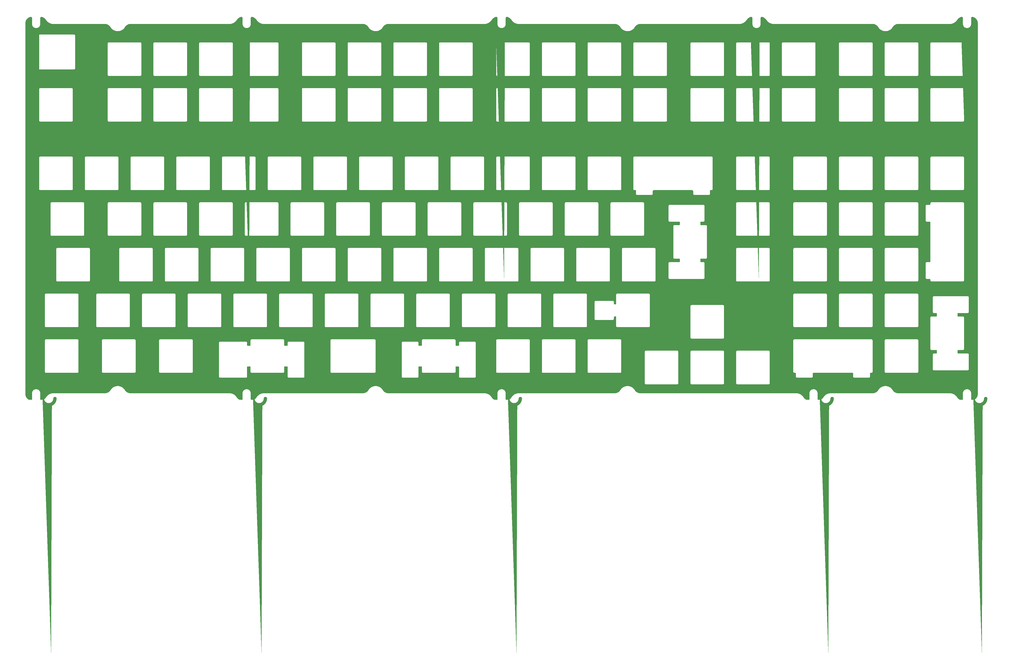
<source format=gbr>
%TF.GenerationSoftware,KiCad,Pcbnew,7.0.5*%
%TF.CreationDate,2023-07-04T16:16:05-04:00*%
%TF.ProjectId,FR4-hotswap-ISO-plate,4652342d-686f-4747-9377-61702d49534f,rev?*%
%TF.SameCoordinates,Original*%
%TF.FileFunction,Copper,L2,Bot*%
%TF.FilePolarity,Positive*%
%FSLAX46Y46*%
G04 Gerber Fmt 4.6, Leading zero omitted, Abs format (unit mm)*
G04 Created by KiCad (PCBNEW 7.0.5) date 2023-07-04 16:16:05*
%MOMM*%
%LPD*%
G01*
G04 APERTURE LIST*
G04 Aperture macros list*
%AMFreePoly0*
4,1,71,0.700000,-1.229964,0.735393,-1.487470,0.805521,-1.737758,0.909076,-1.976166,1.044130,-2.198253,1.208167,-2.399882,1.398131,-2.577296,1.610484,-2.727190,1.841269,-2.846774,2.086188,-2.933818,2.340679,-2.986702,2.600000,-3.004440,2.859321,-2.986702,3.113812,-2.933818,3.358731,-2.846774,3.589516,-2.727190,3.801869,-2.577296,3.991833,-2.399882,4.155870,-2.198253,4.290924,-1.976166,
4.394479,-1.737758,4.464607,-1.487470,4.500000,-1.229964,4.500000,-1.100000,4.517550,-0.944235,4.569322,-0.796281,4.652718,-0.663557,4.763557,-0.552718,4.896281,-0.469322,5.044235,-0.417550,5.200000,-0.400000,5.355765,-0.417550,5.503719,-0.469322,5.636443,-0.552718,5.747282,-0.663557,5.830678,-0.796281,5.882450,-0.944235,5.900000,-1.100000,5.881922,-1.444944,5.827887,-1.786109,
5.738487,-2.119756,5.614700,-2.442231,5.457884,-2.750000,5.269756,-3.039691,5.052378,-3.308131,4.808131,-3.552378,4.539691,-3.769756,4.250000,-3.957884,3.942231,-4.114700,3.619756,-4.238487,3.286109,-4.327887,2.944944,-4.381922,2.600000,-4.400000,2.255056,-4.381922,1.913891,-4.327887,1.580244,-4.238487,1.257769,-4.114700,0.950000,-3.957884,0.660309,-3.769756,0.391869,-3.552378,
0.147622,-3.308131,-0.069756,-3.039691,-0.257884,-2.750000,-0.414700,-2.442231,-0.538487,-2.119756,-0.627887,-1.786109,-0.681922,-1.444944,-0.700000,-1.100000,-0.700000,1.100000,0.700000,1.100000,0.700000,-1.229964,0.700000,-1.229964,$1*%
G04 Aperture macros list end*
%TA.AperFunction,ComponentPad*%
%ADD10C,3.500000*%
%TD*%
%TA.AperFunction,SMDPad,CuDef*%
%ADD11FreePoly0,0.000000*%
%TD*%
%TA.AperFunction,SMDPad,CuDef*%
%ADD12R,1.400000X2.200000*%
%TD*%
%TA.AperFunction,SMDPad,CuDef*%
%ADD13FreePoly0,180.000000*%
%TD*%
%TA.AperFunction,ComponentPad*%
%ADD14C,11.000000*%
%TD*%
%TA.AperFunction,ComponentPad*%
%ADD15C,16.800000*%
%TD*%
%TA.AperFunction,ComponentPad*%
%ADD16C,10.000000*%
%TD*%
%TA.AperFunction,ViaPad*%
%ADD17C,0.800000*%
%TD*%
G04 APERTURE END LIST*
D10*
%TO.P,H202,1,1*%
%TO.N,GND*%
X138112616Y9525008D03*
%TD*%
D11*
%TO.P,H102,1,1*%
%TO.N,GND*%
X76887500Y34825000D03*
D12*
X82087500Y34825000D03*
%TD*%
D10*
%TO.P,H205,1,1*%
%TO.N,GND*%
X15478138Y-38100032D03*
%TD*%
D11*
%TO.P,H104,1,1*%
%TO.N,GND*%
X289387500Y34825000D03*
D12*
X294587500Y34825000D03*
%TD*%
D13*
%TO.P,H106,1,1*%
%TO.N,GND*%
X-5662500Y-121375000D03*
D12*
X-10862500Y-121375000D03*
%TD*%
D11*
%TO.P,H105,1,1*%
%TO.N,GND*%
X377137500Y34825000D03*
D12*
X382337500Y34825000D03*
%TD*%
D14*
%TO.P,H2,1,1*%
%TO.N,GND*%
X271462500Y-14287500D03*
%TD*%
D10*
%TO.P,H200,1,1*%
%TO.N,GND*%
X361950304Y-95250080D03*
%TD*%
D11*
%TO.P,H101,1,1*%
%TO.N,GND*%
X-10862500Y34825000D03*
D12*
X-5662500Y34825000D03*
%TD*%
D14*
%TO.P,H3,1,1*%
%TO.N,GND*%
X290512500Y-14287500D03*
%TD*%
D10*
%TO.P,H203,1,1*%
%TO.N,GND*%
X238125200Y9525008D03*
%TD*%
D11*
%TO.P,H103,1,1*%
%TO.N,GND*%
X183137500Y34825000D03*
D12*
X188337500Y34825000D03*
%TD*%
D10*
%TO.P,H209,1,1*%
%TO.N,GND*%
X200025168Y-95250080D03*
%TD*%
%TO.P,H204,1,1*%
%TO.N,GND*%
X361950304Y9525008D03*
%TD*%
D15*
%TO.P,H6,1,1*%
%TO.N,GND*%
X292893750Y-88225250D03*
%TD*%
D13*
%TO.P,H109,1,1*%
%TO.N,GND*%
X318337500Y-121375000D03*
D12*
X313137500Y-121375000D03*
%TD*%
D10*
%TO.P,H208,1,1*%
%TO.N,GND*%
X38100032Y-95250080D03*
%TD*%
D13*
%TO.P,H108,1,1*%
%TO.N,GND*%
X188337500Y-121375000D03*
D12*
X183137500Y-121375000D03*
%TD*%
D14*
%TO.P,H4,1,1*%
%TO.N,GND*%
X309562500Y-14287500D03*
%TD*%
D16*
%TO.P,H5,1,1*%
%TO.N,GND*%
X13000000Y22050000D03*
%TD*%
D10*
%TO.P,H207,1,1*%
%TO.N,GND*%
X323850272Y-38100032D03*
%TD*%
%TO.P,H201,1,1*%
%TO.N,GND*%
X38100032Y9525008D03*
%TD*%
D13*
%TO.P,H110,1,1*%
%TO.N,GND*%
X382337500Y-121375000D03*
D12*
X377137500Y-121375000D03*
%TD*%
D10*
%TO.P,H206,1,1*%
%TO.N,GND*%
X133350112Y-38100032D03*
%TD*%
D13*
%TO.P,H107,1,1*%
%TO.N,GND*%
X82087500Y-121375000D03*
D12*
X76887500Y-121375000D03*
%TD*%
D17*
%TO.N,GND*%
X188250000Y35500000D03*
X77000000Y-122000000D03*
X82000000Y35500000D03*
X77000000Y35500000D03*
X82000000Y-122000000D03*
X313250000Y-122000000D03*
X382250000Y-122000000D03*
X-10750000Y-122000000D03*
X382250000Y35500000D03*
X183250000Y-122000000D03*
X377250000Y35500000D03*
X294500000Y35500000D03*
X183250000Y35500000D03*
X377250000Y-122000000D03*
X289500000Y35500000D03*
X-5750000Y-122000000D03*
X318250000Y-122000000D03*
X-5750000Y35500000D03*
X-10750000Y35500000D03*
X188250000Y-122000000D03*
%TD*%
%TA.AperFunction,Conductor*%
%TO.N,GND*%
G36*
X294253514Y36682208D02*
G01*
X294254536Y36682162D01*
X294268010Y36681422D01*
X294285331Y36678922D01*
X294342355Y36665457D01*
X294562779Y36611687D01*
X294567357Y36610333D01*
X294683646Y36569758D01*
X294684682Y36569384D01*
X294846304Y36508926D01*
X294850026Y36507358D01*
X294970399Y36450757D01*
X294972046Y36449945D01*
X295117032Y36375081D01*
X295119916Y36373468D01*
X295236372Y36303122D01*
X295238536Y36301737D01*
X295371914Y36211402D01*
X295374004Y36209906D01*
X295482522Y36127881D01*
X295485091Y36125801D01*
X295608413Y36018939D01*
X295609777Y36017712D01*
X295707004Y35926937D01*
X295709842Y35924062D01*
X295825964Y35796405D01*
X295826697Y35795581D01*
X295907503Y35702673D01*
X295910461Y35698921D01*
X296043914Y35511727D01*
X296079481Y35461054D01*
X296080909Y35458902D01*
X296171136Y35314932D01*
X296305033Y35139514D01*
X296306241Y35137862D01*
X296333054Y35099548D01*
X296342138Y35090904D01*
X296377581Y35044470D01*
X296377585Y35044466D01*
X296563465Y34842459D01*
X296564523Y34841271D01*
X296577339Y34826411D01*
X296580571Y34823868D01*
X296607980Y34794081D01*
X296607987Y34794074D01*
X296860389Y34565885D01*
X297132660Y34361818D01*
X297422511Y34183591D01*
X297422517Y34183588D01*
X297727478Y34032719D01*
X297727482Y34032717D01*
X297727490Y34032713D01*
X297727492Y34032713D01*
X297939183Y33951207D01*
X298045034Y33910452D01*
X298372447Y33817846D01*
X298412257Y33810447D01*
X298414292Y33809340D01*
X298435521Y33806097D01*
X298437090Y33805832D01*
X298706979Y33755671D01*
X298765168Y33750309D01*
X298771710Y33747496D01*
X298823980Y33744849D01*
X298826018Y33744703D01*
X299045798Y33724453D01*
X299215947Y33724500D01*
X299216433Y33724500D01*
X340425723Y33724500D01*
X340428545Y33724419D01*
X340436852Y33723943D01*
X340496905Y33720507D01*
X340747982Y33704343D01*
X340753250Y33703719D01*
X340883902Y33681100D01*
X340884945Y33680908D01*
X341071207Y33644535D01*
X341075672Y33643446D01*
X341213925Y33602837D01*
X341215612Y33602309D01*
X341385017Y33545906D01*
X341388657Y33544533D01*
X341525107Y33486847D01*
X341527361Y33485827D01*
X341684973Y33409699D01*
X341687793Y33408223D01*
X341817715Y33334824D01*
X341820434Y33333171D01*
X341966994Y33237457D01*
X341969032Y33236052D01*
X342088865Y33148952D01*
X342091919Y33146543D01*
X342227615Y33030596D01*
X342228938Y33029424D01*
X342335127Y32931918D01*
X342338365Y32928655D01*
X342465620Y32787926D01*
X342466323Y32787132D01*
X342553160Y32686862D01*
X342556410Y32682675D01*
X342698123Y32478474D01*
X342738725Y32419057D01*
X342740226Y32416722D01*
X342741362Y32414842D01*
X342832259Y32263971D01*
X342958222Y32096604D01*
X342959624Y32094643D01*
X342990523Y32049132D01*
X343003056Y32037032D01*
X343048938Y31976068D01*
X343207808Y31804854D01*
X343209230Y31803253D01*
X343238734Y31768558D01*
X343248764Y31760716D01*
X343294040Y31711921D01*
X343490854Y31539327D01*
X343492240Y31538064D01*
X343515601Y31515957D01*
X343522242Y31511801D01*
X343564957Y31474343D01*
X343806512Y31302955D01*
X343807806Y31302004D01*
X343817995Y31294266D01*
X343820446Y31293068D01*
X343858823Y31265839D01*
X343858848Y31265823D01*
X344172568Y31088592D01*
X344502843Y30944500D01*
X344846162Y30835077D01*
X345198895Y30761482D01*
X345198897Y30761481D01*
X345198901Y30761481D01*
X345557333Y30724486D01*
X345557335Y30724486D01*
X345917665Y30724486D01*
X345917668Y30724486D01*
X346276099Y30761481D01*
X346457231Y30799273D01*
X346628835Y30835077D01*
X346628836Y30835077D01*
X346628839Y30835078D01*
X346727535Y30866534D01*
X346972157Y30944500D01*
X347302431Y31088593D01*
X347616151Y31265824D01*
X347616176Y31265840D01*
X347654558Y31293072D01*
X347656039Y31293534D01*
X347667184Y31301999D01*
X347668480Y31302951D01*
X347910039Y31474340D01*
X347952768Y31511810D01*
X347956884Y31513578D01*
X347982759Y31538063D01*
X347984145Y31539326D01*
X348180960Y31711921D01*
X348226236Y31760715D01*
X348232622Y31764275D01*
X348265753Y31803235D01*
X348267176Y31804837D01*
X348426058Y31976064D01*
X348471938Y32037025D01*
X348480174Y32042799D01*
X348515358Y32094619D01*
X348516760Y32096581D01*
X348642738Y32263968D01*
X348734992Y32417088D01*
X348736504Y32419442D01*
X348775215Y32476092D01*
X348918581Y32682710D01*
X348921824Y32686886D01*
X348947869Y32716960D01*
X349008704Y32787206D01*
X349009369Y32787957D01*
X349136613Y32928674D01*
X349139851Y32931937D01*
X349246051Y33029453D01*
X349247374Y33030625D01*
X349383053Y33146556D01*
X349386106Y33148965D01*
X349505977Y33236093D01*
X349508015Y33237498D01*
X349654529Y33333181D01*
X349657248Y33334834D01*
X349787203Y33408252D01*
X349790023Y33409728D01*
X349947615Y33485847D01*
X349949869Y33486867D01*
X350086346Y33544564D01*
X350089986Y33545937D01*
X350259352Y33602327D01*
X350261039Y33602855D01*
X350399329Y33643475D01*
X350403794Y33644564D01*
X350589999Y33680926D01*
X350591043Y33681119D01*
X350721732Y33703743D01*
X350727003Y33704367D01*
X350981101Y33720705D01*
X351038484Y33723989D01*
X351045995Y33724419D01*
X351048817Y33724500D01*
X372518573Y33724500D01*
X372518828Y33724524D01*
X372679195Y33724481D01*
X372679204Y33724481D01*
X372897634Y33744607D01*
X372899675Y33744753D01*
X372946938Y33747144D01*
X372959215Y33750281D01*
X373018016Y33755699D01*
X373018017Y33755699D01*
X373286202Y33805543D01*
X373287771Y33805808D01*
X373308026Y33808902D01*
X373312042Y33810345D01*
X373352545Y33817873D01*
X373679956Y33910479D01*
X373679958Y33910480D01*
X373679962Y33910481D01*
X373997497Y34032738D01*
X373997501Y34032740D01*
X373997506Y34032742D01*
X373997510Y34032744D01*
X374302475Y34183616D01*
X374302486Y34183623D01*
X374448807Y34273594D01*
X374592323Y34361840D01*
X374729544Y34464687D01*
X374864593Y34565906D01*
X375116992Y34794094D01*
X375116997Y34794099D01*
X375144890Y34824412D01*
X375146994Y34825596D01*
X375161629Y34842565D01*
X375162688Y34843754D01*
X375347382Y35044471D01*
X375347384Y35044473D01*
X375347391Y35044481D01*
X375383214Y35091412D01*
X375389169Y35095528D01*
X375419561Y35138962D01*
X375420740Y35140575D01*
X375553842Y35314950D01*
X375643503Y35458020D01*
X375644918Y35460150D01*
X375682873Y35514224D01*
X375814546Y35698887D01*
X375817502Y35702636D01*
X375898353Y35795594D01*
X375899023Y35796348D01*
X375979082Y35884361D01*
X376015170Y35924034D01*
X376018007Y35926909D01*
X376115249Y36017698D01*
X376116614Y36018926D01*
X376239921Y36125773D01*
X376242490Y36127853D01*
X376319686Y36186203D01*
X376351027Y36209893D01*
X376353116Y36211388D01*
X376419796Y36256550D01*
X376486492Y36301723D01*
X376488642Y36303098D01*
X376605101Y36373445D01*
X376607960Y36375045D01*
X376752985Y36449928D01*
X376754598Y36450723D01*
X376874988Y36507332D01*
X376878710Y36508900D01*
X377040294Y36569345D01*
X377041331Y36569719D01*
X377157696Y36610320D01*
X377162270Y36611672D01*
X377313452Y36648567D01*
X377379423Y36664666D01*
X377439728Y36678904D01*
X377457047Y36681404D01*
X377471273Y36682185D01*
X377472303Y36682231D01*
X377570197Y36685565D01*
X377592769Y36683742D01*
X377633018Y36675783D01*
X377636034Y36675088D01*
X377704302Y36657093D01*
X377721712Y36650707D01*
X377764068Y36630490D01*
X377768601Y36628029D01*
X377825860Y36592960D01*
X377837588Y36584544D01*
X377872472Y36555431D01*
X377882847Y36545402D01*
X377927599Y36495339D01*
X377930832Y36491320D01*
X377958299Y36453269D01*
X377967698Y36437282D01*
X377997624Y36373327D01*
X377998848Y36370482D01*
X378013881Y36332303D01*
X378019712Y36310435D01*
X378033835Y36214391D01*
X378033975Y36213364D01*
X378036280Y36195031D01*
X378036590Y36192562D01*
X378036613Y36192384D01*
X378037000Y36186203D01*
X378037000Y33597561D01*
X378074986Y33345547D01*
X378074988Y33345537D01*
X378122771Y33190629D01*
X378123602Y33187593D01*
X378135435Y33138305D01*
X378144677Y33119607D01*
X378150107Y33102004D01*
X378150110Y33101997D01*
X378228509Y32939197D01*
X378229643Y32936664D01*
X378246533Y32895887D01*
X378255618Y32882906D01*
X378260691Y32872370D01*
X378375034Y32704661D01*
X378376340Y32702641D01*
X378394184Y32673522D01*
X378401469Y32665888D01*
X378404270Y32661779D01*
X378561385Y32492449D01*
X378562738Y32490929D01*
X378574561Y32477086D01*
X378574913Y32477465D01*
X378577633Y32474940D01*
X378776881Y32316045D01*
X378997609Y32188608D01*
X378997618Y32188604D01*
X379234860Y32095492D01*
X379483338Y32038779D01*
X379483347Y32038777D01*
X379737498Y32019732D01*
X379737500Y32019732D01*
X379737502Y32019732D01*
X379991652Y32038777D01*
X379991656Y32038777D01*
X379991657Y32038778D01*
X380037021Y32049132D01*
X380240139Y32095492D01*
X380477381Y32188604D01*
X380477390Y32188608D01*
X380517782Y32211928D01*
X380698112Y32316041D01*
X380698116Y32316044D01*
X380698120Y32316046D01*
X380897366Y32474940D01*
X380900087Y32477465D01*
X380900438Y32477086D01*
X380912256Y32490924D01*
X380913590Y32492423D01*
X380995409Y32580604D01*
X381070730Y32661780D01*
X381073526Y32665881D01*
X381078478Y32669710D01*
X381098650Y32702628D01*
X381099947Y32704633D01*
X381214305Y32872366D01*
X381219376Y32882896D01*
X381225915Y32889736D01*
X381245343Y32936639D01*
X381246478Y32939173D01*
X381289954Y33029453D01*
X381324889Y33101996D01*
X381330318Y33119596D01*
X381337532Y33129845D01*
X381351393Y33187579D01*
X381352218Y33190597D01*
X381400013Y33345542D01*
X381438000Y33597565D01*
X381438000Y33725000D01*
X381438000Y33725500D01*
X381438000Y36185227D01*
X381438388Y36191410D01*
X381438578Y36192926D01*
X381440913Y36211460D01*
X381441028Y36212297D01*
X381455338Y36309484D01*
X381461191Y36331395D01*
X381464414Y36339563D01*
X381476271Y36369614D01*
X381477477Y36372410D01*
X381507533Y36436512D01*
X381516950Y36452494D01*
X381544494Y36490565D01*
X381547723Y36494569D01*
X381592650Y36544700D01*
X381603053Y36554727D01*
X381603121Y36554783D01*
X381621119Y36569758D01*
X381638009Y36583810D01*
X381649764Y36592218D01*
X381707208Y36627266D01*
X381711754Y36629724D01*
X381754191Y36649881D01*
X381771640Y36656241D01*
X381824588Y36670075D01*
X381840094Y36674127D01*
X381843114Y36674816D01*
X381883437Y36682693D01*
X381906027Y36684463D01*
X382002918Y36680927D01*
X382003961Y36680878D01*
X382019404Y36679988D01*
X382037304Y36677299D01*
X382120640Y36656846D01*
X382338440Y36602177D01*
X382343661Y36600556D01*
X382476188Y36551226D01*
X382643728Y36485838D01*
X382648240Y36483812D01*
X382781616Y36415726D01*
X382782767Y36415119D01*
X382932732Y36333529D01*
X382936521Y36331243D01*
X383064065Y36246276D01*
X383065562Y36245238D01*
X383201281Y36147430D01*
X383204356Y36145025D01*
X383322453Y36044881D01*
X383324203Y36043324D01*
X383445486Y35930193D01*
X383447879Y35927802D01*
X383554071Y35814227D01*
X383555965Y35812080D01*
X383661780Y35684904D01*
X383663547Y35682652D01*
X383755934Y35557565D01*
X383757851Y35554775D01*
X383847032Y35414963D01*
X383848244Y35412960D01*
X383925249Y35278624D01*
X383927056Y35275162D01*
X383998570Y35123890D01*
X383999318Y35122230D01*
X384059669Y34981385D01*
X384061228Y34977244D01*
X384114185Y34814969D01*
X384114572Y34813727D01*
X384157283Y34670161D01*
X384158455Y34665357D01*
X384192283Y34488764D01*
X384216702Y34349438D01*
X384217347Y34344010D01*
X384231519Y34119660D01*
X384234850Y34062122D01*
X384236553Y34032713D01*
X384236917Y34026439D01*
X384237000Y34023577D01*
X384237000Y-120573576D01*
X384236917Y-120576427D01*
X384236553Y-120582716D01*
X384231519Y-120669659D01*
X384217347Y-120894009D01*
X384216702Y-120899437D01*
X384192282Y-121038770D01*
X384158456Y-121215357D01*
X384157284Y-121220163D01*
X384114576Y-121363716D01*
X384114189Y-121364958D01*
X384061227Y-121527246D01*
X384059667Y-121531387D01*
X383999318Y-121672229D01*
X383998570Y-121673890D01*
X383927056Y-121825159D01*
X383925249Y-121828620D01*
X383848244Y-121962962D01*
X383847032Y-121964965D01*
X383757856Y-122104769D01*
X383755939Y-122107559D01*
X383663540Y-122232662D01*
X383661773Y-122234914D01*
X383555975Y-122362068D01*
X383554082Y-122364214D01*
X383447872Y-122477811D01*
X383445477Y-122480202D01*
X383324213Y-122593315D01*
X383322463Y-122594872D01*
X383204367Y-122695016D01*
X383201292Y-122697421D01*
X383065539Y-122795253D01*
X383064042Y-122796291D01*
X382936521Y-122881242D01*
X382932732Y-122883528D01*
X382782766Y-122965121D01*
X382781615Y-122965727D01*
X382746049Y-122983883D01*
X382735682Y-122989175D01*
X382690671Y-123000000D01*
X381576748Y-123000000D01*
X381518557Y-122981093D01*
X381487114Y-122943031D01*
X381477450Y-122922420D01*
X381476233Y-122919597D01*
X381470231Y-122904386D01*
X381461170Y-122881423D01*
X381455316Y-122859497D01*
X381440857Y-122761165D01*
X381440730Y-122760233D01*
X381438387Y-122741637D01*
X381438000Y-122735456D01*
X381438000Y-120147568D01*
X381437999Y-120147561D01*
X381400013Y-119895541D01*
X381352218Y-119740596D01*
X381351393Y-119737578D01*
X381339564Y-119688305D01*
X381330318Y-119669595D01*
X381324891Y-119652003D01*
X381324889Y-119651995D01*
X381283849Y-119566776D01*
X381246478Y-119489172D01*
X381245343Y-119486638D01*
X381228462Y-119445884D01*
X381219376Y-119432895D01*
X381214308Y-119422371D01*
X381214305Y-119422366D01*
X381214305Y-119422365D01*
X381099947Y-119254632D01*
X381098650Y-119252627D01*
X381080809Y-119223513D01*
X381073526Y-119215880D01*
X381070730Y-119211779D01*
X380968027Y-119101092D01*
X380913590Y-119042422D01*
X380912256Y-119040923D01*
X380900438Y-119027085D01*
X380900087Y-119027464D01*
X380897366Y-119024939D01*
X380698120Y-118866045D01*
X380698116Y-118866043D01*
X380698113Y-118866041D01*
X380698112Y-118866040D01*
X380517782Y-118761927D01*
X380477390Y-118738607D01*
X380477381Y-118738603D01*
X380240139Y-118645491D01*
X380031446Y-118597858D01*
X379991657Y-118588777D01*
X379991656Y-118588776D01*
X379991652Y-118588776D01*
X379737502Y-118569731D01*
X379737498Y-118569731D01*
X379483347Y-118588776D01*
X379483338Y-118588778D01*
X379234860Y-118645491D01*
X378997618Y-118738603D01*
X378997609Y-118738607D01*
X378776881Y-118866044D01*
X378577633Y-119024939D01*
X378574913Y-119027464D01*
X378574561Y-119027085D01*
X378562738Y-119040928D01*
X378561385Y-119042448D01*
X378404270Y-119211778D01*
X378401469Y-119215887D01*
X378396516Y-119219716D01*
X378376340Y-119252640D01*
X378375034Y-119254660D01*
X378260691Y-119422369D01*
X378255618Y-119432905D01*
X378249077Y-119439745D01*
X378229643Y-119486663D01*
X378228509Y-119489196D01*
X378150110Y-119651996D01*
X378150107Y-119652003D01*
X378144677Y-119669606D01*
X378137464Y-119679850D01*
X378123602Y-119737592D01*
X378122771Y-119740628D01*
X378074988Y-119895536D01*
X378074986Y-119895546D01*
X378037000Y-120147560D01*
X378037000Y-122736377D01*
X378036613Y-122742557D01*
X378034105Y-122762511D01*
X378033966Y-122763532D01*
X378019731Y-122860438D01*
X378013897Y-122882324D01*
X377998867Y-122920491D01*
X377997644Y-122923333D01*
X377988463Y-122942956D01*
X377946676Y-122987650D01*
X377898793Y-123000000D01*
X376777114Y-123000000D01*
X376731693Y-122988965D01*
X376607954Y-122925072D01*
X376605070Y-122923459D01*
X376488622Y-122853118D01*
X376486457Y-122851733D01*
X376353099Y-122761411D01*
X376351009Y-122759915D01*
X376265148Y-122695016D01*
X376242475Y-122677878D01*
X376239911Y-122675802D01*
X376144553Y-122593173D01*
X376116556Y-122568913D01*
X376115231Y-122567721D01*
X376017999Y-122476941D01*
X376015162Y-122474066D01*
X375913151Y-122361922D01*
X375899006Y-122346371D01*
X375898326Y-122345607D01*
X375817483Y-122252658D01*
X375814538Y-122248921D01*
X375681005Y-122061613D01*
X375645544Y-122011092D01*
X375644115Y-122008940D01*
X375643545Y-122008030D01*
X375553866Y-121864933D01*
X375419955Y-121689498D01*
X375418752Y-121687852D01*
X375391943Y-121649546D01*
X375382855Y-121640894D01*
X375381085Y-121638575D01*
X375347413Y-121594462D01*
X375347410Y-121594459D01*
X375347406Y-121594453D01*
X375161510Y-121392431D01*
X375160450Y-121391242D01*
X375147656Y-121376407D01*
X375144426Y-121373865D01*
X375117017Y-121344078D01*
X375117012Y-121344073D01*
X374864611Y-121115883D01*
X374864601Y-121115875D01*
X374592344Y-120911820D01*
X374592340Y-120911817D01*
X374592338Y-120911816D01*
X374302489Y-120733590D01*
X374302487Y-120733589D01*
X374302479Y-120733584D01*
X374302475Y-120733582D01*
X373997530Y-120582722D01*
X373997517Y-120582716D01*
X373997512Y-120582714D01*
X373997508Y-120582712D01*
X373679971Y-120460453D01*
X373679967Y-120460452D01*
X373679965Y-120460451D01*
X373352552Y-120367845D01*
X373312755Y-120360448D01*
X373310723Y-120359343D01*
X373289510Y-120356102D01*
X373287941Y-120355837D01*
X373018021Y-120305670D01*
X373018019Y-120305669D01*
X372959844Y-120300310D01*
X372953303Y-120297498D01*
X372901065Y-120294852D01*
X372899028Y-120294706D01*
X372679201Y-120274452D01*
X372509053Y-120274499D01*
X351049277Y-120274499D01*
X351046455Y-120274418D01*
X351033426Y-120273672D01*
X350978104Y-120270507D01*
X350727017Y-120254342D01*
X350721750Y-120253718D01*
X350591083Y-120231098D01*
X350590040Y-120230905D01*
X350403801Y-120194537D01*
X350399335Y-120193448D01*
X350261031Y-120152823D01*
X350259344Y-120152295D01*
X350089995Y-120095909D01*
X350086356Y-120094537D01*
X349949893Y-120036846D01*
X349947638Y-120035826D01*
X349790027Y-119959698D01*
X349787207Y-119958222D01*
X349657282Y-119884821D01*
X349654563Y-119883168D01*
X349508015Y-119787464D01*
X349505977Y-119786059D01*
X349386127Y-119698945D01*
X349383073Y-119696537D01*
X349330955Y-119652004D01*
X349247331Y-119580550D01*
X349246068Y-119579431D01*
X349139876Y-119481923D01*
X349136644Y-119478665D01*
X349009356Y-119337899D01*
X349008654Y-119337105D01*
X348921843Y-119236866D01*
X348918597Y-119232686D01*
X348776977Y-119028620D01*
X348736245Y-118969012D01*
X348734729Y-118966652D01*
X348731875Y-118961917D01*
X348642737Y-118813967D01*
X348634625Y-118803189D01*
X348516757Y-118646578D01*
X348515357Y-118644619D01*
X348484470Y-118599127D01*
X348471937Y-118587023D01*
X348426065Y-118526073D01*
X348426059Y-118526067D01*
X348426055Y-118526061D01*
X348267178Y-118354840D01*
X348265764Y-118353248D01*
X348236271Y-118318565D01*
X348226233Y-118310714D01*
X348180958Y-118261921D01*
X348046369Y-118143894D01*
X347984131Y-118089314D01*
X347982756Y-118088061D01*
X347959413Y-118065971D01*
X347952762Y-118061804D01*
X347910039Y-118024339D01*
X347910040Y-118024339D01*
X347668465Y-117852939D01*
X347667170Y-117851988D01*
X347657017Y-117844277D01*
X347654556Y-117843070D01*
X347616179Y-117815841D01*
X347616151Y-117815823D01*
X347302431Y-117638592D01*
X346972157Y-117494500D01*
X346628838Y-117385077D01*
X346276105Y-117311482D01*
X346276104Y-117311481D01*
X346276100Y-117311481D01*
X345917668Y-117274486D01*
X345557333Y-117274486D01*
X345437856Y-117286817D01*
X345198898Y-117311480D01*
X344846164Y-117385077D01*
X344502843Y-117494499D01*
X344172569Y-117638592D01*
X343858849Y-117815823D01*
X343858834Y-117815833D01*
X343820436Y-117843077D01*
X343818946Y-117843542D01*
X343807774Y-117852028D01*
X343806480Y-117852978D01*
X343564961Y-118024339D01*
X343564960Y-118024340D01*
X343522237Y-118061806D01*
X343518117Y-118063575D01*
X343492231Y-118088071D01*
X343490846Y-118089333D01*
X343294041Y-118261920D01*
X343248763Y-118310717D01*
X343242371Y-118314280D01*
X343209213Y-118353272D01*
X343207790Y-118354874D01*
X343048939Y-118526067D01*
X343003057Y-118587031D01*
X342994818Y-118592807D01*
X342959631Y-118644633D01*
X342958229Y-118646594D01*
X342832263Y-118813964D01*
X342741389Y-118964797D01*
X342739998Y-118967101D01*
X342738483Y-118969458D01*
X342699827Y-119026028D01*
X342556418Y-119232707D01*
X342553165Y-119236896D01*
X342466344Y-119337149D01*
X342465640Y-119337943D01*
X342338380Y-119478679D01*
X342335142Y-119481941D01*
X342228970Y-119579431D01*
X342227647Y-119580604D01*
X342091939Y-119696561D01*
X342088885Y-119698970D01*
X341969036Y-119786082D01*
X341966999Y-119787487D01*
X341820461Y-119883186D01*
X341817742Y-119884839D01*
X341687793Y-119958253D01*
X341684973Y-119959729D01*
X341527379Y-120035849D01*
X341525124Y-120036869D01*
X341388649Y-120094565D01*
X341385010Y-120095937D01*
X341215665Y-120152322D01*
X341213978Y-120152850D01*
X341075669Y-120193475D01*
X341071204Y-120194564D01*
X340884999Y-120230926D01*
X340883955Y-120231119D01*
X340753266Y-120253743D01*
X340747995Y-120254367D01*
X340493786Y-120270712D01*
X340438223Y-120273891D01*
X340429023Y-120274418D01*
X340426201Y-120274499D01*
X322956621Y-120274499D01*
X322956348Y-120274524D01*
X322795804Y-120274481D01*
X322795795Y-120274481D01*
X322577393Y-120294605D01*
X322575351Y-120294751D01*
X322528089Y-120297141D01*
X322515797Y-120300280D01*
X322456983Y-120305699D01*
X322456982Y-120305699D01*
X322188860Y-120355531D01*
X322187292Y-120355796D01*
X322167010Y-120358894D01*
X322162969Y-120360343D01*
X322122454Y-120367873D01*
X321795043Y-120460478D01*
X321795037Y-120460480D01*
X321795038Y-120460480D01*
X321477561Y-120582716D01*
X321477493Y-120582742D01*
X321477489Y-120582744D01*
X321172524Y-120733616D01*
X321172513Y-120733623D01*
X320882676Y-120911841D01*
X320610417Y-121115897D01*
X320610407Y-121115905D01*
X320358008Y-121344094D01*
X320358000Y-121344102D01*
X320330096Y-121374426D01*
X320327993Y-121375609D01*
X320313343Y-121392596D01*
X320312285Y-121393784D01*
X320127615Y-121594472D01*
X320127615Y-121594473D01*
X320091779Y-121641421D01*
X320085821Y-121645537D01*
X320055416Y-121688990D01*
X320054206Y-121690644D01*
X319921155Y-121864954D01*
X319831499Y-122008012D01*
X319830070Y-122010165D01*
X319792105Y-122064251D01*
X319660461Y-122248875D01*
X319657505Y-122252625D01*
X319576630Y-122345611D01*
X319575898Y-122346434D01*
X319459826Y-122474036D01*
X319456989Y-122476910D01*
X319359755Y-122567693D01*
X319358389Y-122568921D01*
X319235071Y-122675778D01*
X319232502Y-122677858D01*
X319123984Y-122759883D01*
X319121894Y-122761379D01*
X318988517Y-122851715D01*
X318986352Y-122853100D01*
X318869908Y-122923438D01*
X318867024Y-122925051D01*
X318743245Y-122988965D01*
X318697824Y-123000000D01*
X317576230Y-123000000D01*
X317518039Y-122981093D01*
X317486563Y-122942961D01*
X317477368Y-122923311D01*
X317476167Y-122920521D01*
X317461117Y-122882300D01*
X317455287Y-122860434D01*
X317441172Y-122764445D01*
X317441031Y-122763414D01*
X317438387Y-122742367D01*
X317438000Y-122736190D01*
X317438000Y-120147569D01*
X317438000Y-120147565D01*
X317438000Y-120147564D01*
X317400013Y-119895541D01*
X317352218Y-119740596D01*
X317351393Y-119737578D01*
X317339564Y-119688305D01*
X317330318Y-119669595D01*
X317324891Y-119652003D01*
X317324889Y-119651995D01*
X317283849Y-119566776D01*
X317246478Y-119489172D01*
X317245343Y-119486638D01*
X317228462Y-119445884D01*
X317219376Y-119432895D01*
X317214308Y-119422371D01*
X317214305Y-119422366D01*
X317214305Y-119422365D01*
X317099947Y-119254632D01*
X317098650Y-119252627D01*
X317080809Y-119223513D01*
X317073526Y-119215880D01*
X317070730Y-119211779D01*
X316968027Y-119101092D01*
X316913590Y-119042422D01*
X316912256Y-119040923D01*
X316900438Y-119027085D01*
X316900087Y-119027464D01*
X316897366Y-119024939D01*
X316698120Y-118866045D01*
X316698116Y-118866043D01*
X316698113Y-118866041D01*
X316698112Y-118866040D01*
X316517782Y-118761927D01*
X316477390Y-118738607D01*
X316477381Y-118738603D01*
X316240139Y-118645491D01*
X316031446Y-118597858D01*
X315991657Y-118588777D01*
X315991656Y-118588776D01*
X315991652Y-118588776D01*
X315737502Y-118569731D01*
X315737498Y-118569731D01*
X315483347Y-118588776D01*
X315483338Y-118588778D01*
X315234860Y-118645491D01*
X314997618Y-118738603D01*
X314997609Y-118738607D01*
X314776881Y-118866044D01*
X314577633Y-119024939D01*
X314574913Y-119027464D01*
X314574561Y-119027085D01*
X314562738Y-119040928D01*
X314561385Y-119042448D01*
X314404270Y-119211778D01*
X314401469Y-119215887D01*
X314396516Y-119219716D01*
X314376340Y-119252640D01*
X314375034Y-119254660D01*
X314260691Y-119422369D01*
X314255618Y-119432905D01*
X314249077Y-119439745D01*
X314229643Y-119486663D01*
X314228509Y-119489196D01*
X314150110Y-119651996D01*
X314150107Y-119652003D01*
X314144677Y-119669606D01*
X314137464Y-119679850D01*
X314123602Y-119737592D01*
X314122771Y-119740628D01*
X314074988Y-119895536D01*
X314074986Y-119895546D01*
X314037000Y-120147560D01*
X314037000Y-122736377D01*
X314036613Y-122742557D01*
X314034105Y-122762511D01*
X314033966Y-122763532D01*
X314019731Y-122860438D01*
X314013897Y-122882324D01*
X313998867Y-122920491D01*
X313997644Y-122923333D01*
X313988463Y-122942956D01*
X313946676Y-122987650D01*
X313898793Y-123000000D01*
X312777114Y-123000000D01*
X312731693Y-122988965D01*
X312607954Y-122925072D01*
X312605070Y-122923459D01*
X312488622Y-122853118D01*
X312486457Y-122851733D01*
X312353099Y-122761411D01*
X312351009Y-122759915D01*
X312265148Y-122695016D01*
X312242475Y-122677878D01*
X312239911Y-122675802D01*
X312144553Y-122593173D01*
X312116556Y-122568913D01*
X312115231Y-122567721D01*
X312017999Y-122476941D01*
X312015162Y-122474066D01*
X311913151Y-122361922D01*
X311899006Y-122346371D01*
X311898326Y-122345607D01*
X311817483Y-122252658D01*
X311814538Y-122248921D01*
X311681005Y-122061613D01*
X311645544Y-122011092D01*
X311644115Y-122008940D01*
X311643545Y-122008030D01*
X311553866Y-121864933D01*
X311419955Y-121689498D01*
X311418752Y-121687852D01*
X311391943Y-121649546D01*
X311382855Y-121640894D01*
X311381085Y-121638575D01*
X311347413Y-121594462D01*
X311347410Y-121594459D01*
X311347406Y-121594453D01*
X311161510Y-121392431D01*
X311160450Y-121391242D01*
X311147656Y-121376407D01*
X311144426Y-121373865D01*
X311117017Y-121344078D01*
X311117012Y-121344073D01*
X310864611Y-121115883D01*
X310864601Y-121115875D01*
X310592344Y-120911820D01*
X310592340Y-120911817D01*
X310592338Y-120911816D01*
X310302489Y-120733590D01*
X310302487Y-120733589D01*
X310302479Y-120733584D01*
X310302475Y-120733582D01*
X309997530Y-120582722D01*
X309997517Y-120582716D01*
X309997512Y-120582714D01*
X309997508Y-120582712D01*
X309679971Y-120460453D01*
X309679967Y-120460452D01*
X309679965Y-120460451D01*
X309352552Y-120367845D01*
X309312755Y-120360448D01*
X309310723Y-120359343D01*
X309289510Y-120356102D01*
X309287941Y-120355837D01*
X309018021Y-120305670D01*
X309018019Y-120305669D01*
X308959844Y-120300310D01*
X308953303Y-120297498D01*
X308901065Y-120294852D01*
X308899028Y-120294706D01*
X308679201Y-120274452D01*
X308509053Y-120274499D01*
X243549277Y-120274499D01*
X243546455Y-120274418D01*
X243533426Y-120273672D01*
X243478104Y-120270507D01*
X243227017Y-120254342D01*
X243221750Y-120253718D01*
X243091083Y-120231098D01*
X243090040Y-120230905D01*
X242903801Y-120194537D01*
X242899335Y-120193448D01*
X242761031Y-120152823D01*
X242759344Y-120152295D01*
X242589995Y-120095909D01*
X242586356Y-120094537D01*
X242449893Y-120036846D01*
X242447638Y-120035826D01*
X242290027Y-119959698D01*
X242287207Y-119958222D01*
X242157282Y-119884821D01*
X242154563Y-119883168D01*
X242008015Y-119787464D01*
X242005977Y-119786059D01*
X241886127Y-119698945D01*
X241883073Y-119696537D01*
X241830955Y-119652004D01*
X241747331Y-119580550D01*
X241746068Y-119579431D01*
X241639876Y-119481923D01*
X241636644Y-119478665D01*
X241509356Y-119337899D01*
X241508654Y-119337105D01*
X241421843Y-119236866D01*
X241418597Y-119232686D01*
X241276977Y-119028620D01*
X241236245Y-118969012D01*
X241234729Y-118966652D01*
X241231875Y-118961917D01*
X241142737Y-118813967D01*
X241134625Y-118803189D01*
X241016757Y-118646578D01*
X241015357Y-118644619D01*
X240984470Y-118599127D01*
X240971937Y-118587023D01*
X240926065Y-118526073D01*
X240926059Y-118526067D01*
X240926055Y-118526061D01*
X240767178Y-118354840D01*
X240765764Y-118353248D01*
X240736271Y-118318565D01*
X240726233Y-118310714D01*
X240680958Y-118261921D01*
X240546369Y-118143894D01*
X240484131Y-118089314D01*
X240482756Y-118088061D01*
X240459413Y-118065971D01*
X240452762Y-118061804D01*
X240410039Y-118024339D01*
X240410040Y-118024339D01*
X240168465Y-117852939D01*
X240167170Y-117851988D01*
X240157017Y-117844277D01*
X240154556Y-117843070D01*
X240116179Y-117815841D01*
X240116151Y-117815823D01*
X239802431Y-117638592D01*
X239472157Y-117494500D01*
X239128838Y-117385077D01*
X238776105Y-117311482D01*
X238776104Y-117311481D01*
X238776100Y-117311481D01*
X238417668Y-117274486D01*
X238057333Y-117274486D01*
X237937855Y-117286817D01*
X237698898Y-117311480D01*
X237346164Y-117385077D01*
X237002843Y-117494499D01*
X236672569Y-117638592D01*
X236358849Y-117815823D01*
X236358834Y-117815833D01*
X236320436Y-117843077D01*
X236318946Y-117843542D01*
X236307774Y-117852028D01*
X236306480Y-117852978D01*
X236064961Y-118024339D01*
X236064960Y-118024340D01*
X236022237Y-118061806D01*
X236018117Y-118063575D01*
X235992231Y-118088071D01*
X235990846Y-118089333D01*
X235794041Y-118261920D01*
X235748763Y-118310717D01*
X235742371Y-118314280D01*
X235709213Y-118353272D01*
X235707790Y-118354874D01*
X235548939Y-118526067D01*
X235503057Y-118587031D01*
X235494818Y-118592807D01*
X235459631Y-118644633D01*
X235458229Y-118646594D01*
X235332263Y-118813964D01*
X235241389Y-118964797D01*
X235239998Y-118967101D01*
X235238483Y-118969458D01*
X235199827Y-119026028D01*
X235056418Y-119232707D01*
X235053165Y-119236896D01*
X234966344Y-119337149D01*
X234965640Y-119337943D01*
X234838380Y-119478679D01*
X234835142Y-119481941D01*
X234728970Y-119579431D01*
X234727647Y-119580604D01*
X234591939Y-119696561D01*
X234588885Y-119698970D01*
X234469036Y-119786082D01*
X234466999Y-119787487D01*
X234320461Y-119883186D01*
X234317742Y-119884839D01*
X234187793Y-119958253D01*
X234184973Y-119959729D01*
X234027379Y-120035849D01*
X234025124Y-120036869D01*
X233888649Y-120094565D01*
X233885010Y-120095937D01*
X233715665Y-120152322D01*
X233713978Y-120152850D01*
X233575669Y-120193475D01*
X233571204Y-120194564D01*
X233384999Y-120230926D01*
X233383955Y-120231119D01*
X233253266Y-120253743D01*
X233247995Y-120254367D01*
X232993786Y-120270712D01*
X232938223Y-120273891D01*
X232929023Y-120274418D01*
X232926201Y-120274499D01*
X192956621Y-120274499D01*
X192956348Y-120274524D01*
X192795804Y-120274481D01*
X192795795Y-120274481D01*
X192577393Y-120294605D01*
X192575351Y-120294751D01*
X192528089Y-120297141D01*
X192515797Y-120300280D01*
X192456983Y-120305699D01*
X192456982Y-120305699D01*
X192188860Y-120355531D01*
X192187292Y-120355796D01*
X192167010Y-120358894D01*
X192162969Y-120360343D01*
X192122454Y-120367873D01*
X191795043Y-120460478D01*
X191795037Y-120460480D01*
X191795038Y-120460480D01*
X191477561Y-120582716D01*
X191477493Y-120582742D01*
X191477489Y-120582744D01*
X191172524Y-120733616D01*
X191172513Y-120733623D01*
X190882676Y-120911841D01*
X190610417Y-121115897D01*
X190610407Y-121115905D01*
X190358008Y-121344094D01*
X190358000Y-121344102D01*
X190330096Y-121374426D01*
X190327993Y-121375609D01*
X190313343Y-121392596D01*
X190312285Y-121393784D01*
X190127615Y-121594472D01*
X190127615Y-121594473D01*
X190091779Y-121641421D01*
X190085821Y-121645537D01*
X190055416Y-121688990D01*
X190054206Y-121690644D01*
X189921155Y-121864954D01*
X189831499Y-122008012D01*
X189830070Y-122010165D01*
X189792105Y-122064251D01*
X189660461Y-122248875D01*
X189657505Y-122252625D01*
X189576630Y-122345611D01*
X189575898Y-122346434D01*
X189459826Y-122474036D01*
X189456989Y-122476910D01*
X189359755Y-122567693D01*
X189358389Y-122568921D01*
X189235071Y-122675778D01*
X189232502Y-122677858D01*
X189123984Y-122759883D01*
X189121894Y-122761379D01*
X188988517Y-122851715D01*
X188986352Y-122853100D01*
X188869908Y-122923438D01*
X188867024Y-122925051D01*
X188743245Y-122988965D01*
X188697824Y-123000000D01*
X187576230Y-123000000D01*
X187518039Y-122981093D01*
X187486563Y-122942961D01*
X187477368Y-122923311D01*
X187476167Y-122920521D01*
X187461117Y-122882300D01*
X187455287Y-122860434D01*
X187441172Y-122764445D01*
X187441031Y-122763414D01*
X187438387Y-122742367D01*
X187438000Y-122736190D01*
X187438000Y-120147569D01*
X187438000Y-120147565D01*
X187438000Y-120147564D01*
X187400013Y-119895541D01*
X187352218Y-119740596D01*
X187351393Y-119737578D01*
X187339564Y-119688305D01*
X187330318Y-119669595D01*
X187324891Y-119652003D01*
X187324889Y-119651995D01*
X187283849Y-119566776D01*
X187246478Y-119489172D01*
X187245343Y-119486638D01*
X187228462Y-119445884D01*
X187219376Y-119432895D01*
X187214308Y-119422371D01*
X187214305Y-119422366D01*
X187214305Y-119422365D01*
X187099947Y-119254632D01*
X187098650Y-119252627D01*
X187080809Y-119223513D01*
X187073526Y-119215880D01*
X187070730Y-119211779D01*
X186968027Y-119101092D01*
X186913590Y-119042422D01*
X186912256Y-119040923D01*
X186900438Y-119027085D01*
X186900087Y-119027464D01*
X186897366Y-119024939D01*
X186698120Y-118866045D01*
X186698116Y-118866043D01*
X186698113Y-118866041D01*
X186698112Y-118866040D01*
X186517782Y-118761927D01*
X186477390Y-118738607D01*
X186477381Y-118738603D01*
X186240139Y-118645491D01*
X186031446Y-118597858D01*
X185991657Y-118588777D01*
X185991656Y-118588776D01*
X185991652Y-118588776D01*
X185737502Y-118569731D01*
X185737498Y-118569731D01*
X185483347Y-118588776D01*
X185483338Y-118588778D01*
X185234860Y-118645491D01*
X184997618Y-118738603D01*
X184997609Y-118738607D01*
X184776881Y-118866044D01*
X184577633Y-119024939D01*
X184574913Y-119027464D01*
X184574561Y-119027085D01*
X184562738Y-119040928D01*
X184561385Y-119042448D01*
X184404270Y-119211778D01*
X184401469Y-119215887D01*
X184396516Y-119219716D01*
X184376340Y-119252640D01*
X184375034Y-119254660D01*
X184260691Y-119422369D01*
X184255618Y-119432905D01*
X184249077Y-119439745D01*
X184229643Y-119486663D01*
X184228509Y-119489196D01*
X184150110Y-119651996D01*
X184150107Y-119652003D01*
X184144677Y-119669606D01*
X184137464Y-119679850D01*
X184123602Y-119737592D01*
X184122771Y-119740628D01*
X184074988Y-119895536D01*
X184074986Y-119895546D01*
X184037000Y-120147560D01*
X184037000Y-122736377D01*
X184036613Y-122742557D01*
X184034105Y-122762511D01*
X184033966Y-122763532D01*
X184019731Y-122860438D01*
X184013897Y-122882324D01*
X183998867Y-122920491D01*
X183997644Y-122923333D01*
X183988463Y-122942956D01*
X183946676Y-122987650D01*
X183898793Y-123000000D01*
X182777114Y-123000000D01*
X182731693Y-122988965D01*
X182607954Y-122925072D01*
X182605070Y-122923459D01*
X182488622Y-122853118D01*
X182486457Y-122851733D01*
X182353099Y-122761411D01*
X182351009Y-122759915D01*
X182265148Y-122695016D01*
X182242475Y-122677878D01*
X182239911Y-122675802D01*
X182144553Y-122593173D01*
X182116556Y-122568913D01*
X182115231Y-122567721D01*
X182017999Y-122476941D01*
X182015162Y-122474066D01*
X181913151Y-122361922D01*
X181899006Y-122346371D01*
X181898326Y-122345607D01*
X181817483Y-122252658D01*
X181814538Y-122248921D01*
X181681005Y-122061613D01*
X181645544Y-122011092D01*
X181644115Y-122008940D01*
X181643545Y-122008030D01*
X181553866Y-121864933D01*
X181419955Y-121689498D01*
X181418752Y-121687852D01*
X181391943Y-121649546D01*
X181382855Y-121640894D01*
X181381085Y-121638575D01*
X181347413Y-121594462D01*
X181347410Y-121594459D01*
X181347406Y-121594453D01*
X181161510Y-121392431D01*
X181160450Y-121391242D01*
X181147656Y-121376407D01*
X181144426Y-121373865D01*
X181117017Y-121344078D01*
X181117012Y-121344073D01*
X180864611Y-121115883D01*
X180864601Y-121115875D01*
X180592344Y-120911820D01*
X180592340Y-120911817D01*
X180592338Y-120911816D01*
X180302489Y-120733590D01*
X180302487Y-120733589D01*
X180302479Y-120733584D01*
X180302475Y-120733582D01*
X179997530Y-120582722D01*
X179997517Y-120582716D01*
X179997512Y-120582714D01*
X179997508Y-120582712D01*
X179679971Y-120460453D01*
X179679967Y-120460452D01*
X179679965Y-120460451D01*
X179352552Y-120367845D01*
X179312755Y-120360448D01*
X179310723Y-120359343D01*
X179289510Y-120356102D01*
X179287941Y-120355837D01*
X179018021Y-120305670D01*
X179018019Y-120305669D01*
X178959844Y-120300310D01*
X178953303Y-120297498D01*
X178901065Y-120294852D01*
X178899028Y-120294706D01*
X178679201Y-120274452D01*
X178509053Y-120274499D01*
X138549277Y-120274499D01*
X138546455Y-120274418D01*
X138533426Y-120273672D01*
X138478104Y-120270507D01*
X138227017Y-120254342D01*
X138221750Y-120253718D01*
X138091083Y-120231098D01*
X138090040Y-120230905D01*
X137903801Y-120194537D01*
X137899335Y-120193448D01*
X137761031Y-120152823D01*
X137759344Y-120152295D01*
X137589995Y-120095909D01*
X137586356Y-120094537D01*
X137449893Y-120036846D01*
X137447638Y-120035826D01*
X137290027Y-119959698D01*
X137287207Y-119958222D01*
X137157282Y-119884821D01*
X137154563Y-119883168D01*
X137008015Y-119787464D01*
X137005977Y-119786059D01*
X136886127Y-119698945D01*
X136883073Y-119696537D01*
X136830955Y-119652004D01*
X136747331Y-119580550D01*
X136746068Y-119579431D01*
X136639876Y-119481923D01*
X136636644Y-119478665D01*
X136509356Y-119337899D01*
X136508654Y-119337105D01*
X136421843Y-119236866D01*
X136418597Y-119232686D01*
X136276977Y-119028620D01*
X136236245Y-118969012D01*
X136234729Y-118966652D01*
X136231875Y-118961917D01*
X136142737Y-118813967D01*
X136134625Y-118803189D01*
X136016757Y-118646578D01*
X136015357Y-118644619D01*
X135984470Y-118599127D01*
X135971937Y-118587023D01*
X135926065Y-118526073D01*
X135926059Y-118526067D01*
X135926055Y-118526061D01*
X135767178Y-118354840D01*
X135765764Y-118353248D01*
X135736271Y-118318565D01*
X135726233Y-118310714D01*
X135680958Y-118261921D01*
X135546369Y-118143894D01*
X135484131Y-118089314D01*
X135482756Y-118088061D01*
X135459413Y-118065971D01*
X135452762Y-118061804D01*
X135410039Y-118024339D01*
X135410040Y-118024339D01*
X135168465Y-117852939D01*
X135167170Y-117851988D01*
X135157017Y-117844277D01*
X135154556Y-117843070D01*
X135116179Y-117815841D01*
X135116151Y-117815823D01*
X134802431Y-117638592D01*
X134472157Y-117494500D01*
X134128838Y-117385077D01*
X133776105Y-117311482D01*
X133776104Y-117311481D01*
X133776100Y-117311481D01*
X133417668Y-117274486D01*
X133057333Y-117274486D01*
X132937856Y-117286817D01*
X132698898Y-117311480D01*
X132346164Y-117385077D01*
X132002843Y-117494499D01*
X131672569Y-117638592D01*
X131358849Y-117815823D01*
X131358834Y-117815833D01*
X131320436Y-117843077D01*
X131318946Y-117843542D01*
X131307774Y-117852028D01*
X131306480Y-117852978D01*
X131064961Y-118024339D01*
X131064960Y-118024340D01*
X131022237Y-118061806D01*
X131018117Y-118063575D01*
X130992231Y-118088071D01*
X130990846Y-118089333D01*
X130794041Y-118261920D01*
X130748763Y-118310717D01*
X130742371Y-118314280D01*
X130709213Y-118353272D01*
X130707790Y-118354874D01*
X130548939Y-118526067D01*
X130503057Y-118587031D01*
X130494818Y-118592807D01*
X130459631Y-118644633D01*
X130458229Y-118646594D01*
X130332263Y-118813964D01*
X130241389Y-118964797D01*
X130239998Y-118967101D01*
X130238483Y-118969458D01*
X130199827Y-119026028D01*
X130056418Y-119232707D01*
X130053165Y-119236896D01*
X129966344Y-119337149D01*
X129965640Y-119337943D01*
X129838380Y-119478679D01*
X129835142Y-119481941D01*
X129728970Y-119579431D01*
X129727647Y-119580604D01*
X129591939Y-119696561D01*
X129588885Y-119698970D01*
X129469036Y-119786082D01*
X129466999Y-119787487D01*
X129320461Y-119883186D01*
X129317742Y-119884839D01*
X129187793Y-119958253D01*
X129184973Y-119959729D01*
X129027379Y-120035849D01*
X129025124Y-120036869D01*
X128888649Y-120094565D01*
X128885010Y-120095937D01*
X128715665Y-120152322D01*
X128713978Y-120152850D01*
X128575669Y-120193475D01*
X128571204Y-120194564D01*
X128384999Y-120230926D01*
X128383955Y-120231119D01*
X128253266Y-120253743D01*
X128247995Y-120254367D01*
X127993786Y-120270712D01*
X127938223Y-120273891D01*
X127929023Y-120274418D01*
X127926201Y-120274499D01*
X86706621Y-120274499D01*
X86706348Y-120274524D01*
X86545804Y-120274481D01*
X86545795Y-120274481D01*
X86327393Y-120294605D01*
X86325351Y-120294751D01*
X86278089Y-120297141D01*
X86265797Y-120300280D01*
X86206983Y-120305699D01*
X86206982Y-120305699D01*
X85938860Y-120355531D01*
X85937292Y-120355796D01*
X85917010Y-120358894D01*
X85912969Y-120360343D01*
X85872454Y-120367873D01*
X85545043Y-120460478D01*
X85545037Y-120460480D01*
X85545038Y-120460480D01*
X85227561Y-120582716D01*
X85227493Y-120582742D01*
X85227489Y-120582744D01*
X84922524Y-120733616D01*
X84922513Y-120733623D01*
X84632676Y-120911841D01*
X84360417Y-121115897D01*
X84360407Y-121115905D01*
X84108008Y-121344094D01*
X84108000Y-121344102D01*
X84080096Y-121374426D01*
X84077993Y-121375609D01*
X84063343Y-121392596D01*
X84062285Y-121393784D01*
X83877615Y-121594472D01*
X83877615Y-121594473D01*
X83841779Y-121641421D01*
X83835821Y-121645537D01*
X83805416Y-121688990D01*
X83804206Y-121690644D01*
X83671155Y-121864954D01*
X83581499Y-122008012D01*
X83580070Y-122010165D01*
X83542105Y-122064251D01*
X83410461Y-122248875D01*
X83407505Y-122252625D01*
X83326630Y-122345611D01*
X83325898Y-122346434D01*
X83209826Y-122474036D01*
X83206989Y-122476910D01*
X83109755Y-122567693D01*
X83108389Y-122568921D01*
X82985071Y-122675778D01*
X82982502Y-122677858D01*
X82873984Y-122759883D01*
X82871894Y-122761379D01*
X82738517Y-122851715D01*
X82736352Y-122853100D01*
X82619908Y-122923438D01*
X82617024Y-122925051D01*
X82493245Y-122988965D01*
X82447824Y-123000000D01*
X81326230Y-123000000D01*
X81268039Y-122981093D01*
X81236563Y-122942961D01*
X81227368Y-122923311D01*
X81226167Y-122920521D01*
X81211117Y-122882300D01*
X81205287Y-122860434D01*
X81191172Y-122764445D01*
X81191031Y-122763414D01*
X81188387Y-122742367D01*
X81188000Y-122736190D01*
X81188000Y-120147569D01*
X81188000Y-120147565D01*
X81188000Y-120147564D01*
X81150013Y-119895541D01*
X81102218Y-119740596D01*
X81101393Y-119737578D01*
X81089564Y-119688305D01*
X81080318Y-119669595D01*
X81074891Y-119652003D01*
X81074889Y-119651995D01*
X81033849Y-119566776D01*
X80996478Y-119489172D01*
X80995343Y-119486638D01*
X80978462Y-119445884D01*
X80969376Y-119432895D01*
X80964308Y-119422371D01*
X80964305Y-119422366D01*
X80964305Y-119422365D01*
X80849947Y-119254632D01*
X80848650Y-119252627D01*
X80830809Y-119223513D01*
X80823526Y-119215880D01*
X80820730Y-119211779D01*
X80718027Y-119101092D01*
X80663590Y-119042422D01*
X80662256Y-119040923D01*
X80650438Y-119027085D01*
X80650087Y-119027464D01*
X80647366Y-119024939D01*
X80448120Y-118866045D01*
X80448116Y-118866043D01*
X80448113Y-118866041D01*
X80448112Y-118866040D01*
X80267782Y-118761927D01*
X80227390Y-118738607D01*
X80227381Y-118738603D01*
X79990139Y-118645491D01*
X79781446Y-118597858D01*
X79741657Y-118588777D01*
X79741656Y-118588776D01*
X79741652Y-118588776D01*
X79487502Y-118569731D01*
X79487498Y-118569731D01*
X79233347Y-118588776D01*
X79233338Y-118588778D01*
X78984860Y-118645491D01*
X78747618Y-118738603D01*
X78747609Y-118738607D01*
X78526881Y-118866044D01*
X78327633Y-119024939D01*
X78324913Y-119027464D01*
X78324561Y-119027085D01*
X78312738Y-119040928D01*
X78311385Y-119042448D01*
X78154270Y-119211778D01*
X78151469Y-119215887D01*
X78146516Y-119219716D01*
X78126340Y-119252640D01*
X78125034Y-119254660D01*
X78010691Y-119422369D01*
X78005618Y-119432905D01*
X77999077Y-119439745D01*
X77979643Y-119486663D01*
X77978509Y-119489196D01*
X77900110Y-119651996D01*
X77900107Y-119652003D01*
X77894677Y-119669606D01*
X77887464Y-119679850D01*
X77873602Y-119737592D01*
X77872771Y-119740628D01*
X77824988Y-119895536D01*
X77824986Y-119895546D01*
X77787000Y-120147560D01*
X77787000Y-122736377D01*
X77786613Y-122742557D01*
X77784105Y-122762511D01*
X77783966Y-122763532D01*
X77769731Y-122860438D01*
X77763897Y-122882324D01*
X77748867Y-122920491D01*
X77747644Y-122923333D01*
X77738463Y-122942956D01*
X77696676Y-122987650D01*
X77648793Y-123000000D01*
X76527114Y-123000000D01*
X76481693Y-122988965D01*
X76357954Y-122925072D01*
X76355070Y-122923459D01*
X76238622Y-122853118D01*
X76236457Y-122851733D01*
X76103099Y-122761411D01*
X76101009Y-122759915D01*
X76015148Y-122695016D01*
X75992475Y-122677878D01*
X75989911Y-122675802D01*
X75894553Y-122593173D01*
X75866556Y-122568913D01*
X75865231Y-122567721D01*
X75767999Y-122476941D01*
X75765162Y-122474066D01*
X75663151Y-122361922D01*
X75649006Y-122346371D01*
X75648326Y-122345607D01*
X75567483Y-122252658D01*
X75564538Y-122248921D01*
X75431005Y-122061613D01*
X75395544Y-122011092D01*
X75394115Y-122008940D01*
X75393545Y-122008030D01*
X75303866Y-121864933D01*
X75169955Y-121689498D01*
X75168752Y-121687852D01*
X75141943Y-121649546D01*
X75132855Y-121640894D01*
X75131085Y-121638575D01*
X75097413Y-121594462D01*
X75097410Y-121594459D01*
X75097406Y-121594453D01*
X74911510Y-121392431D01*
X74910450Y-121391242D01*
X74897656Y-121376407D01*
X74894426Y-121373865D01*
X74867017Y-121344078D01*
X74867012Y-121344073D01*
X74614611Y-121115883D01*
X74614601Y-121115875D01*
X74342344Y-120911820D01*
X74342340Y-120911817D01*
X74342338Y-120911816D01*
X74052489Y-120733590D01*
X74052487Y-120733589D01*
X74052479Y-120733584D01*
X74052475Y-120733582D01*
X73747530Y-120582722D01*
X73747517Y-120582716D01*
X73747512Y-120582714D01*
X73747508Y-120582712D01*
X73429971Y-120460453D01*
X73429967Y-120460452D01*
X73429965Y-120460451D01*
X73102552Y-120367845D01*
X73062755Y-120360448D01*
X73060723Y-120359343D01*
X73039510Y-120356102D01*
X73037941Y-120355837D01*
X72768021Y-120305670D01*
X72768019Y-120305669D01*
X72709844Y-120300310D01*
X72703303Y-120297498D01*
X72651065Y-120294852D01*
X72649028Y-120294706D01*
X72429201Y-120274452D01*
X72259053Y-120274499D01*
X31049277Y-120274499D01*
X31046455Y-120274418D01*
X31033426Y-120273672D01*
X30978104Y-120270507D01*
X30727017Y-120254342D01*
X30721750Y-120253718D01*
X30591083Y-120231098D01*
X30590040Y-120230905D01*
X30403801Y-120194537D01*
X30399335Y-120193448D01*
X30261031Y-120152823D01*
X30259344Y-120152295D01*
X30089995Y-120095909D01*
X30086356Y-120094537D01*
X29949893Y-120036846D01*
X29947638Y-120035826D01*
X29790027Y-119959698D01*
X29787207Y-119958222D01*
X29657282Y-119884821D01*
X29654563Y-119883168D01*
X29508015Y-119787464D01*
X29505977Y-119786059D01*
X29386127Y-119698945D01*
X29383073Y-119696537D01*
X29330955Y-119652004D01*
X29247331Y-119580550D01*
X29246068Y-119579431D01*
X29139876Y-119481923D01*
X29136644Y-119478665D01*
X29009356Y-119337899D01*
X29008654Y-119337105D01*
X28921843Y-119236866D01*
X28918597Y-119232686D01*
X28776977Y-119028620D01*
X28736245Y-118969012D01*
X28734729Y-118966652D01*
X28731875Y-118961917D01*
X28642737Y-118813967D01*
X28634625Y-118803189D01*
X28516757Y-118646578D01*
X28515357Y-118644619D01*
X28484470Y-118599127D01*
X28471937Y-118587023D01*
X28426065Y-118526073D01*
X28426059Y-118526067D01*
X28426055Y-118526061D01*
X28267178Y-118354840D01*
X28265764Y-118353248D01*
X28236271Y-118318565D01*
X28226233Y-118310714D01*
X28180958Y-118261921D01*
X28046369Y-118143894D01*
X27984131Y-118089314D01*
X27982756Y-118088061D01*
X27959413Y-118065971D01*
X27952762Y-118061804D01*
X27910039Y-118024339D01*
X27910040Y-118024339D01*
X27668465Y-117852939D01*
X27667170Y-117851988D01*
X27657017Y-117844277D01*
X27654556Y-117843070D01*
X27616179Y-117815841D01*
X27616151Y-117815823D01*
X27302431Y-117638592D01*
X26972157Y-117494500D01*
X26628838Y-117385077D01*
X26276105Y-117311482D01*
X26276104Y-117311481D01*
X26276100Y-117311481D01*
X25917668Y-117274486D01*
X25557333Y-117274486D01*
X25437856Y-117286817D01*
X25198898Y-117311480D01*
X24846164Y-117385077D01*
X24502843Y-117494499D01*
X24172569Y-117638592D01*
X23858849Y-117815823D01*
X23858834Y-117815833D01*
X23820436Y-117843077D01*
X23818946Y-117843542D01*
X23807774Y-117852028D01*
X23806480Y-117852978D01*
X23564961Y-118024339D01*
X23564960Y-118024340D01*
X23522237Y-118061806D01*
X23518117Y-118063575D01*
X23492231Y-118088071D01*
X23490846Y-118089333D01*
X23294041Y-118261920D01*
X23248763Y-118310717D01*
X23242371Y-118314280D01*
X23209213Y-118353272D01*
X23207790Y-118354874D01*
X23048939Y-118526067D01*
X23003057Y-118587031D01*
X22994818Y-118592807D01*
X22959631Y-118644633D01*
X22958229Y-118646594D01*
X22832263Y-118813964D01*
X22741389Y-118964797D01*
X22739998Y-118967101D01*
X22738483Y-118969458D01*
X22699827Y-119026028D01*
X22556418Y-119232707D01*
X22553165Y-119236896D01*
X22466344Y-119337149D01*
X22465640Y-119337943D01*
X22338380Y-119478679D01*
X22335142Y-119481941D01*
X22228970Y-119579431D01*
X22227647Y-119580604D01*
X22091939Y-119696561D01*
X22088885Y-119698970D01*
X21969036Y-119786082D01*
X21966999Y-119787487D01*
X21820461Y-119883186D01*
X21817742Y-119884839D01*
X21687793Y-119958253D01*
X21684973Y-119959729D01*
X21527379Y-120035849D01*
X21525124Y-120036869D01*
X21388649Y-120094565D01*
X21385010Y-120095937D01*
X21215665Y-120152322D01*
X21213978Y-120152850D01*
X21075669Y-120193475D01*
X21071204Y-120194564D01*
X20884999Y-120230926D01*
X20883955Y-120231119D01*
X20753266Y-120253743D01*
X20747995Y-120254367D01*
X20493786Y-120270712D01*
X20438223Y-120273891D01*
X20429023Y-120274418D01*
X20426201Y-120274499D01*
X-1034053Y-120274499D01*
X-1204195Y-120274454D01*
X-1204203Y-120274454D01*
X-1423315Y-120294644D01*
X-1425356Y-120294790D01*
X-1472336Y-120297167D01*
X-1484534Y-120300285D01*
X-1543008Y-120305673D01*
X-1543021Y-120305675D01*
X-1812060Y-120355679D01*
X-1813628Y-120355945D01*
X-1833450Y-120358974D01*
X-1837394Y-120360388D01*
X-1877550Y-120367852D01*
X-1877551Y-120367852D01*
X-1877560Y-120367854D01*
X-1877568Y-120367856D01*
X-2204955Y-120460459D01*
X-2204991Y-120460471D01*
X-2522483Y-120582715D01*
X-2522502Y-120582723D01*
X-2827473Y-120733601D01*
X-2827489Y-120733610D01*
X-2827510Y-120733623D01*
X-3117324Y-120911829D01*
X-3253189Y-121013661D01*
X-3389594Y-121115897D01*
X-3389597Y-121115899D01*
X-3389596Y-121115899D01*
X-3641995Y-121344090D01*
X-3641998Y-121344093D01*
X-3642001Y-121344096D01*
X-3669653Y-121374147D01*
X-3671708Y-121375304D01*
X-3686006Y-121391882D01*
X-3687065Y-121393070D01*
X-3872386Y-121594472D01*
X-3872397Y-121594485D01*
X-3908026Y-121641163D01*
X-3913930Y-121645243D01*
X-3944110Y-121688368D01*
X-3945309Y-121690008D01*
X-4013816Y-121779758D01*
X-4078840Y-121864946D01*
X-4168511Y-122008030D01*
X-4169928Y-122010165D01*
X-4207891Y-122064251D01*
X-4339536Y-122248880D01*
X-4342492Y-122252629D01*
X-4384973Y-122301473D01*
X-4423335Y-122345581D01*
X-4423358Y-122345607D01*
X-4424029Y-122346362D01*
X-4540187Y-122474062D01*
X-4542998Y-122476910D01*
X-4579398Y-122510895D01*
X-4640236Y-122567696D01*
X-4641601Y-122568924D01*
X-4764914Y-122675780D01*
X-4767483Y-122677860D01*
X-4876031Y-122759909D01*
X-4878121Y-122761405D01*
X-4928094Y-122795253D01*
X-5011488Y-122851736D01*
X-5013598Y-122853087D01*
X-5130092Y-122923458D01*
X-5132968Y-122925067D01*
X-5210245Y-122964970D01*
X-5254229Y-122987682D01*
X-5256714Y-122988965D01*
X-5302136Y-123000000D01*
X-6423767Y-123000000D01*
X-6481958Y-122981093D01*
X-6513435Y-122942961D01*
X-6522626Y-122923319D01*
X-6523849Y-122920478D01*
X-6538882Y-122882310D01*
X-6544717Y-122860428D01*
X-6558956Y-122763572D01*
X-6559095Y-122762553D01*
X-6561612Y-122742553D01*
X-6562000Y-122736366D01*
X-6562000Y-120147561D01*
X-6599986Y-119895547D01*
X-6599988Y-119895537D01*
X-6647771Y-119740629D01*
X-6648602Y-119737593D01*
X-6660435Y-119688305D01*
X-6669677Y-119669607D01*
X-6675107Y-119652004D01*
X-6675110Y-119651997D01*
X-6753509Y-119489197D01*
X-6754643Y-119486664D01*
X-6771533Y-119445887D01*
X-6780618Y-119432906D01*
X-6785691Y-119422370D01*
X-6900034Y-119254661D01*
X-6901340Y-119252641D01*
X-6919184Y-119223522D01*
X-6926469Y-119215888D01*
X-6929270Y-119211779D01*
X-7086385Y-119042449D01*
X-7087738Y-119040929D01*
X-7099561Y-119027086D01*
X-7099913Y-119027465D01*
X-7102633Y-119024940D01*
X-7301881Y-118866045D01*
X-7522609Y-118738608D01*
X-7522618Y-118738604D01*
X-7759860Y-118645492D01*
X-8008338Y-118588779D01*
X-8008347Y-118588777D01*
X-8262498Y-118569732D01*
X-8262502Y-118569732D01*
X-8516652Y-118588777D01*
X-8516661Y-118588779D01*
X-8765139Y-118645492D01*
X-9002381Y-118738604D01*
X-9002385Y-118738606D01*
X-9002388Y-118738607D01*
X-9223112Y-118866041D01*
X-9223115Y-118866043D01*
X-9223116Y-118866044D01*
X-9223120Y-118866046D01*
X-9422366Y-119024940D01*
X-9425087Y-119027465D01*
X-9425438Y-119027086D01*
X-9437256Y-119040924D01*
X-9438590Y-119042423D01*
X-9493026Y-119101092D01*
X-9595730Y-119211780D01*
X-9598526Y-119215881D01*
X-9603478Y-119219710D01*
X-9623650Y-119252628D01*
X-9624947Y-119254633D01*
X-9739305Y-119422366D01*
X-9739306Y-119422369D01*
X-9739308Y-119422372D01*
X-9744376Y-119432896D01*
X-9750915Y-119439736D01*
X-9770343Y-119486639D01*
X-9771478Y-119489173D01*
X-9794806Y-119537614D01*
X-9849888Y-119651995D01*
X-9849889Y-119651997D01*
X-9849890Y-119652000D01*
X-9855318Y-119669596D01*
X-9862532Y-119679845D01*
X-9876393Y-119737579D01*
X-9877218Y-119740597D01*
X-9925013Y-119895542D01*
X-9963000Y-120147565D01*
X-9963000Y-120147568D01*
X-9963000Y-120147570D01*
X-9963000Y-122735242D01*
X-9963387Y-122741419D01*
X-9964133Y-122747364D01*
X-9965896Y-122761379D01*
X-9965993Y-122762095D01*
X-9980311Y-122859507D01*
X-9986156Y-122881408D01*
X-10001232Y-122919635D01*
X-10002452Y-122922463D01*
X-10012086Y-122943017D01*
X-10053902Y-122987682D01*
X-10101727Y-123000000D01*
X-11215386Y-123000000D01*
X-11260411Y-122989169D01*
X-11306610Y-122965576D01*
X-11307760Y-122964970D01*
X-11457629Y-122883408D01*
X-11461416Y-122881122D01*
X-11588949Y-122796147D01*
X-11590446Y-122795109D01*
X-11726156Y-122697292D01*
X-11729229Y-122694887D01*
X-11847329Y-122594730D01*
X-11849079Y-122593173D01*
X-11970328Y-122480066D01*
X-11972721Y-122477675D01*
X-12078938Y-122364068D01*
X-12080832Y-122361922D01*
X-12186605Y-122234798D01*
X-12188372Y-122232545D01*
X-12280784Y-122107427D01*
X-12282699Y-122104639D01*
X-12371855Y-121964879D01*
X-12373067Y-121962876D01*
X-12450098Y-121828506D01*
X-12451904Y-121825047D01*
X-12523401Y-121673850D01*
X-12524149Y-121672189D01*
X-12584533Y-121531300D01*
X-12586092Y-121527160D01*
X-12639058Y-121364923D01*
X-12639445Y-121363681D01*
X-12682178Y-121220103D01*
X-12683350Y-121215300D01*
X-12717184Y-121038823D01*
X-12741640Y-120899410D01*
X-12742286Y-120893984D01*
X-12756489Y-120669845D01*
X-12758889Y-120628534D01*
X-12761917Y-120576401D01*
X-12762000Y-120573550D01*
X-12762000Y-115993132D01*
X245406658Y-115993132D01*
X245411576Y-116030481D01*
X245412000Y-116036949D01*
X245412000Y-116093892D01*
X245418584Y-116122740D01*
X245417273Y-116137301D01*
X245424399Y-116154505D01*
X245429453Y-116170361D01*
X245437095Y-116203845D01*
X245437096Y-116203848D01*
X245437097Y-116203851D01*
X245452308Y-116235437D01*
X245456764Y-116244690D01*
X245458934Y-116260715D01*
X245467607Y-116272017D01*
X245478263Y-116289332D01*
X245486033Y-116305467D01*
X245522503Y-116351199D01*
X245528770Y-116367897D01*
X245537342Y-116374475D01*
X245554475Y-116391290D01*
X245556354Y-116393646D01*
X245558708Y-116395524D01*
X245575523Y-116412656D01*
X245579613Y-116417986D01*
X245587690Y-116419814D01*
X245598798Y-116427494D01*
X245599464Y-116428025D01*
X245644535Y-116463969D01*
X245660670Y-116471739D01*
X245677984Y-116482393D01*
X245685015Y-116487788D01*
X245690995Y-116487665D01*
X245705309Y-116493235D01*
X245746149Y-116512903D01*
X245746155Y-116512904D01*
X245746157Y-116512905D01*
X245759259Y-116515895D01*
X245779643Y-116520547D01*
X245795501Y-116525601D01*
X245806361Y-116530099D01*
X245810215Y-116529059D01*
X245827248Y-116531413D01*
X245856107Y-116538000D01*
X245856110Y-116538000D01*
X245913057Y-116538000D01*
X245919525Y-116538424D01*
X245949726Y-116542399D01*
X245954356Y-116539830D01*
X245973305Y-116538000D01*
X258851694Y-116538000D01*
X258868130Y-116543340D01*
X258905474Y-116538424D01*
X258911942Y-116538000D01*
X258968892Y-116538000D01*
X258968893Y-116538000D01*
X258997739Y-116531416D01*
X259012298Y-116532726D01*
X259029500Y-116525601D01*
X259045356Y-116520547D01*
X259078851Y-116512903D01*
X259119690Y-116493235D01*
X259135713Y-116491065D01*
X259147013Y-116482394D01*
X259164330Y-116471738D01*
X259180467Y-116463967D01*
X259225536Y-116428025D01*
X259226199Y-116427496D01*
X259242896Y-116421229D01*
X259249473Y-116412659D01*
X259266290Y-116395524D01*
X259268646Y-116393646D01*
X259270524Y-116391290D01*
X259287659Y-116374473D01*
X259292987Y-116370384D01*
X259294815Y-116362308D01*
X259302494Y-116351202D01*
X259338967Y-116305467D01*
X259346739Y-116289328D01*
X259357394Y-116272013D01*
X259362788Y-116264982D01*
X259362665Y-116259000D01*
X259368232Y-116244696D01*
X259387903Y-116203851D01*
X259395547Y-116170356D01*
X259400601Y-116154500D01*
X259405102Y-116143633D01*
X259404060Y-116139772D01*
X259406416Y-116122738D01*
X259413000Y-116093891D01*
X259413000Y-116036942D01*
X259413424Y-116030474D01*
X259417399Y-116000272D01*
X259414830Y-115995643D01*
X259414588Y-115993132D01*
X264456658Y-115993132D01*
X264461576Y-116030481D01*
X264462000Y-116036949D01*
X264462000Y-116093892D01*
X264468584Y-116122740D01*
X264467273Y-116137301D01*
X264474399Y-116154505D01*
X264479453Y-116170361D01*
X264487095Y-116203845D01*
X264487096Y-116203848D01*
X264487097Y-116203851D01*
X264502308Y-116235437D01*
X264506764Y-116244690D01*
X264508934Y-116260715D01*
X264517607Y-116272017D01*
X264528263Y-116289332D01*
X264536033Y-116305467D01*
X264572503Y-116351199D01*
X264578770Y-116367897D01*
X264587342Y-116374475D01*
X264604475Y-116391290D01*
X264606354Y-116393646D01*
X264608708Y-116395524D01*
X264625523Y-116412656D01*
X264629613Y-116417986D01*
X264637690Y-116419814D01*
X264648798Y-116427494D01*
X264649464Y-116428025D01*
X264694535Y-116463969D01*
X264710670Y-116471739D01*
X264727984Y-116482393D01*
X264735015Y-116487788D01*
X264740995Y-116487665D01*
X264755309Y-116493235D01*
X264796149Y-116512903D01*
X264796155Y-116512904D01*
X264796157Y-116512905D01*
X264809259Y-116515895D01*
X264829643Y-116520547D01*
X264845501Y-116525601D01*
X264856361Y-116530099D01*
X264860215Y-116529059D01*
X264877248Y-116531413D01*
X264906107Y-116538000D01*
X264906110Y-116538000D01*
X264963057Y-116538000D01*
X264969525Y-116538424D01*
X264999726Y-116542399D01*
X265004356Y-116539830D01*
X265023305Y-116538000D01*
X277901694Y-116538000D01*
X277918130Y-116543340D01*
X277955474Y-116538424D01*
X277961942Y-116538000D01*
X278018892Y-116538000D01*
X278018893Y-116538000D01*
X278047739Y-116531416D01*
X278062298Y-116532726D01*
X278079500Y-116525601D01*
X278095356Y-116520547D01*
X278128851Y-116512903D01*
X278169690Y-116493235D01*
X278185713Y-116491065D01*
X278197013Y-116482394D01*
X278214330Y-116471738D01*
X278230467Y-116463967D01*
X278275536Y-116428025D01*
X278276199Y-116427496D01*
X278292896Y-116421229D01*
X278299473Y-116412659D01*
X278316290Y-116395524D01*
X278318646Y-116393646D01*
X278320524Y-116391290D01*
X278337659Y-116374473D01*
X278342987Y-116370384D01*
X278344815Y-116362308D01*
X278352494Y-116351202D01*
X278388967Y-116305467D01*
X278396739Y-116289328D01*
X278407394Y-116272013D01*
X278412788Y-116264982D01*
X278412665Y-116259000D01*
X278418232Y-116244696D01*
X278437903Y-116203851D01*
X278445547Y-116170356D01*
X278450601Y-116154500D01*
X278455102Y-116143633D01*
X278454060Y-116139772D01*
X278456416Y-116122738D01*
X278463000Y-116093891D01*
X278463000Y-116036942D01*
X278463424Y-116030474D01*
X278467399Y-116000272D01*
X278464830Y-115995643D01*
X278464588Y-115993132D01*
X283506658Y-115993132D01*
X283511576Y-116030481D01*
X283512000Y-116036949D01*
X283512000Y-116093892D01*
X283518584Y-116122740D01*
X283517273Y-116137301D01*
X283524399Y-116154505D01*
X283529453Y-116170361D01*
X283537095Y-116203845D01*
X283537096Y-116203848D01*
X283537097Y-116203851D01*
X283552308Y-116235437D01*
X283556764Y-116244690D01*
X283558934Y-116260715D01*
X283567607Y-116272017D01*
X283578263Y-116289332D01*
X283586033Y-116305467D01*
X283622503Y-116351199D01*
X283628770Y-116367897D01*
X283637342Y-116374475D01*
X283654475Y-116391290D01*
X283656354Y-116393646D01*
X283658708Y-116395524D01*
X283675523Y-116412656D01*
X283679613Y-116417986D01*
X283687690Y-116419814D01*
X283698798Y-116427494D01*
X283699464Y-116428025D01*
X283744535Y-116463969D01*
X283760670Y-116471739D01*
X283777984Y-116482393D01*
X283785015Y-116487788D01*
X283790995Y-116487665D01*
X283805309Y-116493235D01*
X283846149Y-116512903D01*
X283846155Y-116512904D01*
X283846157Y-116512905D01*
X283859259Y-116515895D01*
X283879643Y-116520547D01*
X283895501Y-116525601D01*
X283906361Y-116530099D01*
X283910215Y-116529059D01*
X283927248Y-116531413D01*
X283956107Y-116538000D01*
X283956110Y-116538000D01*
X284013057Y-116538000D01*
X284019525Y-116538424D01*
X284049726Y-116542399D01*
X284054356Y-116539830D01*
X284073305Y-116538000D01*
X296951694Y-116538000D01*
X296968130Y-116543340D01*
X297005474Y-116538424D01*
X297011942Y-116538000D01*
X297068892Y-116538000D01*
X297068893Y-116538000D01*
X297097739Y-116531416D01*
X297112298Y-116532726D01*
X297129500Y-116525601D01*
X297145356Y-116520547D01*
X297178851Y-116512903D01*
X297219690Y-116493235D01*
X297235713Y-116491065D01*
X297247013Y-116482394D01*
X297264330Y-116471738D01*
X297280467Y-116463967D01*
X297325536Y-116428025D01*
X297326199Y-116427496D01*
X297342896Y-116421229D01*
X297349473Y-116412659D01*
X297366290Y-116395524D01*
X297368646Y-116393646D01*
X297370524Y-116391290D01*
X297387659Y-116374473D01*
X297392987Y-116370384D01*
X297394815Y-116362308D01*
X297402494Y-116351202D01*
X297438967Y-116305467D01*
X297446739Y-116289328D01*
X297457394Y-116272013D01*
X297462788Y-116264982D01*
X297462665Y-116259000D01*
X297468232Y-116244696D01*
X297487903Y-116203851D01*
X297495547Y-116170356D01*
X297500601Y-116154500D01*
X297505102Y-116143633D01*
X297504060Y-116139772D01*
X297506416Y-116122738D01*
X297513000Y-116093891D01*
X297513000Y-116036942D01*
X297513424Y-116030474D01*
X297517399Y-116000272D01*
X297514830Y-115995643D01*
X297513000Y-115976694D01*
X297513000Y-111230698D01*
X307319166Y-111230698D01*
X307324075Y-111267982D01*
X307324499Y-111274450D01*
X307324499Y-111286616D01*
X307324501Y-111286629D01*
X307324501Y-111331392D01*
X307324502Y-111331395D01*
X307331091Y-111360266D01*
X307329780Y-111374826D01*
X307336904Y-111392024D01*
X307341958Y-111407878D01*
X307349597Y-111441346D01*
X307349597Y-111441347D01*
X307349598Y-111441349D01*
X307369271Y-111482202D01*
X307369274Y-111482207D01*
X307371443Y-111498225D01*
X307380112Y-111509523D01*
X307390765Y-111526836D01*
X307398531Y-111542963D01*
X307398534Y-111542968D01*
X307435016Y-111588714D01*
X307441281Y-111605408D01*
X307449850Y-111611983D01*
X307466982Y-111628798D01*
X307468854Y-111631145D01*
X307468878Y-111631164D01*
X307471199Y-111633015D01*
X307488015Y-111650149D01*
X307492102Y-111655475D01*
X307500177Y-111657303D01*
X307511285Y-111664983D01*
X307557034Y-111701467D01*
X307573162Y-111709234D01*
X307590475Y-111719888D01*
X307597498Y-111725277D01*
X307603474Y-111725154D01*
X307617786Y-111730724D01*
X307654801Y-111748549D01*
X307658649Y-111750402D01*
X307658650Y-111750402D01*
X307658652Y-111750403D01*
X307692122Y-111758042D01*
X307707979Y-111763096D01*
X307718833Y-111767592D01*
X307722691Y-111766551D01*
X307739720Y-111768906D01*
X307768606Y-111775499D01*
X307824900Y-111775499D01*
X307825553Y-111775499D01*
X307832020Y-111775923D01*
X307862205Y-111779896D01*
X307866827Y-111777331D01*
X307885783Y-111775499D01*
X308070491Y-111775499D01*
X308070494Y-111775500D01*
X308104210Y-111775500D01*
X308119661Y-111776713D01*
X308123428Y-111777310D01*
X308125221Y-111777630D01*
X308201594Y-111792821D01*
X308227215Y-111801706D01*
X308247272Y-111811926D01*
X308247274Y-111811927D01*
X308252306Y-111814876D01*
X308276198Y-111830839D01*
X308298173Y-111845523D01*
X308298175Y-111845524D01*
X308313178Y-111857836D01*
X308329163Y-111873821D01*
X308341474Y-111888824D01*
X308372116Y-111934682D01*
X308375066Y-111939715D01*
X308385291Y-111959785D01*
X308394179Y-111985414D01*
X308409360Y-112061739D01*
X308409701Y-112063643D01*
X308410277Y-112067278D01*
X308411499Y-112082784D01*
X308411499Y-113214287D01*
X308406166Y-113230698D01*
X308411075Y-113267982D01*
X308411499Y-113274450D01*
X308411499Y-113286616D01*
X308411501Y-113286633D01*
X308411501Y-113331392D01*
X308414292Y-113343622D01*
X308418091Y-113360266D01*
X308416780Y-113374826D01*
X308423904Y-113392024D01*
X308428958Y-113407878D01*
X308436597Y-113441346D01*
X308436597Y-113441347D01*
X308436598Y-113441349D01*
X308456266Y-113482192D01*
X308456274Y-113482207D01*
X308458443Y-113498225D01*
X308467112Y-113509523D01*
X308477765Y-113526836D01*
X308485531Y-113542963D01*
X308485534Y-113542968D01*
X308522016Y-113588714D01*
X308528281Y-113605408D01*
X308536850Y-113611983D01*
X308553983Y-113628799D01*
X308555854Y-113631145D01*
X308555858Y-113631148D01*
X308558199Y-113633015D01*
X308575015Y-113650149D01*
X308579102Y-113655475D01*
X308587177Y-113657303D01*
X308598285Y-113664983D01*
X308644034Y-113701467D01*
X308660162Y-113709234D01*
X308677475Y-113719888D01*
X308684498Y-113725277D01*
X308690474Y-113725154D01*
X308704786Y-113730724D01*
X308741801Y-113748549D01*
X308745649Y-113750402D01*
X308745650Y-113750402D01*
X308745652Y-113750403D01*
X308779122Y-113758042D01*
X308794979Y-113763096D01*
X308805833Y-113767592D01*
X308809691Y-113766551D01*
X308826720Y-113768906D01*
X308855606Y-113775499D01*
X308911900Y-113775499D01*
X308912553Y-113775499D01*
X308919020Y-113775923D01*
X308949205Y-113779896D01*
X308953827Y-113777331D01*
X308972783Y-113775499D01*
X314851218Y-113775499D01*
X314867651Y-113780838D01*
X314904980Y-113775924D01*
X314911448Y-113775500D01*
X314968390Y-113775500D01*
X314968392Y-113775500D01*
X314997229Y-113768918D01*
X315011793Y-113770228D01*
X315029002Y-113763101D01*
X315044859Y-113758047D01*
X315078350Y-113750403D01*
X315119189Y-113730735D01*
X315135213Y-113728564D01*
X315146515Y-113719893D01*
X315163830Y-113709239D01*
X315179964Y-113701469D01*
X315179965Y-113701468D01*
X315179965Y-113701467D01*
X315179967Y-113701467D01*
X315225699Y-113664996D01*
X315242396Y-113658729D01*
X315248973Y-113650159D01*
X315265790Y-113633024D01*
X315268146Y-113631146D01*
X315270024Y-113628790D01*
X315287159Y-113611973D01*
X315292487Y-113607884D01*
X315294315Y-113599808D01*
X315301997Y-113588698D01*
X315302013Y-113588678D01*
X315338467Y-113542967D01*
X315338467Y-113542965D01*
X315338469Y-113542964D01*
X315346239Y-113526830D01*
X315356893Y-113509515D01*
X315362291Y-113502480D01*
X315362168Y-113496492D01*
X315367734Y-113482193D01*
X315387403Y-113441350D01*
X315395049Y-113407846D01*
X315400101Y-113392000D01*
X315404609Y-113381115D01*
X315403565Y-113377243D01*
X315405920Y-113360219D01*
X315405923Y-113360209D01*
X315412500Y-113331392D01*
X315412500Y-113274999D01*
X315412500Y-113274499D01*
X315412500Y-113274449D01*
X315412924Y-113267981D01*
X315416902Y-113237763D01*
X315414328Y-113233125D01*
X315412499Y-113214182D01*
X315412499Y-112082788D01*
X315413711Y-112067344D01*
X315414312Y-112063547D01*
X315414627Y-112061785D01*
X315429820Y-111985403D01*
X315438703Y-111959788D01*
X315448941Y-111939697D01*
X315451871Y-111934696D01*
X315482524Y-111888821D01*
X315494822Y-111873834D01*
X315510834Y-111857822D01*
X315525821Y-111845524D01*
X315571696Y-111814871D01*
X315576697Y-111811941D01*
X315596788Y-111801703D01*
X315622404Y-111792820D01*
X315698785Y-111777627D01*
X315700546Y-111777312D01*
X315704343Y-111776711D01*
X315719787Y-111775499D01*
X331946490Y-111775499D01*
X331946493Y-111775500D01*
X331980209Y-111775500D01*
X331995660Y-111776713D01*
X331999428Y-111777310D01*
X332001212Y-111777628D01*
X332077589Y-111792820D01*
X332103217Y-111801708D01*
X332123280Y-111811931D01*
X332128312Y-111814880D01*
X332174174Y-111845523D01*
X332189177Y-111857835D01*
X332205163Y-111873821D01*
X332217474Y-111888823D01*
X332248117Y-111934682D01*
X332251066Y-111939714D01*
X332261291Y-111959784D01*
X332270179Y-111985415D01*
X332285362Y-112061750D01*
X332285702Y-112063655D01*
X332286277Y-112067279D01*
X332287498Y-112082781D01*
X332287498Y-113214340D01*
X332282170Y-113230737D01*
X332287074Y-113267985D01*
X332287498Y-113274453D01*
X332287498Y-113285138D01*
X332287501Y-113285167D01*
X332287501Y-113331392D01*
X332294093Y-113360276D01*
X332292783Y-113374827D01*
X332299905Y-113392022D01*
X332304958Y-113407877D01*
X332312596Y-113441343D01*
X332312597Y-113441347D01*
X332312598Y-113441349D01*
X332312598Y-113441350D01*
X332312600Y-113441354D01*
X332332279Y-113482219D01*
X332334448Y-113498236D01*
X332343116Y-113509532D01*
X332353770Y-113526845D01*
X332361532Y-113542964D01*
X332361533Y-113542966D01*
X332398020Y-113588720D01*
X332404283Y-113605410D01*
X332412847Y-113611981D01*
X332429982Y-113628799D01*
X332431853Y-113631145D01*
X332434198Y-113633015D01*
X332451013Y-113650148D01*
X332455094Y-113655466D01*
X332463163Y-113657292D01*
X332474272Y-113664973D01*
X332482550Y-113671574D01*
X332520032Y-113701466D01*
X332536153Y-113709229D01*
X332553466Y-113719883D01*
X332560488Y-113725271D01*
X332566463Y-113725148D01*
X332580775Y-113730718D01*
X332616617Y-113747978D01*
X332621648Y-113750401D01*
X332655128Y-113758043D01*
X332670974Y-113763093D01*
X332681822Y-113767586D01*
X332685673Y-113766547D01*
X332702706Y-113768902D01*
X332731605Y-113775499D01*
X332787899Y-113775499D01*
X332788552Y-113775499D01*
X332795019Y-113775923D01*
X332825204Y-113779896D01*
X332829826Y-113777331D01*
X332848782Y-113775499D01*
X338727286Y-113775499D01*
X338743697Y-113780831D01*
X338781002Y-113775920D01*
X338787954Y-113775500D01*
X338787998Y-113775500D01*
X338787998Y-113775499D01*
X338796389Y-113775583D01*
X338797291Y-113775500D01*
X338828982Y-113775500D01*
X338829007Y-113775498D01*
X338844392Y-113775498D01*
X338851120Y-113773962D01*
X338873255Y-113768910D01*
X338887812Y-113770219D01*
X338905006Y-113763098D01*
X338920863Y-113758044D01*
X338935802Y-113754634D01*
X338954341Y-113750404D01*
X338954341Y-113750403D01*
X338954349Y-113750402D01*
X338995204Y-113730726D01*
X339011219Y-113728557D01*
X339022515Y-113719890D01*
X339039826Y-113709237D01*
X339055965Y-113701466D01*
X339101711Y-113664984D01*
X339118405Y-113658718D01*
X339124979Y-113650152D01*
X339141799Y-113633015D01*
X339144144Y-113631146D01*
X339146016Y-113628799D01*
X339163152Y-113611981D01*
X339168475Y-113607896D01*
X339170302Y-113599823D01*
X339177982Y-113588715D01*
X339214465Y-113542967D01*
X339214474Y-113542948D01*
X339222234Y-113526832D01*
X339232888Y-113509520D01*
X339238279Y-113502494D01*
X339238156Y-113496513D01*
X339243726Y-113482205D01*
X339243732Y-113482193D01*
X339263401Y-113441350D01*
X339271042Y-113407870D01*
X339276097Y-113392011D01*
X339280591Y-113381161D01*
X339279550Y-113377305D01*
X339281905Y-113360274D01*
X339288498Y-113331393D01*
X339288498Y-113275000D01*
X339288498Y-113274500D01*
X339288498Y-113274443D01*
X339288922Y-113267977D01*
X339292896Y-113237786D01*
X339290327Y-113233158D01*
X339288498Y-113214214D01*
X339288498Y-112082782D01*
X339289714Y-112067315D01*
X339290296Y-112063643D01*
X339290626Y-112061790D01*
X339305818Y-111985409D01*
X339314701Y-111959792D01*
X339324935Y-111939706D01*
X339327874Y-111934691D01*
X339358530Y-111888811D01*
X339370823Y-111873831D01*
X339386829Y-111857825D01*
X339401810Y-111845531D01*
X339447703Y-111814867D01*
X339452712Y-111811932D01*
X339472786Y-111801703D01*
X339498401Y-111792820D01*
X339574774Y-111777629D01*
X339576623Y-111777299D01*
X339580315Y-111776715D01*
X339595781Y-111775499D01*
X339814286Y-111775499D01*
X339830695Y-111780830D01*
X339867974Y-111775923D01*
X339874442Y-111775499D01*
X339884533Y-111775499D01*
X339884553Y-111775497D01*
X339931389Y-111775497D01*
X339931391Y-111775497D01*
X339960263Y-111768907D01*
X339974821Y-111770217D01*
X339992013Y-111763096D01*
X340007871Y-111758041D01*
X340041195Y-111750436D01*
X340041340Y-111750403D01*
X340041341Y-111750402D01*
X340041348Y-111750401D01*
X340082210Y-111730722D01*
X340098227Y-111728552D01*
X340109522Y-111719886D01*
X340126833Y-111709232D01*
X340142964Y-111701465D01*
X340188713Y-111664981D01*
X340205405Y-111658717D01*
X340211977Y-111650153D01*
X340228794Y-111633018D01*
X340231144Y-111631145D01*
X340233020Y-111628793D01*
X340250153Y-111611977D01*
X340255474Y-111607894D01*
X340257301Y-111599821D01*
X340264978Y-111588717D01*
X340301464Y-111542966D01*
X340309231Y-111526836D01*
X340319884Y-111509526D01*
X340325276Y-111502498D01*
X340325153Y-111496518D01*
X340330723Y-111482209D01*
X340330724Y-111482207D01*
X340350400Y-111441350D01*
X340358042Y-111407867D01*
X340363096Y-111392011D01*
X340367591Y-111381157D01*
X340366550Y-111377299D01*
X340368904Y-111360276D01*
X340375497Y-111331393D01*
X340375497Y-111286629D01*
X340375498Y-111286619D01*
X340375498Y-111274432D01*
X340375922Y-111267965D01*
X340379896Y-111237773D01*
X340377327Y-111233145D01*
X340377087Y-111230662D01*
X345419161Y-111230662D01*
X345424076Y-111267987D01*
X345424500Y-111274455D01*
X345424500Y-111286619D01*
X345424501Y-111286629D01*
X345424501Y-111331392D01*
X345424502Y-111331395D01*
X345431087Y-111360248D01*
X345429776Y-111374811D01*
X345436902Y-111392015D01*
X345441956Y-111407870D01*
X345449596Y-111441345D01*
X345449597Y-111441348D01*
X345469271Y-111482202D01*
X345471441Y-111498225D01*
X345480112Y-111509525D01*
X345490761Y-111526828D01*
X345498524Y-111542948D01*
X345498534Y-111542968D01*
X345498535Y-111542969D01*
X345498543Y-111542979D01*
X345535007Y-111588703D01*
X345535010Y-111588706D01*
X345541277Y-111605403D01*
X345549846Y-111611979D01*
X345566978Y-111628793D01*
X345568854Y-111631145D01*
X345568878Y-111631164D01*
X345571204Y-111633019D01*
X345588020Y-111650152D01*
X345592106Y-111655477D01*
X345600177Y-111657303D01*
X345611285Y-111664983D01*
X345611325Y-111665015D01*
X345657034Y-111701467D01*
X345673162Y-111709234D01*
X345690475Y-111719888D01*
X345697505Y-111725282D01*
X345703485Y-111725159D01*
X345717797Y-111730728D01*
X345758649Y-111750402D01*
X345758655Y-111750403D01*
X345758657Y-111750404D01*
X345782013Y-111755734D01*
X345792122Y-111758042D01*
X345792127Y-111758043D01*
X345807987Y-111763097D01*
X345818844Y-111767594D01*
X345822698Y-111766554D01*
X345839741Y-111768910D01*
X345845684Y-111770267D01*
X345868605Y-111775499D01*
X345868607Y-111775499D01*
X345924901Y-111775499D01*
X345925558Y-111775499D01*
X345932025Y-111775923D01*
X345962215Y-111779897D01*
X345966838Y-111777331D01*
X345985795Y-111775499D01*
X358864138Y-111775499D01*
X358880591Y-111780845D01*
X358917970Y-111775924D01*
X358924438Y-111775500D01*
X358981392Y-111775500D01*
X358981393Y-111775500D01*
X359010217Y-111768921D01*
X359024780Y-111770231D01*
X359041989Y-111763104D01*
X359057847Y-111758050D01*
X359091343Y-111750405D01*
X359091344Y-111750404D01*
X359091351Y-111750403D01*
X359132181Y-111730739D01*
X359148210Y-111728568D01*
X359159515Y-111719894D01*
X359176830Y-111709239D01*
X359192964Y-111701469D01*
X359192964Y-111701468D01*
X359192967Y-111701467D01*
X359238695Y-111664999D01*
X359255393Y-111658733D01*
X359261969Y-111650163D01*
X359278788Y-111633027D01*
X359281147Y-111631146D01*
X359283026Y-111628790D01*
X359300162Y-111611970D01*
X359305490Y-111607881D01*
X359307318Y-111599803D01*
X359314987Y-111588710D01*
X359351467Y-111542966D01*
X359359241Y-111526822D01*
X359369895Y-111509509D01*
X359375296Y-111502470D01*
X359375173Y-111496483D01*
X359380738Y-111482184D01*
X359400403Y-111441350D01*
X359408047Y-111407855D01*
X359413102Y-111391997D01*
X359417610Y-111381112D01*
X359416566Y-111377242D01*
X359418921Y-111360217D01*
X359425500Y-111331392D01*
X359425500Y-111274999D01*
X359425500Y-111274499D01*
X359425500Y-111274440D01*
X359425924Y-111267974D01*
X359429903Y-111237748D01*
X359427329Y-111233110D01*
X359425500Y-111214167D01*
X359425500Y-101705622D01*
X364469158Y-101705622D01*
X364474077Y-101742983D01*
X364474501Y-101749451D01*
X364474501Y-101806391D01*
X364481083Y-101835231D01*
X364479772Y-101849794D01*
X364486900Y-101867003D01*
X364491954Y-101882860D01*
X364499596Y-101916344D01*
X364499597Y-101916348D01*
X364499598Y-101916350D01*
X364499598Y-101916351D01*
X364499600Y-101916355D01*
X364519267Y-101957195D01*
X364521437Y-101973217D01*
X364530110Y-101984520D01*
X364540762Y-102001830D01*
X364548529Y-102017959D01*
X364548532Y-102017963D01*
X364548533Y-102017964D01*
X364548534Y-102017966D01*
X364583196Y-102061432D01*
X364585011Y-102063707D01*
X364591276Y-102080401D01*
X364599843Y-102086975D01*
X364616976Y-102103791D01*
X364618854Y-102106146D01*
X364621203Y-102108020D01*
X364638022Y-102125155D01*
X364642107Y-102130479D01*
X364650179Y-102132305D01*
X364661283Y-102139981D01*
X364707034Y-102176466D01*
X364707035Y-102176466D01*
X364707036Y-102176467D01*
X364723168Y-102184236D01*
X364740479Y-102194889D01*
X364747511Y-102200285D01*
X364753492Y-102200162D01*
X364767805Y-102205732D01*
X364808650Y-102225402D01*
X364808655Y-102225403D01*
X364808657Y-102225404D01*
X364842141Y-102233046D01*
X364857999Y-102238100D01*
X364868868Y-102242602D01*
X364872730Y-102241560D01*
X364889762Y-102243915D01*
X364918608Y-102250499D01*
X364974902Y-102250499D01*
X364975556Y-102250499D01*
X364982024Y-102250923D01*
X365012238Y-102254900D01*
X365016869Y-102252330D01*
X365035820Y-102250499D01*
X366933491Y-102250499D01*
X366933503Y-102250503D01*
X366967209Y-102250503D01*
X366982657Y-102251715D01*
X366986481Y-102252321D01*
X366988326Y-102252650D01*
X367029659Y-102260874D01*
X367055277Y-102269759D01*
X367065495Y-102274965D01*
X367070514Y-102277908D01*
X367095709Y-102294743D01*
X367095711Y-102294744D01*
X367110713Y-102307055D01*
X367117945Y-102314287D01*
X367130257Y-102329291D01*
X367147091Y-102354485D01*
X367150040Y-102359517D01*
X367155239Y-102369720D01*
X367164127Y-102395348D01*
X367172339Y-102436625D01*
X367172681Y-102438537D01*
X367173279Y-102442314D01*
X367173281Y-102442323D01*
X367174501Y-102457818D01*
X367174501Y-103480206D01*
X367173281Y-103495698D01*
X367172699Y-103499371D01*
X367172358Y-103501283D01*
X367164129Y-103542653D01*
X367155240Y-103568284D01*
X367150044Y-103578481D01*
X367147095Y-103583513D01*
X367130257Y-103608713D01*
X367117945Y-103623717D01*
X367110715Y-103630947D01*
X367095713Y-103643258D01*
X367070521Y-103660091D01*
X367065494Y-103663038D01*
X367055301Y-103668233D01*
X367029653Y-103677128D01*
X366988223Y-103685366D01*
X366986333Y-103685704D01*
X366982753Y-103686273D01*
X366967225Y-103687498D01*
X366933507Y-103687498D01*
X366933494Y-103687499D01*
X366035711Y-103687499D01*
X366019299Y-103682166D01*
X365982016Y-103687075D01*
X365975548Y-103687499D01*
X365965466Y-103687499D01*
X365965446Y-103687501D01*
X365918606Y-103687501D01*
X365889730Y-103694091D01*
X365875171Y-103692780D01*
X365857971Y-103699905D01*
X365842117Y-103704958D01*
X365808662Y-103712594D01*
X365808648Y-103712599D01*
X365767789Y-103732275D01*
X365751769Y-103734444D01*
X365740471Y-103743114D01*
X365723164Y-103753764D01*
X365707038Y-103761530D01*
X365707026Y-103761537D01*
X365661283Y-103798017D01*
X365644589Y-103804282D01*
X365638014Y-103812852D01*
X365621202Y-103829981D01*
X365618865Y-103831844D01*
X365618847Y-103831862D01*
X365616978Y-103834206D01*
X365599853Y-103851011D01*
X365594524Y-103855099D01*
X365592697Y-103863176D01*
X365585017Y-103874283D01*
X365548535Y-103920029D01*
X365548532Y-103920033D01*
X365540766Y-103936161D01*
X365530114Y-103953471D01*
X365524719Y-103960500D01*
X365524843Y-103966483D01*
X365519276Y-103980786D01*
X365499598Y-104021648D01*
X365499597Y-104021651D01*
X365491959Y-104055116D01*
X365486905Y-104070972D01*
X365482406Y-104081832D01*
X365483448Y-104085690D01*
X365481092Y-104102723D01*
X365474501Y-104131603D01*
X365474501Y-104188544D01*
X365474077Y-104195011D01*
X365470102Y-104225202D01*
X365472669Y-104229825D01*
X365474501Y-104248782D01*
X365474501Y-110127179D01*
X365469158Y-110143622D01*
X365474077Y-110180983D01*
X365474501Y-110187451D01*
X365474501Y-110244391D01*
X365481083Y-110273231D01*
X365479772Y-110287794D01*
X365486900Y-110305003D01*
X365491954Y-110320860D01*
X365499596Y-110354344D01*
X365499600Y-110354355D01*
X365519267Y-110395195D01*
X365521437Y-110411217D01*
X365530110Y-110422520D01*
X365540762Y-110439830D01*
X365548529Y-110455959D01*
X365548532Y-110455963D01*
X365548533Y-110455964D01*
X365548534Y-110455966D01*
X365583197Y-110499433D01*
X365585011Y-110501707D01*
X365591276Y-110518401D01*
X365599843Y-110524975D01*
X365616976Y-110541791D01*
X365618854Y-110544146D01*
X365621203Y-110546020D01*
X365638022Y-110563155D01*
X365642107Y-110568479D01*
X365650179Y-110570305D01*
X365661283Y-110577981D01*
X365707034Y-110614466D01*
X365707035Y-110614466D01*
X365707036Y-110614467D01*
X365723168Y-110622236D01*
X365740479Y-110632889D01*
X365747511Y-110638285D01*
X365753492Y-110638162D01*
X365767805Y-110643732D01*
X365808650Y-110663402D01*
X365808655Y-110663403D01*
X365808657Y-110663404D01*
X365842141Y-110671046D01*
X365857999Y-110676100D01*
X365868868Y-110680602D01*
X365872730Y-110679560D01*
X365889762Y-110681915D01*
X365918608Y-110688499D01*
X365974902Y-110688499D01*
X365975556Y-110688499D01*
X365982024Y-110688923D01*
X366012238Y-110692900D01*
X366016869Y-110690330D01*
X366035820Y-110688499D01*
X379914085Y-110688499D01*
X379930552Y-110693849D01*
X379967960Y-110688925D01*
X379974427Y-110688501D01*
X380031391Y-110688501D01*
X380031394Y-110688501D01*
X380060204Y-110681925D01*
X380074776Y-110683236D01*
X380091995Y-110676104D01*
X380107851Y-110671049D01*
X380141352Y-110663403D01*
X380182168Y-110643746D01*
X380198198Y-110641575D01*
X380209507Y-110632898D01*
X380226820Y-110622244D01*
X380242967Y-110614468D01*
X380288691Y-110578004D01*
X380305391Y-110571736D01*
X380311970Y-110563163D01*
X380328788Y-110546028D01*
X380331148Y-110544146D01*
X380333025Y-110541791D01*
X380350166Y-110524966D01*
X380355498Y-110520874D01*
X380357326Y-110512797D01*
X380365002Y-110501693D01*
X380401468Y-110455967D01*
X380409242Y-110439822D01*
X380419896Y-110422511D01*
X380425299Y-110415469D01*
X380425176Y-110409479D01*
X380430738Y-110395185D01*
X380450404Y-110354350D01*
X380458050Y-110320848D01*
X380463105Y-110304990D01*
X380467618Y-110294094D01*
X380466572Y-110290218D01*
X380468926Y-110273199D01*
X380475501Y-110244392D01*
X380475501Y-110187999D01*
X380475501Y-110187499D01*
X380475501Y-110187441D01*
X380475925Y-110180973D01*
X380479905Y-110150739D01*
X380477331Y-110146101D01*
X380475501Y-110127156D01*
X380475501Y-104248859D01*
X380480846Y-104232405D01*
X380475926Y-104195028D01*
X380475502Y-104188560D01*
X380475502Y-104131607D01*
X380468922Y-104102779D01*
X380470233Y-104088212D01*
X380463105Y-104071003D01*
X380458051Y-104055147D01*
X380450406Y-104021653D01*
X380450405Y-104021648D01*
X380430739Y-103980812D01*
X380428568Y-103964785D01*
X380419895Y-103953482D01*
X380409241Y-103936170D01*
X380401469Y-103920031D01*
X380365000Y-103874301D01*
X380358732Y-103857601D01*
X380350159Y-103851023D01*
X380333024Y-103834206D01*
X380331155Y-103831862D01*
X380331148Y-103831853D01*
X380328792Y-103829974D01*
X380311974Y-103812840D01*
X380307880Y-103807505D01*
X380299801Y-103805677D01*
X380288697Y-103797999D01*
X380242968Y-103761531D01*
X380226824Y-103753756D01*
X380209515Y-103743104D01*
X380202473Y-103737700D01*
X380196483Y-103737824D01*
X380182179Y-103732257D01*
X380141353Y-103712596D01*
X380141350Y-103712595D01*
X380141345Y-103712593D01*
X380107852Y-103704948D01*
X380092000Y-103699896D01*
X380081108Y-103695384D01*
X380077234Y-103696430D01*
X380060210Y-103694075D01*
X380031397Y-103687498D01*
X380031395Y-103687498D01*
X379975002Y-103687498D01*
X379974502Y-103687498D01*
X379974459Y-103687498D01*
X379967990Y-103687074D01*
X379937759Y-103683093D01*
X379933120Y-103685669D01*
X379914173Y-103687499D01*
X376016511Y-103687499D01*
X376016499Y-103687495D01*
X375982796Y-103687495D01*
X375967288Y-103686273D01*
X375963520Y-103685675D01*
X375961615Y-103685335D01*
X375920346Y-103677124D01*
X375894718Y-103668236D01*
X375884517Y-103663038D01*
X375879489Y-103660092D01*
X375854282Y-103643248D01*
X375839282Y-103630937D01*
X375832052Y-103623707D01*
X375819745Y-103608709D01*
X375802905Y-103583506D01*
X375799967Y-103578493D01*
X375794758Y-103568270D01*
X375785875Y-103542653D01*
X375777651Y-103501317D01*
X375777325Y-103499489D01*
X375776715Y-103495641D01*
X375775501Y-103480182D01*
X375775501Y-103446512D01*
X375775500Y-103446499D01*
X375775500Y-102457786D01*
X375776714Y-102442330D01*
X375777306Y-102438591D01*
X375777630Y-102436781D01*
X375785873Y-102395337D01*
X375794758Y-102369720D01*
X375799972Y-102359486D01*
X375802892Y-102354505D01*
X375819752Y-102329272D01*
X375832043Y-102314295D01*
X375839291Y-102307048D01*
X375854275Y-102294750D01*
X375879498Y-102277897D01*
X375884490Y-102274970D01*
X375894723Y-102269756D01*
X375920334Y-102260874D01*
X375961759Y-102252633D01*
X375963570Y-102252311D01*
X375967348Y-102251712D01*
X375982800Y-102250500D01*
X376016495Y-102250500D01*
X376016508Y-102250499D01*
X377914030Y-102250499D01*
X377930512Y-102255854D01*
X377967951Y-102250926D01*
X377974418Y-102250502D01*
X378031392Y-102250502D01*
X378031394Y-102250502D01*
X378060196Y-102243928D01*
X378074767Y-102245239D01*
X378091984Y-102238108D01*
X378107841Y-102233053D01*
X378141352Y-102225405D01*
X378182166Y-102205749D01*
X378198194Y-102203578D01*
X378209505Y-102194899D01*
X378226813Y-102184248D01*
X378242969Y-102176468D01*
X378288686Y-102140009D01*
X378305387Y-102133741D01*
X378311966Y-102125167D01*
X378328783Y-102108032D01*
X378331148Y-102106147D01*
X378333033Y-102103782D01*
X378350168Y-102086964D01*
X378355502Y-102082870D01*
X378357330Y-102074793D01*
X378365005Y-102063691D01*
X378401469Y-102017968D01*
X378409250Y-102001810D01*
X378419903Y-101984500D01*
X378425308Y-101977455D01*
X378425185Y-101971460D01*
X378430750Y-101957164D01*
X378450405Y-101916351D01*
X378458052Y-101882846D01*
X378463107Y-101866988D01*
X378467622Y-101856086D01*
X378466575Y-101852204D01*
X378468930Y-101835183D01*
X378475502Y-101806393D01*
X378475502Y-101750000D01*
X378475502Y-101749500D01*
X378475502Y-101749450D01*
X378475926Y-101742981D01*
X378479906Y-101712751D01*
X378477331Y-101708112D01*
X378475501Y-101689164D01*
X378475501Y-88810859D01*
X378480846Y-88794405D01*
X378475926Y-88757028D01*
X378475502Y-88750560D01*
X378475502Y-88693607D01*
X378468922Y-88664779D01*
X378470233Y-88650212D01*
X378463105Y-88633003D01*
X378458051Y-88617147D01*
X378450406Y-88583653D01*
X378450405Y-88583648D01*
X378430739Y-88542812D01*
X378428568Y-88526785D01*
X378419895Y-88515482D01*
X378409241Y-88498170D01*
X378401469Y-88482031D01*
X378365000Y-88436301D01*
X378358732Y-88419601D01*
X378350159Y-88413023D01*
X378333024Y-88396206D01*
X378331155Y-88393862D01*
X378331148Y-88393853D01*
X378328792Y-88391974D01*
X378311974Y-88374840D01*
X378307880Y-88369505D01*
X378299801Y-88367677D01*
X378288697Y-88359999D01*
X378242968Y-88323531D01*
X378226824Y-88315756D01*
X378209515Y-88305104D01*
X378202473Y-88299700D01*
X378196483Y-88299824D01*
X378182179Y-88294257D01*
X378156808Y-88282039D01*
X378141353Y-88274596D01*
X378141350Y-88274595D01*
X378141345Y-88274593D01*
X378107852Y-88266948D01*
X378092000Y-88261896D01*
X378081108Y-88257384D01*
X378077234Y-88258430D01*
X378060210Y-88256075D01*
X378031397Y-88249498D01*
X378031395Y-88249498D01*
X377975002Y-88249498D01*
X377974502Y-88249498D01*
X377974459Y-88249498D01*
X377967990Y-88249074D01*
X377937759Y-88245093D01*
X377933120Y-88247669D01*
X377914173Y-88249499D01*
X376016511Y-88249499D01*
X376016499Y-88249495D01*
X375982796Y-88249495D01*
X375967288Y-88248273D01*
X375963520Y-88247675D01*
X375961615Y-88247335D01*
X375920346Y-88239124D01*
X375894718Y-88230236D01*
X375884517Y-88225038D01*
X375879489Y-88222092D01*
X375854282Y-88205248D01*
X375839282Y-88192937D01*
X375832052Y-88185707D01*
X375819745Y-88170709D01*
X375802905Y-88145506D01*
X375799967Y-88140493D01*
X375794758Y-88130270D01*
X375785875Y-88104653D01*
X375777651Y-88063317D01*
X375777325Y-88061489D01*
X375776715Y-88057641D01*
X375775501Y-88042182D01*
X375775501Y-88008512D01*
X375775500Y-88008499D01*
X375775500Y-87019786D01*
X375776714Y-87004330D01*
X375777306Y-87000591D01*
X375777630Y-86998781D01*
X375785873Y-86957337D01*
X375794758Y-86931720D01*
X375799972Y-86921486D01*
X375802892Y-86916505D01*
X375819752Y-86891272D01*
X375832043Y-86876295D01*
X375839291Y-86869048D01*
X375854275Y-86856750D01*
X375879498Y-86839897D01*
X375884490Y-86836970D01*
X375894723Y-86831756D01*
X375920334Y-86822874D01*
X375961759Y-86814633D01*
X375963570Y-86814311D01*
X375967348Y-86813712D01*
X375982800Y-86812500D01*
X376016495Y-86812500D01*
X376016508Y-86812499D01*
X379914030Y-86812499D01*
X379930512Y-86817854D01*
X379967951Y-86812926D01*
X379974418Y-86812502D01*
X380031392Y-86812502D01*
X380031394Y-86812502D01*
X380060196Y-86805928D01*
X380074767Y-86807239D01*
X380091984Y-86800108D01*
X380107841Y-86795053D01*
X380141352Y-86787405D01*
X380182166Y-86767749D01*
X380198194Y-86765578D01*
X380209505Y-86756899D01*
X380226813Y-86746248D01*
X380242969Y-86738468D01*
X380288686Y-86702009D01*
X380305387Y-86695741D01*
X380311966Y-86687167D01*
X380328783Y-86670032D01*
X380331148Y-86668147D01*
X380333033Y-86665782D01*
X380350168Y-86648964D01*
X380355502Y-86644870D01*
X380357330Y-86636793D01*
X380365005Y-86625691D01*
X380401469Y-86579968D01*
X380409250Y-86563810D01*
X380419903Y-86546500D01*
X380425308Y-86539455D01*
X380425185Y-86533460D01*
X380430750Y-86519164D01*
X380450405Y-86478351D01*
X380458052Y-86444846D01*
X380463107Y-86428988D01*
X380467622Y-86418086D01*
X380466575Y-86414204D01*
X380468930Y-86397183D01*
X380475502Y-86368393D01*
X380475502Y-86312000D01*
X380475502Y-86311500D01*
X380475502Y-86311450D01*
X380475926Y-86304981D01*
X380479906Y-86274751D01*
X380477331Y-86270112D01*
X380475501Y-86251164D01*
X380475501Y-80372806D01*
X380480841Y-80356369D01*
X380475925Y-80319024D01*
X380475501Y-80312557D01*
X380475501Y-80255606D01*
X380468919Y-80226768D01*
X380470229Y-80212204D01*
X380463103Y-80194998D01*
X380458049Y-80179142D01*
X380450405Y-80145653D01*
X380450404Y-80145648D01*
X380430737Y-80104810D01*
X380428566Y-80088783D01*
X380419892Y-80077478D01*
X380409238Y-80060166D01*
X380401468Y-80044033D01*
X380401468Y-80044032D01*
X380364996Y-79998298D01*
X380358729Y-79981600D01*
X380350156Y-79975022D01*
X380333023Y-79958206D01*
X380331147Y-79955853D01*
X380328791Y-79953974D01*
X380311976Y-79936841D01*
X380307884Y-79931509D01*
X380299803Y-79929680D01*
X380288698Y-79922001D01*
X380288038Y-79921475D01*
X380242968Y-79885532D01*
X380226834Y-79877762D01*
X380209521Y-79867108D01*
X380202476Y-79861702D01*
X380196481Y-79861825D01*
X380182187Y-79856261D01*
X380141350Y-79836595D01*
X380141346Y-79836594D01*
X380107862Y-79828952D01*
X380092005Y-79823898D01*
X380081124Y-79819391D01*
X380077257Y-79820435D01*
X380060233Y-79818080D01*
X380031396Y-79811499D01*
X380031394Y-79811499D01*
X379975100Y-79811499D01*
X379974450Y-79811499D01*
X379967983Y-79811075D01*
X379937772Y-79807097D01*
X379933143Y-79809668D01*
X379914193Y-79811499D01*
X366035711Y-79811499D01*
X366019299Y-79806166D01*
X365982016Y-79811075D01*
X365975548Y-79811499D01*
X365965466Y-79811499D01*
X365965446Y-79811501D01*
X365918606Y-79811501D01*
X365889730Y-79818091D01*
X365875171Y-79816780D01*
X365857971Y-79823905D01*
X365842117Y-79828958D01*
X365808662Y-79836594D01*
X365808648Y-79836599D01*
X365767789Y-79856275D01*
X365751769Y-79858444D01*
X365740471Y-79867114D01*
X365723164Y-79877764D01*
X365707038Y-79885530D01*
X365707026Y-79885537D01*
X365661283Y-79922017D01*
X365644589Y-79928282D01*
X365638014Y-79936852D01*
X365621202Y-79953981D01*
X365618865Y-79955844D01*
X365618847Y-79955862D01*
X365616978Y-79958206D01*
X365599853Y-79975011D01*
X365594524Y-79979099D01*
X365592697Y-79987176D01*
X365585017Y-79998283D01*
X365548535Y-80044029D01*
X365548532Y-80044033D01*
X365540766Y-80060161D01*
X365530114Y-80077471D01*
X365524719Y-80084500D01*
X365524843Y-80090483D01*
X365519276Y-80104786D01*
X365499598Y-80145648D01*
X365499597Y-80145651D01*
X365491959Y-80179116D01*
X365486905Y-80194972D01*
X365482406Y-80205832D01*
X365483448Y-80209690D01*
X365481092Y-80226723D01*
X365474501Y-80255603D01*
X365474501Y-80312544D01*
X365474077Y-80319011D01*
X365470102Y-80349202D01*
X365472669Y-80353825D01*
X365474501Y-80372782D01*
X365474501Y-86251179D01*
X365469158Y-86267622D01*
X365474077Y-86304983D01*
X365474501Y-86311451D01*
X365474501Y-86368391D01*
X365481083Y-86397231D01*
X365479772Y-86411794D01*
X365486900Y-86429003D01*
X365491954Y-86444860D01*
X365499596Y-86478344D01*
X365499597Y-86478348D01*
X365499598Y-86478350D01*
X365499598Y-86478351D01*
X365499600Y-86478355D01*
X365519267Y-86519195D01*
X365521437Y-86535217D01*
X365530110Y-86546520D01*
X365540762Y-86563830D01*
X365548529Y-86579959D01*
X365548532Y-86579963D01*
X365548533Y-86579964D01*
X365548534Y-86579966D01*
X365583196Y-86623432D01*
X365585011Y-86625707D01*
X365591276Y-86642401D01*
X365599843Y-86648975D01*
X365616976Y-86665791D01*
X365618854Y-86668146D01*
X365621203Y-86670020D01*
X365638022Y-86687155D01*
X365642107Y-86692479D01*
X365650179Y-86694305D01*
X365661283Y-86701981D01*
X365707034Y-86738466D01*
X365707035Y-86738466D01*
X365707036Y-86738467D01*
X365723168Y-86746236D01*
X365740479Y-86756889D01*
X365747511Y-86762285D01*
X365753492Y-86762162D01*
X365767805Y-86767732D01*
X365808650Y-86787402D01*
X365808655Y-86787403D01*
X365808657Y-86787404D01*
X365842141Y-86795046D01*
X365857999Y-86800100D01*
X365868868Y-86804602D01*
X365872730Y-86803560D01*
X365889762Y-86805915D01*
X365918608Y-86812499D01*
X365974902Y-86812499D01*
X365975556Y-86812499D01*
X365982024Y-86812923D01*
X366012238Y-86816900D01*
X366016869Y-86814330D01*
X366035820Y-86812499D01*
X366933491Y-86812499D01*
X366933503Y-86812503D01*
X366967209Y-86812503D01*
X366982657Y-86813715D01*
X366986481Y-86814321D01*
X366988326Y-86814650D01*
X367029659Y-86822874D01*
X367055277Y-86831759D01*
X367065495Y-86836965D01*
X367070514Y-86839908D01*
X367095709Y-86856743D01*
X367095711Y-86856744D01*
X367110713Y-86869055D01*
X367117945Y-86876287D01*
X367130257Y-86891291D01*
X367147091Y-86916485D01*
X367150040Y-86921517D01*
X367155239Y-86931720D01*
X367164127Y-86957348D01*
X367172339Y-86998625D01*
X367172681Y-87000537D01*
X367173279Y-87004314D01*
X367173281Y-87004323D01*
X367174501Y-87019818D01*
X367174501Y-88042206D01*
X367173281Y-88057698D01*
X367172699Y-88061371D01*
X367172358Y-88063283D01*
X367164129Y-88104653D01*
X367155240Y-88130284D01*
X367150044Y-88140481D01*
X367147095Y-88145513D01*
X367130257Y-88170713D01*
X367117945Y-88185717D01*
X367110715Y-88192947D01*
X367095713Y-88205258D01*
X367070521Y-88222091D01*
X367065494Y-88225038D01*
X367055301Y-88230233D01*
X367029653Y-88239128D01*
X366988223Y-88247366D01*
X366986333Y-88247704D01*
X366982753Y-88248273D01*
X366967225Y-88249498D01*
X366933507Y-88249498D01*
X366933494Y-88249499D01*
X365035711Y-88249499D01*
X365019299Y-88244166D01*
X364982016Y-88249075D01*
X364975548Y-88249499D01*
X364965466Y-88249499D01*
X364965446Y-88249501D01*
X364918606Y-88249501D01*
X364889730Y-88256091D01*
X364875171Y-88254780D01*
X364857971Y-88261905D01*
X364842117Y-88266958D01*
X364808662Y-88274594D01*
X364808648Y-88274599D01*
X364767789Y-88294275D01*
X364751769Y-88296444D01*
X364740471Y-88305114D01*
X364723164Y-88315764D01*
X364707038Y-88323530D01*
X364707026Y-88323537D01*
X364661283Y-88360017D01*
X364644589Y-88366282D01*
X364638014Y-88374852D01*
X364621202Y-88391981D01*
X364618865Y-88393844D01*
X364618847Y-88393862D01*
X364616978Y-88396206D01*
X364599853Y-88413011D01*
X364594524Y-88417099D01*
X364592697Y-88425176D01*
X364585017Y-88436283D01*
X364548535Y-88482029D01*
X364548532Y-88482033D01*
X364540766Y-88498161D01*
X364530114Y-88515471D01*
X364524719Y-88522500D01*
X364524843Y-88528483D01*
X364519276Y-88542786D01*
X364499598Y-88583648D01*
X364499597Y-88583651D01*
X364491959Y-88617116D01*
X364486905Y-88632972D01*
X364482406Y-88643832D01*
X364483448Y-88647690D01*
X364481092Y-88664723D01*
X364474501Y-88693603D01*
X364474501Y-88750547D01*
X364474077Y-88757015D01*
X364470102Y-88787207D01*
X364472669Y-88791830D01*
X364474501Y-88810787D01*
X364474501Y-101689179D01*
X364469158Y-101705622D01*
X359425500Y-101705622D01*
X359425500Y-98335859D01*
X359430845Y-98319405D01*
X359425925Y-98282028D01*
X359425501Y-98275560D01*
X359425501Y-98274999D01*
X359425501Y-98218606D01*
X359418922Y-98189781D01*
X359420233Y-98175211D01*
X359413102Y-98157996D01*
X359408047Y-98142135D01*
X359408045Y-98142128D01*
X359400404Y-98108648D01*
X359380740Y-98067815D01*
X359378569Y-98051790D01*
X359369895Y-98040486D01*
X359359241Y-98023171D01*
X359351470Y-98007034D01*
X359314996Y-97961298D01*
X359308729Y-97944600D01*
X359300159Y-97938024D01*
X359283030Y-97921212D01*
X359281152Y-97918858D01*
X359281153Y-97918858D01*
X359281147Y-97918853D01*
X359278786Y-97916970D01*
X359261973Y-97899839D01*
X359257882Y-97894507D01*
X359249802Y-97892679D01*
X359238700Y-97885002D01*
X359192967Y-97848531D01*
X359176833Y-97840762D01*
X359159520Y-97830108D01*
X359152475Y-97824702D01*
X359146480Y-97824825D01*
X359132186Y-97819261D01*
X359091349Y-97799595D01*
X359091346Y-97799594D01*
X359057852Y-97791950D01*
X359041997Y-97786896D01*
X359031117Y-97782389D01*
X359027248Y-97783434D01*
X359010218Y-97781078D01*
X358981393Y-97774499D01*
X358925099Y-97774499D01*
X358924461Y-97774499D01*
X358917992Y-97774075D01*
X358887765Y-97770095D01*
X358883127Y-97772670D01*
X358864183Y-97774499D01*
X345985764Y-97774499D01*
X345969335Y-97769161D01*
X345932011Y-97774075D01*
X345925543Y-97774499D01*
X345913378Y-97774499D01*
X345913370Y-97774500D01*
X345868606Y-97774500D01*
X345839748Y-97781086D01*
X345825187Y-97779775D01*
X345807979Y-97786903D01*
X345792126Y-97791956D01*
X345758652Y-97799596D01*
X345758647Y-97799598D01*
X345717798Y-97819270D01*
X345701772Y-97821440D01*
X345690469Y-97830114D01*
X345673161Y-97840765D01*
X345657037Y-97848530D01*
X345657025Y-97848537D01*
X345611288Y-97885011D01*
X345594595Y-97891275D01*
X345588019Y-97899846D01*
X345571211Y-97916972D01*
X345568856Y-97918850D01*
X345568849Y-97918856D01*
X345566971Y-97921212D01*
X345549846Y-97938018D01*
X345544517Y-97942107D01*
X345542690Y-97950182D01*
X345535011Y-97961287D01*
X345498533Y-98007029D01*
X345498531Y-98007032D01*
X345490765Y-98023160D01*
X345480112Y-98040471D01*
X345474713Y-98047506D01*
X345474837Y-98053493D01*
X345469270Y-98067797D01*
X345449596Y-98108650D01*
X345449593Y-98108660D01*
X345441954Y-98142128D01*
X345436902Y-98157981D01*
X345432400Y-98168849D01*
X345433443Y-98172713D01*
X345431087Y-98189746D01*
X345424500Y-98218606D01*
X345424500Y-98275548D01*
X345424076Y-98282015D01*
X345420101Y-98312210D01*
X345422668Y-98316834D01*
X345424500Y-98335793D01*
X345424500Y-111214233D01*
X345419161Y-111230662D01*
X340377087Y-111230662D01*
X340375498Y-111214201D01*
X340375498Y-98335969D01*
X340380854Y-98319482D01*
X340375925Y-98282038D01*
X340375501Y-98275570D01*
X340375501Y-98218609D01*
X340375501Y-98218607D01*
X340375501Y-98218606D01*
X340368930Y-98189817D01*
X340370241Y-98175238D01*
X340363105Y-98158009D01*
X340358051Y-98142155D01*
X340357985Y-98141864D01*
X340350403Y-98108648D01*
X340330749Y-98067837D01*
X340328578Y-98051804D01*
X340319898Y-98040492D01*
X340309244Y-98023179D01*
X340301468Y-98007031D01*
X340265009Y-97961314D01*
X340258740Y-97944610D01*
X340250165Y-97938031D01*
X340233030Y-97921214D01*
X340231147Y-97918853D01*
X340231141Y-97918848D01*
X340228781Y-97916966D01*
X340211966Y-97899833D01*
X340207871Y-97894496D01*
X340199786Y-97892667D01*
X340188686Y-97884991D01*
X340142969Y-97848533D01*
X340142964Y-97848529D01*
X340126819Y-97840755D01*
X340109506Y-97830101D01*
X340102457Y-97824692D01*
X340096461Y-97824816D01*
X340082163Y-97819250D01*
X340041349Y-97799596D01*
X340041347Y-97799595D01*
X340041346Y-97799595D01*
X340007842Y-97791948D01*
X339991989Y-97786895D01*
X339981071Y-97782373D01*
X339977188Y-97783421D01*
X339960168Y-97781066D01*
X339931393Y-97774499D01*
X339931391Y-97774499D01*
X339874998Y-97774499D01*
X339874498Y-97774499D01*
X339874458Y-97774499D01*
X339867989Y-97774075D01*
X339837705Y-97770087D01*
X339833055Y-97772669D01*
X339814108Y-97774499D01*
X307885809Y-97774499D01*
X307869368Y-97769157D01*
X307832014Y-97774075D01*
X307825546Y-97774499D01*
X307768606Y-97774499D01*
X307739767Y-97781081D01*
X307725203Y-97779770D01*
X307707994Y-97786898D01*
X307692141Y-97791951D01*
X307658650Y-97799595D01*
X307658649Y-97799595D01*
X307617811Y-97819262D01*
X307601783Y-97821432D01*
X307590476Y-97830109D01*
X307573166Y-97840761D01*
X307557034Y-97848530D01*
X307511297Y-97885004D01*
X307494598Y-97891270D01*
X307488019Y-97899845D01*
X307471213Y-97916970D01*
X307468860Y-97918846D01*
X307468846Y-97918860D01*
X307466970Y-97921213D01*
X307449845Y-97938019D01*
X307444511Y-97942111D01*
X307442684Y-97950189D01*
X307435004Y-97961297D01*
X307398530Y-98007034D01*
X307390761Y-98023166D01*
X307380109Y-98040476D01*
X307374704Y-98047518D01*
X307374828Y-98053509D01*
X307369262Y-98067811D01*
X307349595Y-98108649D01*
X307349595Y-98108650D01*
X307341951Y-98142141D01*
X307336898Y-98157994D01*
X307332394Y-98168867D01*
X307333437Y-98172730D01*
X307331081Y-98189767D01*
X307324499Y-98218606D01*
X307324499Y-98275546D01*
X307324075Y-98282014D01*
X307320097Y-98312227D01*
X307322668Y-98316858D01*
X307324499Y-98335809D01*
X307324499Y-111214287D01*
X307319166Y-111230698D01*
X297513000Y-111230698D01*
X297513000Y-103098304D01*
X297518340Y-103081868D01*
X297513424Y-103044524D01*
X297513000Y-103038056D01*
X297513000Y-102981109D01*
X297513000Y-102981107D01*
X297506415Y-102952257D01*
X297507725Y-102937700D01*
X297500601Y-102920501D01*
X297495547Y-102904641D01*
X297495546Y-102904638D01*
X297487903Y-102871149D01*
X297468235Y-102830308D01*
X297466064Y-102814284D01*
X297457393Y-102802984D01*
X297446739Y-102785670D01*
X297438969Y-102769535D01*
X297402495Y-102723799D01*
X297396227Y-102707100D01*
X297387656Y-102700523D01*
X297370522Y-102683707D01*
X297368646Y-102681354D01*
X297366290Y-102679475D01*
X297349475Y-102662342D01*
X297345382Y-102657008D01*
X297337298Y-102655178D01*
X297326199Y-102647503D01*
X297280467Y-102611033D01*
X297280463Y-102611031D01*
X297264330Y-102603261D01*
X297247017Y-102592607D01*
X297239979Y-102587207D01*
X297233987Y-102587330D01*
X297219690Y-102581764D01*
X297210437Y-102577308D01*
X297178851Y-102562097D01*
X297178848Y-102562096D01*
X297178845Y-102562095D01*
X297145361Y-102554453D01*
X297129505Y-102549399D01*
X297118636Y-102544897D01*
X297114773Y-102545940D01*
X297097740Y-102543584D01*
X297068893Y-102537000D01*
X297012599Y-102537000D01*
X297011950Y-102537000D01*
X297005482Y-102536576D01*
X296975273Y-102532599D01*
X296970644Y-102535169D01*
X296951694Y-102537000D01*
X284073305Y-102537000D01*
X284056866Y-102531658D01*
X284019517Y-102536576D01*
X284013049Y-102537000D01*
X283956106Y-102537000D01*
X283927258Y-102543584D01*
X283912697Y-102542273D01*
X283895491Y-102549400D01*
X283879638Y-102554453D01*
X283846151Y-102562096D01*
X283846150Y-102562096D01*
X283805307Y-102581765D01*
X283789282Y-102583935D01*
X283777977Y-102592610D01*
X283760667Y-102603262D01*
X283744534Y-102611031D01*
X283744530Y-102611034D01*
X283698797Y-102647505D01*
X283682100Y-102653771D01*
X283675521Y-102662346D01*
X283658709Y-102679475D01*
X283657443Y-102680485D01*
X283656356Y-102681352D01*
X283656354Y-102681354D01*
X283654480Y-102683705D01*
X283654478Y-102683707D01*
X283637346Y-102700521D01*
X283632013Y-102704612D01*
X283630186Y-102712689D01*
X283622505Y-102723797D01*
X283586034Y-102769530D01*
X283586031Y-102769534D01*
X283578262Y-102785667D01*
X283567610Y-102802977D01*
X283562208Y-102810016D01*
X283562332Y-102816003D01*
X283556765Y-102830307D01*
X283537096Y-102871150D01*
X283537096Y-102871151D01*
X283529453Y-102904638D01*
X283524400Y-102920491D01*
X283519897Y-102931362D01*
X283520940Y-102935226D01*
X283518584Y-102952258D01*
X283512000Y-102981106D01*
X283512000Y-103038049D01*
X283511576Y-103044517D01*
X283507599Y-103074718D01*
X283510167Y-103079342D01*
X283512000Y-103098304D01*
X283512000Y-115976694D01*
X283506658Y-115993132D01*
X278464588Y-115993132D01*
X278463000Y-115976694D01*
X278463000Y-103098304D01*
X278468340Y-103081868D01*
X278463424Y-103044524D01*
X278463000Y-103038056D01*
X278463000Y-102981109D01*
X278463000Y-102981107D01*
X278456415Y-102952257D01*
X278457725Y-102937700D01*
X278450601Y-102920501D01*
X278445547Y-102904641D01*
X278445546Y-102904638D01*
X278437903Y-102871149D01*
X278418235Y-102830308D01*
X278416064Y-102814284D01*
X278407393Y-102802984D01*
X278396739Y-102785670D01*
X278388969Y-102769535D01*
X278352495Y-102723799D01*
X278346227Y-102707100D01*
X278337656Y-102700523D01*
X278320522Y-102683707D01*
X278318646Y-102681354D01*
X278316290Y-102679475D01*
X278299475Y-102662342D01*
X278295382Y-102657008D01*
X278287298Y-102655178D01*
X278276199Y-102647503D01*
X278230467Y-102611033D01*
X278230463Y-102611031D01*
X278214330Y-102603261D01*
X278197017Y-102592607D01*
X278189979Y-102587207D01*
X278183987Y-102587330D01*
X278169690Y-102581764D01*
X278160437Y-102577308D01*
X278128851Y-102562097D01*
X278128848Y-102562096D01*
X278128845Y-102562095D01*
X278095361Y-102554453D01*
X278079505Y-102549399D01*
X278068636Y-102544897D01*
X278064773Y-102545940D01*
X278047740Y-102543584D01*
X278018893Y-102537000D01*
X277962599Y-102537000D01*
X277961950Y-102537000D01*
X277955482Y-102536576D01*
X277925273Y-102532599D01*
X277920644Y-102535169D01*
X277901694Y-102537000D01*
X265023305Y-102537000D01*
X265006866Y-102531658D01*
X264969517Y-102536576D01*
X264963049Y-102537000D01*
X264906106Y-102537000D01*
X264877258Y-102543584D01*
X264862697Y-102542273D01*
X264845491Y-102549400D01*
X264829638Y-102554453D01*
X264796151Y-102562096D01*
X264796150Y-102562096D01*
X264755307Y-102581765D01*
X264739282Y-102583935D01*
X264727977Y-102592610D01*
X264710667Y-102603262D01*
X264694534Y-102611031D01*
X264694530Y-102611034D01*
X264648797Y-102647505D01*
X264632100Y-102653771D01*
X264625521Y-102662346D01*
X264608709Y-102679475D01*
X264607443Y-102680485D01*
X264606356Y-102681352D01*
X264606354Y-102681354D01*
X264604480Y-102683705D01*
X264604478Y-102683707D01*
X264587346Y-102700521D01*
X264582013Y-102704612D01*
X264580186Y-102712689D01*
X264572505Y-102723797D01*
X264536034Y-102769530D01*
X264536031Y-102769534D01*
X264528262Y-102785667D01*
X264517610Y-102802977D01*
X264512208Y-102810016D01*
X264512332Y-102816003D01*
X264506765Y-102830307D01*
X264487096Y-102871150D01*
X264487096Y-102871151D01*
X264479453Y-102904638D01*
X264474400Y-102920491D01*
X264469897Y-102931362D01*
X264470940Y-102935226D01*
X264468584Y-102952258D01*
X264462000Y-102981106D01*
X264462000Y-103038049D01*
X264461576Y-103044517D01*
X264457599Y-103074718D01*
X264460167Y-103079342D01*
X264462000Y-103098304D01*
X264462000Y-115976694D01*
X264456658Y-115993132D01*
X259414588Y-115993132D01*
X259413000Y-115976694D01*
X259413000Y-103098304D01*
X259418340Y-103081868D01*
X259413424Y-103044524D01*
X259413000Y-103038056D01*
X259413000Y-102981109D01*
X259413000Y-102981107D01*
X259406415Y-102952257D01*
X259407725Y-102937700D01*
X259400601Y-102920501D01*
X259395547Y-102904641D01*
X259395546Y-102904638D01*
X259387903Y-102871149D01*
X259368235Y-102830308D01*
X259366064Y-102814284D01*
X259357393Y-102802984D01*
X259346739Y-102785670D01*
X259338969Y-102769535D01*
X259302495Y-102723799D01*
X259296227Y-102707100D01*
X259287656Y-102700523D01*
X259270522Y-102683707D01*
X259268646Y-102681354D01*
X259266290Y-102679475D01*
X259249475Y-102662342D01*
X259245382Y-102657008D01*
X259237298Y-102655178D01*
X259226199Y-102647503D01*
X259180467Y-102611033D01*
X259180463Y-102611031D01*
X259164330Y-102603261D01*
X259147017Y-102592607D01*
X259139979Y-102587207D01*
X259133987Y-102587330D01*
X259119690Y-102581764D01*
X259110437Y-102577308D01*
X259078851Y-102562097D01*
X259078848Y-102562096D01*
X259078845Y-102562095D01*
X259045361Y-102554453D01*
X259029505Y-102549399D01*
X259018636Y-102544897D01*
X259014773Y-102545940D01*
X258997740Y-102543584D01*
X258968893Y-102537000D01*
X258912599Y-102537000D01*
X258911950Y-102537000D01*
X258905482Y-102536576D01*
X258875273Y-102532599D01*
X258870644Y-102535169D01*
X258851694Y-102537000D01*
X245973305Y-102537000D01*
X245956866Y-102531658D01*
X245919517Y-102536576D01*
X245913049Y-102537000D01*
X245856106Y-102537000D01*
X245827258Y-102543584D01*
X245812697Y-102542273D01*
X245795491Y-102549400D01*
X245779638Y-102554453D01*
X245746151Y-102562096D01*
X245746150Y-102562096D01*
X245705307Y-102581765D01*
X245689282Y-102583935D01*
X245677977Y-102592610D01*
X245660667Y-102603262D01*
X245644534Y-102611031D01*
X245644530Y-102611034D01*
X245598797Y-102647505D01*
X245582100Y-102653771D01*
X245575521Y-102662346D01*
X245558709Y-102679475D01*
X245557443Y-102680485D01*
X245556356Y-102681352D01*
X245556354Y-102681354D01*
X245554480Y-102683705D01*
X245554478Y-102683707D01*
X245537346Y-102700521D01*
X245532013Y-102704612D01*
X245530186Y-102712689D01*
X245522505Y-102723797D01*
X245486034Y-102769530D01*
X245486031Y-102769534D01*
X245478262Y-102785667D01*
X245467610Y-102802977D01*
X245462208Y-102810016D01*
X245462332Y-102816003D01*
X245456765Y-102830307D01*
X245437096Y-102871150D01*
X245437096Y-102871151D01*
X245429453Y-102904638D01*
X245424400Y-102920491D01*
X245419897Y-102931362D01*
X245420940Y-102935226D01*
X245418584Y-102952258D01*
X245412000Y-102981106D01*
X245412000Y-103038049D01*
X245411576Y-103044517D01*
X245407599Y-103074718D01*
X245410167Y-103079342D01*
X245412000Y-103098304D01*
X245412000Y-115976694D01*
X245406658Y-115993132D01*
X-12762000Y-115993132D01*
X-12762000Y-113232194D01*
X67938096Y-113232194D01*
X67942823Y-113267988D01*
X67943249Y-113274475D01*
X67943249Y-113284597D01*
X67943300Y-113285115D01*
X67943300Y-113331390D01*
X67949877Y-113360209D01*
X67948565Y-113374774D01*
X67955696Y-113391990D01*
X67960749Y-113407846D01*
X67968392Y-113441339D01*
X67988056Y-113482173D01*
X67990226Y-113498200D01*
X67998902Y-113509507D01*
X68009553Y-113526817D01*
X68017323Y-113542951D01*
X68051995Y-113586433D01*
X68053786Y-113588678D01*
X68060052Y-113605378D01*
X68068623Y-113611955D01*
X68085753Y-113628768D01*
X68087635Y-113631128D01*
X68089996Y-113633011D01*
X68106806Y-113650141D01*
X68110893Y-113655468D01*
X68118964Y-113657294D01*
X68130073Y-113664975D01*
X68175805Y-113701449D01*
X68191939Y-113709220D01*
X68209248Y-113719874D01*
X68216283Y-113725273D01*
X68222265Y-113725150D01*
X68236580Y-113730723D01*
X68250920Y-113737630D01*
X68277404Y-113750387D01*
X68277406Y-113750387D01*
X68277411Y-113750390D01*
X68310907Y-113758038D01*
X68326757Y-113763091D01*
X68337626Y-113767594D01*
X68341483Y-113766553D01*
X68358524Y-113768910D01*
X68387360Y-113775495D01*
X68424058Y-113775497D01*
X68424069Y-113775500D01*
X68424221Y-113775500D01*
X68425178Y-113775687D01*
X68443748Y-113775499D01*
X68443749Y-113775500D01*
X68443782Y-113775500D01*
X68450744Y-113775921D01*
X68480944Y-113779899D01*
X68485578Y-113777328D01*
X68504519Y-113775499D01*
X79107479Y-113775499D01*
X79123921Y-113780841D01*
X79161278Y-113775923D01*
X79167746Y-113775499D01*
X79224688Y-113775499D01*
X79224691Y-113775499D01*
X79253527Y-113768917D01*
X79268090Y-113770227D01*
X79285298Y-113763100D01*
X79301154Y-113758046D01*
X79334649Y-113750402D01*
X79375487Y-113730735D01*
X79391514Y-113728564D01*
X79402818Y-113719890D01*
X79420136Y-113709234D01*
X79436265Y-113701467D01*
X79481998Y-113664995D01*
X79498694Y-113658729D01*
X79505271Y-113650159D01*
X79522090Y-113633023D01*
X79524445Y-113631146D01*
X79526321Y-113628794D01*
X79543459Y-113611972D01*
X79548787Y-113607883D01*
X79550615Y-113599807D01*
X79558297Y-113588697D01*
X79560104Y-113586432D01*
X79594766Y-113542967D01*
X79602538Y-113526828D01*
X79613193Y-113509513D01*
X79618587Y-113502482D01*
X79618464Y-113496500D01*
X79624033Y-113482193D01*
X79643702Y-113441351D01*
X79651346Y-113407856D01*
X79656400Y-113392000D01*
X79660901Y-113381133D01*
X79659859Y-113377272D01*
X79662215Y-113360238D01*
X79662219Y-113360220D01*
X79668799Y-113331393D01*
X79668799Y-113275000D01*
X79668799Y-113274500D01*
X79668799Y-113274432D01*
X79669223Y-113267965D01*
X79673202Y-113237732D01*
X79670627Y-113233092D01*
X79668798Y-113214148D01*
X79668798Y-109316509D01*
X79668802Y-109316496D01*
X79668802Y-109282785D01*
X79670019Y-109267312D01*
X79670615Y-109263548D01*
X79670939Y-109261737D01*
X79679170Y-109220351D01*
X79688052Y-109194734D01*
X79693287Y-109184460D01*
X79696202Y-109179486D01*
X79713043Y-109154282D01*
X79725331Y-109139309D01*
X79732607Y-109132033D01*
X79747593Y-109119735D01*
X79772783Y-109102905D01*
X79777785Y-109099974D01*
X79788032Y-109094753D01*
X79813649Y-109085869D01*
X79854940Y-109077655D01*
X79856804Y-109077322D01*
X79859530Y-109076891D01*
X79860638Y-109076716D01*
X79876112Y-109075499D01*
X79909796Y-109075499D01*
X79909809Y-109075498D01*
X80864790Y-109075498D01*
X80864793Y-109075499D01*
X80898510Y-109075499D01*
X80913964Y-109076713D01*
X80917716Y-109077307D01*
X80919514Y-109077628D01*
X80960970Y-109085876D01*
X80986588Y-109094760D01*
X80996759Y-109099943D01*
X81001783Y-109102887D01*
X81027028Y-109119755D01*
X81042022Y-109132058D01*
X81049236Y-109139272D01*
X81061542Y-109154268D01*
X81078411Y-109179515D01*
X81081360Y-109184547D01*
X81086533Y-109194700D01*
X81095421Y-109220328D01*
X81103669Y-109261786D01*
X81104009Y-109263689D01*
X81104309Y-109265584D01*
X81104575Y-109267261D01*
X81105797Y-109282764D01*
X81105797Y-109316505D01*
X81105798Y-111214264D01*
X81100462Y-111230685D01*
X81105374Y-111267988D01*
X81105798Y-111274457D01*
X81105798Y-111286616D01*
X81105800Y-111286633D01*
X81105800Y-111331394D01*
X81112379Y-111360222D01*
X81111067Y-111374786D01*
X81118200Y-111392006D01*
X81123253Y-111407860D01*
X81130895Y-111441344D01*
X81130899Y-111441354D01*
X81150565Y-111482192D01*
X81152735Y-111498218D01*
X81161410Y-111509523D01*
X81172062Y-111526833D01*
X81179830Y-111542963D01*
X81179831Y-111542964D01*
X81179832Y-111542966D01*
X81216305Y-111588702D01*
X81222572Y-111605399D01*
X81231140Y-111611974D01*
X81248271Y-111628787D01*
X81250151Y-111631145D01*
X81250155Y-111631149D01*
X81252509Y-111633026D01*
X81269322Y-111650157D01*
X81273408Y-111655482D01*
X81281481Y-111657309D01*
X81292592Y-111664991D01*
X81330247Y-111695019D01*
X81338331Y-111701466D01*
X81354464Y-111709235D01*
X81371777Y-111719890D01*
X81378806Y-111725284D01*
X81384786Y-111725161D01*
X81399099Y-111730731D01*
X81434566Y-111747810D01*
X81439947Y-111750402D01*
X81473453Y-111758049D01*
X81489298Y-111763100D01*
X81500168Y-111767602D01*
X81504023Y-111766562D01*
X81521066Y-111768917D01*
X81549904Y-111775500D01*
X81549907Y-111775500D01*
X81606857Y-111775500D01*
X81613325Y-111775924D01*
X81643572Y-111779906D01*
X81648214Y-111777330D01*
X81667164Y-111775499D01*
X94545479Y-111775499D01*
X94561921Y-111780841D01*
X94599278Y-111775923D01*
X94605746Y-111775499D01*
X94662688Y-111775499D01*
X94662691Y-111775499D01*
X94691527Y-111768917D01*
X94706090Y-111770227D01*
X94723298Y-111763100D01*
X94739154Y-111758046D01*
X94772649Y-111750402D01*
X94813487Y-111730735D01*
X94829514Y-111728564D01*
X94840818Y-111719890D01*
X94858136Y-111709234D01*
X94874265Y-111701467D01*
X94919998Y-111664995D01*
X94936694Y-111658729D01*
X94943271Y-111650159D01*
X94960090Y-111633023D01*
X94962445Y-111631146D01*
X94964319Y-111628795D01*
X94981459Y-111611972D01*
X94986787Y-111607883D01*
X94988615Y-111599807D01*
X94996297Y-111588697D01*
X94996300Y-111588694D01*
X95032766Y-111542967D01*
X95040538Y-111526828D01*
X95051193Y-111509513D01*
X95056587Y-111502482D01*
X95056464Y-111496500D01*
X95062033Y-111482193D01*
X95081702Y-111441351D01*
X95089346Y-111407856D01*
X95094400Y-111392000D01*
X95098901Y-111381133D01*
X95097859Y-111377272D01*
X95100215Y-111360238D01*
X95100216Y-111360235D01*
X95106799Y-111331393D01*
X95106799Y-111275000D01*
X95106799Y-111274500D01*
X95106799Y-111274432D01*
X95107223Y-111267965D01*
X95111202Y-111237732D01*
X95108627Y-111233092D01*
X95106798Y-111214148D01*
X95106798Y-109316509D01*
X95106802Y-109316496D01*
X95106802Y-109282785D01*
X95108019Y-109267312D01*
X95108615Y-109263548D01*
X95108939Y-109261737D01*
X95117170Y-109220351D01*
X95126052Y-109194734D01*
X95131287Y-109184460D01*
X95134202Y-109179486D01*
X95151043Y-109154282D01*
X95163331Y-109139309D01*
X95170607Y-109132033D01*
X95185593Y-109119735D01*
X95210783Y-109102905D01*
X95215785Y-109099974D01*
X95226032Y-109094753D01*
X95251649Y-109085869D01*
X95292940Y-109077655D01*
X95294804Y-109077322D01*
X95297530Y-109076891D01*
X95298638Y-109076716D01*
X95314112Y-109075499D01*
X95347796Y-109075499D01*
X95347809Y-109075498D01*
X96302790Y-109075498D01*
X96302793Y-109075499D01*
X96336510Y-109075499D01*
X96351964Y-109076713D01*
X96355716Y-109077307D01*
X96357514Y-109077628D01*
X96398970Y-109085876D01*
X96424588Y-109094760D01*
X96434759Y-109099943D01*
X96439783Y-109102887D01*
X96465028Y-109119755D01*
X96480022Y-109132058D01*
X96487236Y-109139272D01*
X96499542Y-109154268D01*
X96516411Y-109179515D01*
X96519360Y-109184547D01*
X96524533Y-109194700D01*
X96533421Y-109220328D01*
X96541669Y-109261786D01*
X96542009Y-109263689D01*
X96542309Y-109265584D01*
X96542575Y-109267261D01*
X96543797Y-109282764D01*
X96543797Y-109316498D01*
X96543798Y-109316505D01*
X96543798Y-113214264D01*
X96538462Y-113230685D01*
X96543374Y-113267988D01*
X96543798Y-113274457D01*
X96543798Y-113286616D01*
X96543800Y-113286633D01*
X96543800Y-113331394D01*
X96550379Y-113360222D01*
X96549067Y-113374786D01*
X96556200Y-113392006D01*
X96561253Y-113407860D01*
X96568895Y-113441344D01*
X96568899Y-113441354D01*
X96588565Y-113482192D01*
X96590735Y-113498218D01*
X96599410Y-113509523D01*
X96610062Y-113526833D01*
X96617830Y-113542963D01*
X96617831Y-113542964D01*
X96617832Y-113542966D01*
X96654305Y-113588702D01*
X96660572Y-113605399D01*
X96669140Y-113611974D01*
X96686271Y-113628787D01*
X96688151Y-113631145D01*
X96688155Y-113631149D01*
X96690509Y-113633026D01*
X96707322Y-113650157D01*
X96711408Y-113655482D01*
X96719481Y-113657309D01*
X96730592Y-113664991D01*
X96768247Y-113695019D01*
X96776331Y-113701466D01*
X96792464Y-113709235D01*
X96809777Y-113719890D01*
X96816806Y-113725284D01*
X96822786Y-113725161D01*
X96837099Y-113730731D01*
X96872566Y-113747810D01*
X96877947Y-113750402D01*
X96911453Y-113758049D01*
X96927298Y-113763100D01*
X96938168Y-113767602D01*
X96942023Y-113766562D01*
X96959066Y-113768917D01*
X96987904Y-113775500D01*
X96987907Y-113775500D01*
X97044857Y-113775500D01*
X97051325Y-113775924D01*
X97081572Y-113779906D01*
X97086214Y-113777330D01*
X97105164Y-113775499D01*
X102983521Y-113775499D01*
X102999950Y-113780836D01*
X103037275Y-113775923D01*
X103043743Y-113775499D01*
X103055920Y-113775499D01*
X103055928Y-113775498D01*
X103100693Y-113775498D01*
X103119358Y-113771237D01*
X103129519Y-113768918D01*
X103144088Y-113770228D01*
X103161303Y-113763098D01*
X103177160Y-113758044D01*
X103191447Y-113754783D01*
X103210641Y-113750403D01*
X103210642Y-113750402D01*
X103210649Y-113750401D01*
X103251485Y-113730735D01*
X103267508Y-113728565D01*
X103278811Y-113719892D01*
X103296121Y-113709240D01*
X103312265Y-113701466D01*
X103358001Y-113664992D01*
X103374697Y-113658725D01*
X103381272Y-113650158D01*
X103398090Y-113633022D01*
X103400445Y-113631145D01*
X103402322Y-113628790D01*
X103419458Y-113611972D01*
X103424783Y-113607885D01*
X103426611Y-113599810D01*
X103434291Y-113588703D01*
X103470765Y-113542966D01*
X103478537Y-113526827D01*
X103489192Y-113509513D01*
X103494587Y-113502481D01*
X103494464Y-113496496D01*
X103500029Y-113482198D01*
X103519701Y-113441350D01*
X103527345Y-113407855D01*
X103532399Y-113391999D01*
X103536902Y-113381126D01*
X103535859Y-113377260D01*
X103538214Y-113360234D01*
X103544798Y-113331392D01*
X103544798Y-113274999D01*
X103544798Y-113274499D01*
X103544798Y-113274443D01*
X103545222Y-113267975D01*
X103549200Y-113237755D01*
X103546627Y-113233118D01*
X103546395Y-113230713D01*
X144099966Y-113230713D01*
X144104874Y-113267983D01*
X144105298Y-113274452D01*
X144105298Y-113285138D01*
X144105301Y-113285167D01*
X144105301Y-113331393D01*
X144111880Y-113360220D01*
X144110569Y-113374784D01*
X144117701Y-113392003D01*
X144122754Y-113407859D01*
X144130396Y-113441343D01*
X144130397Y-113441347D01*
X144150067Y-113482193D01*
X144152237Y-113498218D01*
X144160911Y-113509522D01*
X144171565Y-113526835D01*
X144179331Y-113542962D01*
X144179332Y-113542963D01*
X144179333Y-113542965D01*
X144215808Y-113588704D01*
X144222074Y-113605401D01*
X144230642Y-113611975D01*
X144247775Y-113628790D01*
X144249653Y-113631145D01*
X144252007Y-113633022D01*
X144268823Y-113650155D01*
X144272909Y-113655480D01*
X144280980Y-113657306D01*
X144292091Y-113664989D01*
X144337829Y-113701463D01*
X144337828Y-113701463D01*
X144353968Y-113709236D01*
X144371279Y-113719889D01*
X144378311Y-113725285D01*
X144384292Y-113725162D01*
X144398601Y-113730730D01*
X144439448Y-113750401D01*
X144472954Y-113758048D01*
X144488799Y-113763099D01*
X144499669Y-113767601D01*
X144503524Y-113766561D01*
X144520567Y-113768916D01*
X144549405Y-113775499D01*
X144549408Y-113775499D01*
X144606345Y-113775499D01*
X144612814Y-113775923D01*
X144643028Y-113779901D01*
X144647660Y-113777330D01*
X144666614Y-113775499D01*
X150544979Y-113775499D01*
X150561421Y-113780841D01*
X150598778Y-113775923D01*
X150605246Y-113775499D01*
X150662188Y-113775499D01*
X150662191Y-113775499D01*
X150691027Y-113768917D01*
X150705590Y-113770227D01*
X150722798Y-113763100D01*
X150738654Y-113758046D01*
X150772149Y-113750402D01*
X150812987Y-113730735D01*
X150829014Y-113728564D01*
X150840318Y-113719890D01*
X150857636Y-113709234D01*
X150873765Y-113701467D01*
X150919498Y-113664995D01*
X150936194Y-113658729D01*
X150942771Y-113650159D01*
X150959590Y-113633023D01*
X150961945Y-113631146D01*
X150963821Y-113628794D01*
X150980959Y-113611972D01*
X150986287Y-113607883D01*
X150988115Y-113599807D01*
X150995797Y-113588697D01*
X150997604Y-113586432D01*
X151032266Y-113542967D01*
X151040038Y-113526828D01*
X151050693Y-113509513D01*
X151056087Y-113502482D01*
X151055964Y-113496500D01*
X151061533Y-113482193D01*
X151081202Y-113441351D01*
X151088846Y-113407856D01*
X151093900Y-113392000D01*
X151098401Y-113381133D01*
X151097359Y-113377272D01*
X151099715Y-113360238D01*
X151099719Y-113360220D01*
X151106299Y-113331393D01*
X151106299Y-113275000D01*
X151106299Y-113274500D01*
X151106299Y-113274432D01*
X151106723Y-113267965D01*
X151110702Y-113237732D01*
X151108127Y-113233092D01*
X151106298Y-113214148D01*
X151106298Y-109316509D01*
X151106302Y-109316496D01*
X151106302Y-109282785D01*
X151107519Y-109267312D01*
X151108115Y-109263548D01*
X151108439Y-109261737D01*
X151116670Y-109220351D01*
X151125552Y-109194734D01*
X151130787Y-109184460D01*
X151133702Y-109179486D01*
X151150543Y-109154282D01*
X151162831Y-109139309D01*
X151170107Y-109132033D01*
X151185093Y-109119735D01*
X151210283Y-109102905D01*
X151215285Y-109099974D01*
X151225532Y-109094753D01*
X151251149Y-109085869D01*
X151292440Y-109077655D01*
X151294304Y-109077322D01*
X151297030Y-109076891D01*
X151298138Y-109076716D01*
X151313612Y-109075499D01*
X151372445Y-109075499D01*
X151372451Y-109075498D01*
X152302290Y-109075498D01*
X152302293Y-109075499D01*
X152336010Y-109075499D01*
X152351464Y-109076713D01*
X152355216Y-109077307D01*
X152357014Y-109077628D01*
X152398470Y-109085876D01*
X152424088Y-109094760D01*
X152434259Y-109099943D01*
X152439283Y-109102887D01*
X152464528Y-109119755D01*
X152479522Y-109132058D01*
X152486736Y-109139272D01*
X152499042Y-109154268D01*
X152515911Y-109179515D01*
X152518860Y-109184547D01*
X152524033Y-109194700D01*
X152532921Y-109220328D01*
X152541169Y-109261786D01*
X152541509Y-109263689D01*
X152541809Y-109265584D01*
X152542075Y-109267261D01*
X152543297Y-109282764D01*
X152543297Y-109316493D01*
X152543298Y-109316506D01*
X152543298Y-111214264D01*
X152537962Y-111230685D01*
X152542874Y-111267988D01*
X152543298Y-111274457D01*
X152543298Y-111286616D01*
X152543300Y-111286633D01*
X152543300Y-111331394D01*
X152549879Y-111360222D01*
X152548567Y-111374786D01*
X152555700Y-111392006D01*
X152560753Y-111407860D01*
X152568395Y-111441344D01*
X152568399Y-111441354D01*
X152588065Y-111482192D01*
X152590235Y-111498218D01*
X152598910Y-111509523D01*
X152609562Y-111526833D01*
X152617330Y-111542963D01*
X152617331Y-111542964D01*
X152617332Y-111542966D01*
X152653805Y-111588702D01*
X152660072Y-111605399D01*
X152668640Y-111611974D01*
X152685771Y-111628787D01*
X152687651Y-111631145D01*
X152687655Y-111631149D01*
X152690009Y-111633026D01*
X152706822Y-111650157D01*
X152710908Y-111655482D01*
X152718981Y-111657309D01*
X152730092Y-111664991D01*
X152767747Y-111695019D01*
X152775831Y-111701466D01*
X152791964Y-111709235D01*
X152809277Y-111719890D01*
X152816306Y-111725284D01*
X152822286Y-111725161D01*
X152836599Y-111730731D01*
X152872066Y-111747810D01*
X152877447Y-111750402D01*
X152910953Y-111758049D01*
X152926798Y-111763100D01*
X152937668Y-111767602D01*
X152941523Y-111766562D01*
X152958566Y-111768917D01*
X152987404Y-111775500D01*
X152987407Y-111775500D01*
X153044357Y-111775500D01*
X153050825Y-111775924D01*
X153081072Y-111779906D01*
X153085714Y-111777330D01*
X153104664Y-111775499D01*
X165982979Y-111775499D01*
X165999421Y-111780841D01*
X166036778Y-111775923D01*
X166043246Y-111775499D01*
X166100188Y-111775499D01*
X166100191Y-111775499D01*
X166129027Y-111768917D01*
X166143590Y-111770227D01*
X166160798Y-111763100D01*
X166176654Y-111758046D01*
X166210149Y-111750402D01*
X166250987Y-111730735D01*
X166267014Y-111728564D01*
X166278318Y-111719890D01*
X166295636Y-111709234D01*
X166311765Y-111701467D01*
X166357498Y-111664995D01*
X166374194Y-111658729D01*
X166380771Y-111650159D01*
X166397590Y-111633023D01*
X166399945Y-111631146D01*
X166401819Y-111628795D01*
X166418959Y-111611972D01*
X166424287Y-111607883D01*
X166426115Y-111599807D01*
X166433797Y-111588697D01*
X166433800Y-111588694D01*
X166470266Y-111542967D01*
X166478038Y-111526828D01*
X166488693Y-111509513D01*
X166494087Y-111502482D01*
X166493964Y-111496500D01*
X166499533Y-111482193D01*
X166519202Y-111441351D01*
X166526846Y-111407856D01*
X166531900Y-111392000D01*
X166536401Y-111381133D01*
X166535359Y-111377272D01*
X166537715Y-111360238D01*
X166537716Y-111360235D01*
X166544299Y-111331393D01*
X166544299Y-111275000D01*
X166544299Y-111274500D01*
X166544299Y-111274432D01*
X166544723Y-111267965D01*
X166548702Y-111237732D01*
X166546127Y-111233092D01*
X166544298Y-111214148D01*
X166544298Y-109316509D01*
X166544302Y-109316496D01*
X166544302Y-109282785D01*
X166545519Y-109267312D01*
X166546115Y-109263548D01*
X166546439Y-109261737D01*
X166554670Y-109220351D01*
X166563552Y-109194734D01*
X166568787Y-109184460D01*
X166571702Y-109179486D01*
X166588543Y-109154282D01*
X166600831Y-109139309D01*
X166608107Y-109132033D01*
X166623093Y-109119735D01*
X166648283Y-109102905D01*
X166653285Y-109099974D01*
X166663532Y-109094753D01*
X166689149Y-109085869D01*
X166730440Y-109077655D01*
X166732304Y-109077322D01*
X166735030Y-109076891D01*
X166736138Y-109076716D01*
X166751612Y-109075499D01*
X166810445Y-109075499D01*
X166810451Y-109075498D01*
X167740290Y-109075498D01*
X167740293Y-109075499D01*
X167774010Y-109075499D01*
X167789464Y-109076713D01*
X167793216Y-109077307D01*
X167795014Y-109077628D01*
X167836470Y-109085876D01*
X167862088Y-109094760D01*
X167872259Y-109099943D01*
X167877283Y-109102887D01*
X167902528Y-109119755D01*
X167917522Y-109132058D01*
X167924736Y-109139272D01*
X167937042Y-109154268D01*
X167953911Y-109179515D01*
X167956860Y-109184547D01*
X167962033Y-109194700D01*
X167970921Y-109220328D01*
X167979169Y-109261786D01*
X167979509Y-109263689D01*
X167979809Y-109265584D01*
X167980075Y-109267261D01*
X167981297Y-109282764D01*
X167981297Y-109316493D01*
X167981298Y-109316506D01*
X167981298Y-113214264D01*
X167975962Y-113230685D01*
X167980874Y-113267988D01*
X167981298Y-113274457D01*
X167981298Y-113286616D01*
X167981300Y-113286633D01*
X167981300Y-113331394D01*
X167987879Y-113360222D01*
X167986567Y-113374786D01*
X167993700Y-113392006D01*
X167998753Y-113407860D01*
X168006395Y-113441344D01*
X168006399Y-113441354D01*
X168026065Y-113482192D01*
X168028235Y-113498218D01*
X168036910Y-113509523D01*
X168047562Y-113526833D01*
X168055330Y-113542963D01*
X168055331Y-113542964D01*
X168055332Y-113542966D01*
X168091805Y-113588702D01*
X168098072Y-113605399D01*
X168106640Y-113611974D01*
X168123771Y-113628787D01*
X168125651Y-113631145D01*
X168125655Y-113631149D01*
X168128009Y-113633026D01*
X168144822Y-113650157D01*
X168148908Y-113655482D01*
X168156981Y-113657309D01*
X168168092Y-113664991D01*
X168205747Y-113695019D01*
X168213831Y-113701466D01*
X168229964Y-113709235D01*
X168247277Y-113719890D01*
X168254306Y-113725284D01*
X168260286Y-113725161D01*
X168274599Y-113730731D01*
X168310066Y-113747810D01*
X168315447Y-113750402D01*
X168348953Y-113758049D01*
X168364798Y-113763100D01*
X168375668Y-113767602D01*
X168379523Y-113766562D01*
X168396566Y-113768917D01*
X168425404Y-113775500D01*
X168425407Y-113775500D01*
X168482357Y-113775500D01*
X168488825Y-113775924D01*
X168519072Y-113779906D01*
X168523714Y-113777330D01*
X168542664Y-113775499D01*
X174421021Y-113775499D01*
X174437450Y-113780836D01*
X174474775Y-113775923D01*
X174481243Y-113775499D01*
X174493420Y-113775499D01*
X174493428Y-113775498D01*
X174538193Y-113775498D01*
X174556858Y-113771237D01*
X174567019Y-113768918D01*
X174581588Y-113770228D01*
X174598803Y-113763098D01*
X174614660Y-113758044D01*
X174628947Y-113754783D01*
X174648141Y-113750403D01*
X174648142Y-113750402D01*
X174648149Y-113750401D01*
X174688985Y-113730735D01*
X174705008Y-113728565D01*
X174716311Y-113719892D01*
X174733621Y-113709240D01*
X174749765Y-113701466D01*
X174795501Y-113664992D01*
X174812197Y-113658725D01*
X174818772Y-113650158D01*
X174835590Y-113633022D01*
X174837945Y-113631145D01*
X174839822Y-113628790D01*
X174856958Y-113611972D01*
X174862283Y-113607885D01*
X174864111Y-113599810D01*
X174871791Y-113588703D01*
X174908265Y-113542966D01*
X174916037Y-113526827D01*
X174926692Y-113509513D01*
X174932087Y-113502481D01*
X174931964Y-113496496D01*
X174937529Y-113482198D01*
X174957201Y-113441350D01*
X174964845Y-113407855D01*
X174969899Y-113391999D01*
X174974402Y-113381126D01*
X174973359Y-113377260D01*
X174975714Y-113360234D01*
X174982298Y-113331392D01*
X174982298Y-113274999D01*
X174982298Y-113274499D01*
X174982298Y-113274442D01*
X174982722Y-113267975D01*
X174986700Y-113237755D01*
X174984127Y-113233118D01*
X174982298Y-113214178D01*
X174982298Y-111230653D01*
X183494160Y-111230653D01*
X183499075Y-111267982D01*
X183499499Y-111274450D01*
X183499499Y-111286619D01*
X183499500Y-111286630D01*
X183499500Y-111331394D01*
X183506079Y-111360221D01*
X183504768Y-111374784D01*
X183511899Y-111392001D01*
X183516952Y-111407856D01*
X183524595Y-111441344D01*
X183524596Y-111441348D01*
X183524597Y-111441350D01*
X183524597Y-111441351D01*
X183524599Y-111441355D01*
X183544265Y-111482193D01*
X183546435Y-111498217D01*
X183555110Y-111509522D01*
X183565764Y-111526834D01*
X183573533Y-111542968D01*
X183573537Y-111542974D01*
X183610005Y-111588703D01*
X183616271Y-111605399D01*
X183624841Y-111611975D01*
X183641974Y-111628790D01*
X183643852Y-111631145D01*
X183643855Y-111631148D01*
X183643856Y-111631150D01*
X183646210Y-111633027D01*
X183663023Y-111650158D01*
X183667109Y-111655483D01*
X183675182Y-111657310D01*
X183686293Y-111664992D01*
X183732032Y-111701467D01*
X183748166Y-111709237D01*
X183765478Y-111719891D01*
X183772511Y-111725287D01*
X183778496Y-111725164D01*
X183792804Y-111730733D01*
X183833649Y-111750403D01*
X183867140Y-111758047D01*
X183882997Y-111763101D01*
X183893866Y-111767603D01*
X183897726Y-111766561D01*
X183914767Y-111768917D01*
X183920460Y-111770217D01*
X183943604Y-111775500D01*
X184000557Y-111775500D01*
X184007024Y-111775924D01*
X184037227Y-111779900D01*
X184041858Y-111777330D01*
X184060807Y-111775500D01*
X196939222Y-111775500D01*
X196955650Y-111780837D01*
X196992974Y-111775924D01*
X196999442Y-111775500D01*
X197011621Y-111775500D01*
X197011629Y-111775499D01*
X197056389Y-111775499D01*
X197056392Y-111775499D01*
X197085228Y-111768917D01*
X197099791Y-111770227D01*
X197116999Y-111763100D01*
X197132855Y-111758046D01*
X197166350Y-111750402D01*
X197207191Y-111730733D01*
X197223214Y-111728563D01*
X197234514Y-111719893D01*
X197251825Y-111709239D01*
X197267966Y-111701467D01*
X197313700Y-111664994D01*
X197330396Y-111658728D01*
X197336973Y-111650158D01*
X197353796Y-111633019D01*
X197356145Y-111631146D01*
X197358026Y-111628786D01*
X197375159Y-111611972D01*
X197380483Y-111607886D01*
X197382310Y-111599814D01*
X197389992Y-111588703D01*
X197426466Y-111542967D01*
X197426466Y-111542965D01*
X197426468Y-111542964D01*
X197434239Y-111526828D01*
X197444893Y-111509514D01*
X197450290Y-111502480D01*
X197450167Y-111496494D01*
X197455733Y-111482193D01*
X197475402Y-111441351D01*
X197483046Y-111407859D01*
X197483047Y-111407856D01*
X197488101Y-111392000D01*
X197492602Y-111381131D01*
X197491560Y-111377268D01*
X197493916Y-111360235D01*
X197493922Y-111360208D01*
X197500499Y-111331393D01*
X197500499Y-111275000D01*
X197500499Y-111274500D01*
X197500499Y-111274440D01*
X197500923Y-111267972D01*
X197504899Y-111237769D01*
X197502329Y-111233140D01*
X197502090Y-111230663D01*
X202544160Y-111230663D01*
X202549075Y-111267988D01*
X202549499Y-111274456D01*
X202549499Y-111286619D01*
X202549500Y-111286629D01*
X202549500Y-111331393D01*
X202552992Y-111346694D01*
X202556086Y-111360249D01*
X202554775Y-111374811D01*
X202561902Y-111392018D01*
X202566954Y-111407871D01*
X202574593Y-111441338D01*
X202574596Y-111441345D01*
X202574597Y-111441350D01*
X202574598Y-111441352D01*
X202594269Y-111482200D01*
X202596439Y-111498225D01*
X202605113Y-111509529D01*
X202615766Y-111526840D01*
X202623531Y-111542963D01*
X202623534Y-111542969D01*
X202660010Y-111588708D01*
X202666275Y-111605403D01*
X202674844Y-111611978D01*
X202691978Y-111628795D01*
X202693835Y-111631123D01*
X202693853Y-111631146D01*
X202696203Y-111633020D01*
X202713021Y-111650155D01*
X202717107Y-111655480D01*
X202725178Y-111657306D01*
X202736290Y-111664989D01*
X202782030Y-111701466D01*
X202782031Y-111701466D01*
X202782032Y-111701467D01*
X202798164Y-111709235D01*
X202815476Y-111719889D01*
X202822506Y-111725283D01*
X202828489Y-111725160D01*
X202842786Y-111730724D01*
X202883649Y-111750403D01*
X202883658Y-111750405D01*
X202917130Y-111758045D01*
X202932988Y-111763099D01*
X202943848Y-111767597D01*
X202947702Y-111766557D01*
X202964746Y-111768913D01*
X202993606Y-111775500D01*
X203050557Y-111775500D01*
X203057024Y-111775924D01*
X203087214Y-111779898D01*
X203091837Y-111777332D01*
X203110794Y-111775500D01*
X215989234Y-111775500D01*
X216005660Y-111780837D01*
X216042980Y-111775924D01*
X216049448Y-111775500D01*
X216061621Y-111775500D01*
X216061629Y-111775499D01*
X216106392Y-111775499D01*
X216135246Y-111768913D01*
X216149808Y-111770223D01*
X216167011Y-111763098D01*
X216182868Y-111758044D01*
X216183892Y-111757810D01*
X216216350Y-111750402D01*
X216257202Y-111730728D01*
X216273222Y-111728558D01*
X216284518Y-111719891D01*
X216301831Y-111709237D01*
X216317966Y-111701467D01*
X216363706Y-111664989D01*
X216380400Y-111658724D01*
X216386975Y-111650156D01*
X216403801Y-111633015D01*
X216406145Y-111631146D01*
X216408019Y-111628795D01*
X216425156Y-111611975D01*
X216430478Y-111607891D01*
X216432304Y-111599821D01*
X216439988Y-111588708D01*
X216439994Y-111588701D01*
X216476466Y-111542967D01*
X216484137Y-111527039D01*
X216484235Y-111526835D01*
X216494891Y-111509517D01*
X216500286Y-111502485D01*
X216500164Y-111496499D01*
X216505725Y-111482208D01*
X216525402Y-111441351D01*
X216533044Y-111407868D01*
X216538098Y-111392010D01*
X216542597Y-111381147D01*
X216541555Y-111377284D01*
X216543911Y-111360255D01*
X216543913Y-111360249D01*
X216550499Y-111331393D01*
X216550499Y-111275000D01*
X216550499Y-111274500D01*
X216550499Y-111274440D01*
X216550923Y-111267974D01*
X216554898Y-111237777D01*
X216552329Y-111233149D01*
X216552089Y-111230663D01*
X221594160Y-111230663D01*
X221599075Y-111267988D01*
X221599499Y-111274456D01*
X221599499Y-111286619D01*
X221599500Y-111286629D01*
X221599500Y-111331393D01*
X221602992Y-111346694D01*
X221606086Y-111360249D01*
X221604775Y-111374811D01*
X221611902Y-111392018D01*
X221616954Y-111407871D01*
X221624593Y-111441338D01*
X221624596Y-111441345D01*
X221624597Y-111441350D01*
X221624598Y-111441352D01*
X221644269Y-111482200D01*
X221646439Y-111498225D01*
X221655113Y-111509529D01*
X221665766Y-111526840D01*
X221673531Y-111542963D01*
X221673534Y-111542969D01*
X221710010Y-111588708D01*
X221716275Y-111605403D01*
X221724844Y-111611978D01*
X221741978Y-111628795D01*
X221743835Y-111631123D01*
X221743853Y-111631146D01*
X221746203Y-111633020D01*
X221763021Y-111650155D01*
X221767107Y-111655480D01*
X221775178Y-111657306D01*
X221786290Y-111664989D01*
X221832030Y-111701466D01*
X221832031Y-111701466D01*
X221832032Y-111701467D01*
X221848164Y-111709235D01*
X221865476Y-111719889D01*
X221872506Y-111725283D01*
X221878489Y-111725160D01*
X221892786Y-111730724D01*
X221933649Y-111750403D01*
X221933658Y-111750405D01*
X221967130Y-111758045D01*
X221982988Y-111763099D01*
X221993848Y-111767597D01*
X221997702Y-111766557D01*
X222014746Y-111768913D01*
X222043606Y-111775500D01*
X222100557Y-111775500D01*
X222107024Y-111775924D01*
X222137214Y-111779898D01*
X222141837Y-111777332D01*
X222160794Y-111775500D01*
X235039234Y-111775500D01*
X235055660Y-111780837D01*
X235092980Y-111775924D01*
X235099448Y-111775500D01*
X235111621Y-111775500D01*
X235111629Y-111775499D01*
X235156392Y-111775499D01*
X235185246Y-111768913D01*
X235199808Y-111770223D01*
X235217011Y-111763098D01*
X235232868Y-111758044D01*
X235233892Y-111757810D01*
X235266350Y-111750402D01*
X235307202Y-111730728D01*
X235323222Y-111728558D01*
X235334518Y-111719891D01*
X235351831Y-111709237D01*
X235367966Y-111701467D01*
X235413706Y-111664989D01*
X235430400Y-111658724D01*
X235436975Y-111650156D01*
X235453801Y-111633015D01*
X235456145Y-111631146D01*
X235458019Y-111628795D01*
X235475156Y-111611975D01*
X235480478Y-111607891D01*
X235482304Y-111599821D01*
X235489988Y-111588708D01*
X235489994Y-111588701D01*
X235526466Y-111542967D01*
X235534137Y-111527039D01*
X235534235Y-111526835D01*
X235544891Y-111509517D01*
X235550286Y-111502485D01*
X235550164Y-111496499D01*
X235555725Y-111482208D01*
X235575402Y-111441351D01*
X235583044Y-111407868D01*
X235588098Y-111392010D01*
X235592597Y-111381147D01*
X235591555Y-111377284D01*
X235593911Y-111360255D01*
X235593913Y-111360249D01*
X235600499Y-111331393D01*
X235600499Y-111275000D01*
X235600499Y-111274500D01*
X235600499Y-111274440D01*
X235600923Y-111267974D01*
X235604898Y-111237777D01*
X235602329Y-111233149D01*
X235600499Y-111214203D01*
X235600499Y-98335860D01*
X235605844Y-98319406D01*
X235600924Y-98282029D01*
X235600500Y-98275561D01*
X235600500Y-98218609D01*
X235600500Y-98218607D01*
X235593918Y-98189769D01*
X235595229Y-98175205D01*
X235588101Y-98157997D01*
X235583047Y-98142140D01*
X235582984Y-98141864D01*
X235575403Y-98108649D01*
X235555737Y-98067812D01*
X235553566Y-98051786D01*
X235544893Y-98040483D01*
X235534239Y-98023171D01*
X235526467Y-98007032D01*
X235506338Y-97981793D01*
X235489997Y-97961301D01*
X235483730Y-97944603D01*
X235475160Y-97938027D01*
X235458027Y-97921212D01*
X235456146Y-97918853D01*
X235456140Y-97918848D01*
X235456139Y-97918847D01*
X235453783Y-97916968D01*
X235436973Y-97899839D01*
X235432881Y-97894507D01*
X235424799Y-97892678D01*
X235413697Y-97885001D01*
X235367968Y-97848534D01*
X235367962Y-97848530D01*
X235351827Y-97840760D01*
X235334517Y-97830108D01*
X235327470Y-97824701D01*
X235321475Y-97824824D01*
X235307181Y-97819260D01*
X235290756Y-97811350D01*
X235266350Y-97799597D01*
X235266348Y-97799596D01*
X235266347Y-97799596D01*
X235232852Y-97791951D01*
X235216999Y-97786898D01*
X235206107Y-97782386D01*
X235202233Y-97783432D01*
X235185211Y-97781077D01*
X235156393Y-97774500D01*
X235156392Y-97774500D01*
X235100098Y-97774500D01*
X235099450Y-97774500D01*
X235092982Y-97774076D01*
X235062755Y-97770096D01*
X235058124Y-97772668D01*
X235039168Y-97774500D01*
X222160860Y-97774500D01*
X222144406Y-97769153D01*
X222107026Y-97774075D01*
X222100558Y-97774499D01*
X222099999Y-97774499D01*
X222043606Y-97774499D01*
X222036890Y-97776031D01*
X222014778Y-97781078D01*
X222000208Y-97779766D01*
X221982990Y-97786898D01*
X221967136Y-97791951D01*
X221933659Y-97799592D01*
X221933649Y-97799595D01*
X221933648Y-97799596D01*
X221933645Y-97799597D01*
X221933646Y-97799597D01*
X221892815Y-97819260D01*
X221876787Y-97821431D01*
X221865482Y-97830106D01*
X221848170Y-97840760D01*
X221832029Y-97848533D01*
X221786295Y-97885004D01*
X221769600Y-97891269D01*
X221763022Y-97899842D01*
X221746214Y-97916968D01*
X221743859Y-97918846D01*
X221743851Y-97918853D01*
X221741970Y-97921213D01*
X221724842Y-97938022D01*
X221719511Y-97942112D01*
X221717684Y-97950190D01*
X221710004Y-97961298D01*
X221673530Y-98007035D01*
X221665761Y-98023167D01*
X221655109Y-98040477D01*
X221649704Y-98047519D01*
X221649828Y-98053510D01*
X221644262Y-98067812D01*
X221624595Y-98108650D01*
X221624594Y-98108654D01*
X221616951Y-98142143D01*
X221611898Y-98157998D01*
X221607393Y-98168873D01*
X221608436Y-98172736D01*
X221606080Y-98189773D01*
X221599499Y-98218607D01*
X221599499Y-98275547D01*
X221599075Y-98282015D01*
X221595096Y-98312234D01*
X221597668Y-98316867D01*
X221599499Y-98335821D01*
X221599499Y-111214234D01*
X221594160Y-111230663D01*
X216552089Y-111230663D01*
X216550499Y-111214203D01*
X216550499Y-98335860D01*
X216555844Y-98319406D01*
X216550924Y-98282029D01*
X216550500Y-98275561D01*
X216550500Y-98218609D01*
X216550500Y-98218607D01*
X216543918Y-98189769D01*
X216545229Y-98175205D01*
X216538101Y-98157997D01*
X216533047Y-98142140D01*
X216532984Y-98141864D01*
X216525403Y-98108649D01*
X216505737Y-98067812D01*
X216503566Y-98051786D01*
X216494893Y-98040483D01*
X216484239Y-98023171D01*
X216476467Y-98007032D01*
X216456338Y-97981793D01*
X216439997Y-97961301D01*
X216433730Y-97944603D01*
X216425160Y-97938027D01*
X216408027Y-97921212D01*
X216406146Y-97918853D01*
X216406140Y-97918848D01*
X216406139Y-97918847D01*
X216403783Y-97916968D01*
X216386973Y-97899839D01*
X216382881Y-97894507D01*
X216374799Y-97892678D01*
X216363697Y-97885001D01*
X216317968Y-97848534D01*
X216317962Y-97848530D01*
X216301827Y-97840760D01*
X216284517Y-97830108D01*
X216277470Y-97824701D01*
X216271475Y-97824824D01*
X216257181Y-97819260D01*
X216240756Y-97811350D01*
X216216350Y-97799597D01*
X216216348Y-97799596D01*
X216216347Y-97799596D01*
X216182852Y-97791951D01*
X216166999Y-97786898D01*
X216156107Y-97782386D01*
X216152233Y-97783432D01*
X216135211Y-97781077D01*
X216106393Y-97774500D01*
X216106392Y-97774500D01*
X216050098Y-97774500D01*
X216049450Y-97774500D01*
X216042982Y-97774076D01*
X216012755Y-97770096D01*
X216008124Y-97772668D01*
X215989168Y-97774500D01*
X203110860Y-97774500D01*
X203094406Y-97769153D01*
X203057026Y-97774075D01*
X203050558Y-97774499D01*
X203049999Y-97774499D01*
X202993606Y-97774499D01*
X202986890Y-97776031D01*
X202964778Y-97781078D01*
X202950208Y-97779766D01*
X202932990Y-97786898D01*
X202917136Y-97791951D01*
X202883659Y-97799592D01*
X202883649Y-97799595D01*
X202883648Y-97799596D01*
X202883645Y-97799597D01*
X202883646Y-97799597D01*
X202842815Y-97819260D01*
X202826787Y-97821431D01*
X202815482Y-97830106D01*
X202798170Y-97840760D01*
X202782029Y-97848533D01*
X202736295Y-97885004D01*
X202719600Y-97891269D01*
X202713022Y-97899842D01*
X202696214Y-97916968D01*
X202693859Y-97918846D01*
X202693851Y-97918853D01*
X202691970Y-97921213D01*
X202674842Y-97938022D01*
X202669511Y-97942112D01*
X202667684Y-97950190D01*
X202660004Y-97961298D01*
X202623530Y-98007035D01*
X202615761Y-98023167D01*
X202605109Y-98040477D01*
X202599704Y-98047519D01*
X202599828Y-98053510D01*
X202594262Y-98067812D01*
X202574595Y-98108650D01*
X202574594Y-98108654D01*
X202566951Y-98142143D01*
X202561898Y-98157998D01*
X202557393Y-98168873D01*
X202558436Y-98172736D01*
X202556080Y-98189773D01*
X202549499Y-98218607D01*
X202549499Y-98275547D01*
X202549075Y-98282015D01*
X202545096Y-98312234D01*
X202547668Y-98316867D01*
X202549499Y-98335821D01*
X202549499Y-111214234D01*
X202544160Y-111230663D01*
X197502090Y-111230663D01*
X197500499Y-111214191D01*
X197500499Y-98335849D01*
X197505843Y-98319399D01*
X197500924Y-98282027D01*
X197500500Y-98275560D01*
X197500500Y-98218609D01*
X197500500Y-98218607D01*
X197493915Y-98189757D01*
X197495225Y-98175200D01*
X197488101Y-98158001D01*
X197483047Y-98142141D01*
X197483046Y-98142138D01*
X197475403Y-98108649D01*
X197455732Y-98067803D01*
X197453561Y-98051777D01*
X197444888Y-98040474D01*
X197434234Y-98023160D01*
X197426468Y-98007034D01*
X197391803Y-97963566D01*
X197389991Y-97961294D01*
X197383725Y-97944598D01*
X197375155Y-97938022D01*
X197358022Y-97921206D01*
X197356146Y-97918853D01*
X197356140Y-97918848D01*
X197356137Y-97918845D01*
X197353786Y-97916970D01*
X197336974Y-97899841D01*
X197332883Y-97894510D01*
X197324805Y-97892682D01*
X197313704Y-97885007D01*
X197267963Y-97848531D01*
X197258626Y-97844035D01*
X197251835Y-97840765D01*
X197234523Y-97830111D01*
X197227479Y-97824706D01*
X197221485Y-97824829D01*
X197207191Y-97819264D01*
X197166355Y-97799599D01*
X197166345Y-97799595D01*
X197132860Y-97791953D01*
X197117005Y-97786899D01*
X197106125Y-97782392D01*
X197102257Y-97783437D01*
X197085231Y-97781082D01*
X197056392Y-97774500D01*
X197000098Y-97774500D01*
X196999452Y-97774500D01*
X196992984Y-97774076D01*
X196962764Y-97770097D01*
X196958133Y-97772669D01*
X196939180Y-97774500D01*
X184060848Y-97774500D01*
X184044395Y-97769154D01*
X184007019Y-97774075D01*
X184000552Y-97774499D01*
X183943605Y-97774499D01*
X183914760Y-97781082D01*
X183900195Y-97779770D01*
X183882984Y-97786900D01*
X183867129Y-97791954D01*
X183833652Y-97799594D01*
X183833642Y-97799598D01*
X183792805Y-97819264D01*
X183776781Y-97821434D01*
X183765478Y-97830108D01*
X183748166Y-97840762D01*
X183732032Y-97848531D01*
X183686293Y-97885007D01*
X183669598Y-97891272D01*
X183663022Y-97899842D01*
X183646217Y-97916966D01*
X183643856Y-97918848D01*
X183643852Y-97918852D01*
X183641970Y-97921213D01*
X183624845Y-97938019D01*
X183619513Y-97942110D01*
X183617686Y-97950186D01*
X183610007Y-97961292D01*
X183573532Y-98007030D01*
X183573531Y-98007032D01*
X183565766Y-98023158D01*
X183555111Y-98040472D01*
X183549708Y-98047511D01*
X183549832Y-98053501D01*
X183544266Y-98067803D01*
X183524595Y-98108650D01*
X183524595Y-98108651D01*
X183516952Y-98142138D01*
X183511899Y-98157991D01*
X183507396Y-98168862D01*
X183508439Y-98172726D01*
X183506083Y-98189758D01*
X183499499Y-98218606D01*
X183499499Y-98275541D01*
X183499075Y-98282009D01*
X183495096Y-98312224D01*
X183497668Y-98316856D01*
X183499499Y-98335809D01*
X183499499Y-111214222D01*
X183494160Y-111230653D01*
X174982298Y-111230653D01*
X174982298Y-99335936D01*
X174987650Y-99319462D01*
X174982725Y-99282043D01*
X174982301Y-99275576D01*
X174982301Y-99218609D01*
X174982301Y-99218607D01*
X174982301Y-99218606D01*
X174975717Y-99189760D01*
X174977027Y-99175196D01*
X174969900Y-99157990D01*
X174964846Y-99142133D01*
X174963799Y-99137548D01*
X174957203Y-99108648D01*
X174955015Y-99104105D01*
X174937535Y-99067805D01*
X174935364Y-99051782D01*
X174926692Y-99040480D01*
X174916039Y-99023169D01*
X174908267Y-99007030D01*
X174871796Y-98961298D01*
X174865528Y-98944598D01*
X174856958Y-98938022D01*
X174839824Y-98921206D01*
X174837948Y-98918853D01*
X174835591Y-98916974D01*
X174818775Y-98899840D01*
X174814684Y-98894509D01*
X174806603Y-98892680D01*
X174795504Y-98885005D01*
X174749766Y-98848531D01*
X174733629Y-98840760D01*
X174716317Y-98830107D01*
X174709274Y-98824702D01*
X174703280Y-98824826D01*
X174688983Y-98819260D01*
X174648149Y-98799596D01*
X174648146Y-98799595D01*
X174648143Y-98799594D01*
X174614659Y-98791952D01*
X174598802Y-98786898D01*
X174587913Y-98782387D01*
X174584040Y-98783433D01*
X174567018Y-98781078D01*
X174538192Y-98774499D01*
X174538191Y-98774499D01*
X174481897Y-98774499D01*
X174481253Y-98774499D01*
X174474785Y-98774075D01*
X174444564Y-98770096D01*
X174439932Y-98772668D01*
X174420978Y-98774499D01*
X168542659Y-98774499D01*
X168526205Y-98769152D01*
X168488825Y-98774074D01*
X168482357Y-98774498D01*
X168481798Y-98774498D01*
X168425405Y-98774498D01*
X168425403Y-98774498D01*
X168425395Y-98774499D01*
X168396565Y-98781079D01*
X168382003Y-98779768D01*
X168364787Y-98786899D01*
X168348935Y-98791951D01*
X168315454Y-98799593D01*
X168315439Y-98799598D01*
X168274605Y-98819263D01*
X168258581Y-98821433D01*
X168247275Y-98830109D01*
X168229965Y-98840761D01*
X168213833Y-98848530D01*
X168168096Y-98885004D01*
X168151397Y-98891270D01*
X168144818Y-98899845D01*
X168128012Y-98916970D01*
X168125659Y-98918846D01*
X168125653Y-98918852D01*
X168125652Y-98918853D01*
X168123782Y-98921199D01*
X168123776Y-98921206D01*
X168106644Y-98938020D01*
X168101311Y-98942111D01*
X168099484Y-98950188D01*
X168091803Y-98961296D01*
X168055332Y-99007029D01*
X168055329Y-99007033D01*
X168047560Y-99023166D01*
X168036908Y-99040476D01*
X168031503Y-99047518D01*
X168031627Y-99053509D01*
X168026061Y-99067811D01*
X168006394Y-99108649D01*
X168006391Y-99108659D01*
X167998752Y-99142127D01*
X167993699Y-99157982D01*
X167989193Y-99168860D01*
X167990237Y-99172727D01*
X167987881Y-99189760D01*
X167981298Y-99218604D01*
X167981298Y-99275540D01*
X167980874Y-99282008D01*
X167976895Y-99312223D01*
X167979467Y-99316855D01*
X167981298Y-99335808D01*
X167981298Y-100233489D01*
X167981294Y-100233501D01*
X167981294Y-100267205D01*
X167980070Y-100282724D01*
X167979483Y-100286421D01*
X167979145Y-100288314D01*
X167970930Y-100329630D01*
X167962038Y-100355276D01*
X167956815Y-100365524D01*
X167953867Y-100370554D01*
X167937071Y-100395691D01*
X167924754Y-100410698D01*
X167917492Y-100417959D01*
X167902493Y-100430268D01*
X167877345Y-100447070D01*
X167872316Y-100450017D01*
X167862067Y-100455241D01*
X167836429Y-100464132D01*
X167795214Y-100472330D01*
X167793306Y-100472671D01*
X167789472Y-100473278D01*
X167773974Y-100474499D01*
X166751590Y-100474499D01*
X166736091Y-100473278D01*
X166732415Y-100472695D01*
X166730507Y-100472355D01*
X166689148Y-100464128D01*
X166663522Y-100455242D01*
X166659993Y-100453444D01*
X166653292Y-100450030D01*
X166648273Y-100447088D01*
X166623092Y-100430262D01*
X166608092Y-100417953D01*
X166600846Y-100410707D01*
X166588534Y-100395704D01*
X166588525Y-100395691D01*
X166571705Y-100370517D01*
X166568770Y-100365510D01*
X166563552Y-100355268D01*
X166554669Y-100329649D01*
X166554665Y-100329630D01*
X166546442Y-100288294D01*
X166546120Y-100286490D01*
X166545621Y-100283338D01*
X166545512Y-100282644D01*
X166544299Y-100267195D01*
X166544299Y-100233504D01*
X166544298Y-100233492D01*
X166544298Y-98335936D01*
X166549650Y-98319462D01*
X166544725Y-98282043D01*
X166544301Y-98275576D01*
X166544301Y-98218609D01*
X166544301Y-98218607D01*
X166544301Y-98218606D01*
X166537717Y-98189760D01*
X166539027Y-98175196D01*
X166531900Y-98157990D01*
X166526846Y-98142133D01*
X166519206Y-98108660D01*
X166519203Y-98108648D01*
X166517015Y-98104105D01*
X166499535Y-98067805D01*
X166497364Y-98051782D01*
X166488692Y-98040480D01*
X166478039Y-98023169D01*
X166470267Y-98007030D01*
X166433796Y-97961298D01*
X166427528Y-97944598D01*
X166418958Y-97938022D01*
X166401824Y-97921206D01*
X166399948Y-97918853D01*
X166397591Y-97916974D01*
X166380775Y-97899840D01*
X166376684Y-97894509D01*
X166368603Y-97892680D01*
X166357504Y-97885005D01*
X166311766Y-97848531D01*
X166311724Y-97848511D01*
X166295629Y-97840760D01*
X166278317Y-97830107D01*
X166271274Y-97824702D01*
X166265280Y-97824826D01*
X166250983Y-97819260D01*
X166210149Y-97799596D01*
X166210146Y-97799595D01*
X166210143Y-97799594D01*
X166176659Y-97791952D01*
X166160802Y-97786898D01*
X166149913Y-97782387D01*
X166146040Y-97783433D01*
X166129018Y-97781078D01*
X166100192Y-97774499D01*
X166100191Y-97774499D01*
X166043897Y-97774499D01*
X166043253Y-97774499D01*
X166036785Y-97774075D01*
X166006564Y-97770096D01*
X166001932Y-97772668D01*
X165982978Y-97774499D01*
X153104659Y-97774499D01*
X153088205Y-97769152D01*
X153050825Y-97774074D01*
X153044357Y-97774498D01*
X153043798Y-97774498D01*
X152987405Y-97774498D01*
X152987403Y-97774498D01*
X152987395Y-97774499D01*
X152958565Y-97781079D01*
X152944003Y-97779768D01*
X152926787Y-97786899D01*
X152910935Y-97791951D01*
X152877454Y-97799593D01*
X152877439Y-97799598D01*
X152836605Y-97819263D01*
X152820581Y-97821433D01*
X152809275Y-97830109D01*
X152791965Y-97840761D01*
X152775833Y-97848530D01*
X152730096Y-97885004D01*
X152713397Y-97891270D01*
X152706818Y-97899845D01*
X152690012Y-97916970D01*
X152687659Y-97918846D01*
X152687650Y-97918855D01*
X152686783Y-97919942D01*
X152685777Y-97921205D01*
X152685776Y-97921206D01*
X152668644Y-97938020D01*
X152663311Y-97942111D01*
X152661484Y-97950188D01*
X152653803Y-97961296D01*
X152617332Y-98007029D01*
X152617329Y-98007033D01*
X152609560Y-98023166D01*
X152598908Y-98040476D01*
X152593503Y-98047518D01*
X152593627Y-98053509D01*
X152588061Y-98067811D01*
X152568394Y-98108649D01*
X152568391Y-98108659D01*
X152560752Y-98142127D01*
X152555699Y-98157982D01*
X152551193Y-98168860D01*
X152552237Y-98172727D01*
X152549881Y-98189760D01*
X152543298Y-98218604D01*
X152543298Y-98275540D01*
X152542874Y-98282008D01*
X152538895Y-98312223D01*
X152541467Y-98316855D01*
X152543298Y-98335808D01*
X152543298Y-100233489D01*
X152543294Y-100233501D01*
X152543294Y-100267205D01*
X152542070Y-100282724D01*
X152541483Y-100286421D01*
X152541145Y-100288314D01*
X152532930Y-100329630D01*
X152524038Y-100355276D01*
X152518815Y-100365524D01*
X152515867Y-100370554D01*
X152499071Y-100395691D01*
X152486754Y-100410698D01*
X152479492Y-100417959D01*
X152464493Y-100430268D01*
X152439345Y-100447070D01*
X152434316Y-100450017D01*
X152424067Y-100455241D01*
X152398429Y-100464132D01*
X152357214Y-100472330D01*
X152355306Y-100472671D01*
X152351472Y-100473278D01*
X152335974Y-100474499D01*
X151313590Y-100474499D01*
X151298091Y-100473278D01*
X151294415Y-100472695D01*
X151292507Y-100472355D01*
X151251148Y-100464128D01*
X151225522Y-100455242D01*
X151221993Y-100453444D01*
X151215292Y-100450030D01*
X151210273Y-100447088D01*
X151185092Y-100430262D01*
X151170092Y-100417953D01*
X151162846Y-100410707D01*
X151150534Y-100395704D01*
X151150525Y-100395691D01*
X151133705Y-100370517D01*
X151130770Y-100365510D01*
X151125552Y-100355268D01*
X151116669Y-100329649D01*
X151116665Y-100329630D01*
X151108442Y-100288294D01*
X151108120Y-100286490D01*
X151107621Y-100283338D01*
X151107512Y-100282644D01*
X151106299Y-100267195D01*
X151106299Y-100233504D01*
X151106298Y-100233492D01*
X151106298Y-99335936D01*
X151111650Y-99319462D01*
X151106725Y-99282043D01*
X151106301Y-99275576D01*
X151106301Y-99218609D01*
X151106301Y-99218607D01*
X151106301Y-99218606D01*
X151099717Y-99189760D01*
X151101027Y-99175196D01*
X151093900Y-99157990D01*
X151088846Y-99142133D01*
X151087799Y-99137548D01*
X151081203Y-99108648D01*
X151079015Y-99104105D01*
X151061535Y-99067805D01*
X151059364Y-99051782D01*
X151050692Y-99040480D01*
X151040039Y-99023169D01*
X151032267Y-99007030D01*
X150995796Y-98961298D01*
X150989528Y-98944598D01*
X150980958Y-98938022D01*
X150963824Y-98921206D01*
X150961948Y-98918853D01*
X150959591Y-98916974D01*
X150942775Y-98899840D01*
X150938684Y-98894509D01*
X150930603Y-98892680D01*
X150919504Y-98885005D01*
X150873766Y-98848531D01*
X150857629Y-98840760D01*
X150840317Y-98830107D01*
X150833274Y-98824702D01*
X150827280Y-98824826D01*
X150812983Y-98819260D01*
X150772149Y-98799596D01*
X150772146Y-98799595D01*
X150772143Y-98799594D01*
X150738659Y-98791952D01*
X150722802Y-98786898D01*
X150711913Y-98782387D01*
X150708040Y-98783433D01*
X150691018Y-98781078D01*
X150662192Y-98774499D01*
X150662191Y-98774499D01*
X150605897Y-98774499D01*
X150605253Y-98774499D01*
X150598785Y-98774075D01*
X150568564Y-98770096D01*
X150563932Y-98772668D01*
X150544978Y-98774499D01*
X144666659Y-98774499D01*
X144650205Y-98769152D01*
X144612825Y-98774074D01*
X144606357Y-98774498D01*
X144605798Y-98774498D01*
X144549405Y-98774498D01*
X144549403Y-98774498D01*
X144549395Y-98774499D01*
X144520565Y-98781079D01*
X144506003Y-98779768D01*
X144488787Y-98786899D01*
X144472935Y-98791951D01*
X144439454Y-98799593D01*
X144439439Y-98799598D01*
X144398605Y-98819263D01*
X144382581Y-98821433D01*
X144371275Y-98830109D01*
X144353965Y-98840761D01*
X144337833Y-98848530D01*
X144292096Y-98885004D01*
X144275397Y-98891270D01*
X144268818Y-98899845D01*
X144252012Y-98916970D01*
X144249659Y-98918846D01*
X144249653Y-98918852D01*
X144249652Y-98918853D01*
X144247782Y-98921199D01*
X144247776Y-98921206D01*
X144230644Y-98938020D01*
X144225311Y-98942111D01*
X144223484Y-98950188D01*
X144215803Y-98961296D01*
X144179332Y-99007029D01*
X144179329Y-99007033D01*
X144171560Y-99023166D01*
X144160908Y-99040476D01*
X144155503Y-99047518D01*
X144155627Y-99053509D01*
X144150061Y-99067811D01*
X144130394Y-99108649D01*
X144130391Y-99108659D01*
X144122752Y-99142127D01*
X144117699Y-99157982D01*
X144113193Y-99168860D01*
X144114237Y-99172727D01*
X144111881Y-99189760D01*
X144105298Y-99218604D01*
X144105298Y-99275548D01*
X144104874Y-99282016D01*
X144100897Y-99312217D01*
X144103465Y-99316841D01*
X144105298Y-99335803D01*
X144105298Y-113214306D01*
X144099966Y-113230713D01*
X103546395Y-113230713D01*
X103544798Y-113214178D01*
X103544798Y-111232570D01*
X114438162Y-111232570D01*
X114442825Y-111267986D01*
X114443249Y-111274454D01*
X114443249Y-111284597D01*
X114443300Y-111285115D01*
X114443300Y-111331390D01*
X114450082Y-111361108D01*
X114448790Y-111375453D01*
X114455765Y-111392293D01*
X114460817Y-111408146D01*
X114468392Y-111441338D01*
X114488294Y-111482668D01*
X114490447Y-111498570D01*
X114499008Y-111509728D01*
X114509659Y-111527036D01*
X114517323Y-111542951D01*
X114553815Y-111588715D01*
X114554029Y-111588983D01*
X114560265Y-111605602D01*
X114568750Y-111612114D01*
X114585879Y-111628926D01*
X114587635Y-111631128D01*
X114589828Y-111632877D01*
X114606642Y-111650010D01*
X114610655Y-111655240D01*
X114618661Y-111657052D01*
X114629766Y-111664730D01*
X114675805Y-111701449D01*
X114691492Y-111709005D01*
X114691712Y-111709111D01*
X114709022Y-111719765D01*
X114715889Y-111725035D01*
X114721776Y-111724914D01*
X114736088Y-111730486D01*
X114737149Y-111730997D01*
X114777411Y-111750390D01*
X114810608Y-111757970D01*
X114826460Y-111763023D01*
X114836901Y-111767349D01*
X114840598Y-111766351D01*
X114857637Y-111768708D01*
X114887360Y-111775495D01*
X114923959Y-111775497D01*
X114923970Y-111775500D01*
X114943650Y-111775500D01*
X114943749Y-111775500D01*
X114944249Y-111775500D01*
X114944318Y-111775500D01*
X114950771Y-111775922D01*
X114980545Y-111779832D01*
X114985050Y-111777332D01*
X115004009Y-111775500D01*
X132642846Y-111775500D01*
X132660041Y-111781086D01*
X132698851Y-111775974D01*
X132705319Y-111775549D01*
X132706249Y-111775548D01*
X132706249Y-111775549D01*
X132762583Y-111775544D01*
X132762645Y-111775544D01*
X132790621Y-111769156D01*
X132805400Y-111770484D01*
X132822975Y-111763203D01*
X132838825Y-111758148D01*
X132872603Y-111750436D01*
X132912962Y-111730996D01*
X132929103Y-111728808D01*
X132940548Y-111720026D01*
X132957858Y-111709372D01*
X132974220Y-111701492D01*
X133019663Y-111665247D01*
X133036429Y-111658953D01*
X133043066Y-111650304D01*
X133059879Y-111633172D01*
X133062398Y-111631164D01*
X133064182Y-111628927D01*
X133064399Y-111628655D01*
X133081535Y-111611834D01*
X133086958Y-111607672D01*
X133088800Y-111599531D01*
X133096477Y-111588425D01*
X133132718Y-111542978D01*
X133140589Y-111526631D01*
X133151243Y-111509317D01*
X133156768Y-111502116D01*
X133156643Y-111496035D01*
X133162206Y-111481740D01*
X133181653Y-111441357D01*
X133189365Y-111407561D01*
X133194415Y-111391719D01*
X133199089Y-111380432D01*
X133198005Y-111376413D01*
X133200361Y-111359383D01*
X133206749Y-111331393D01*
X133206749Y-111274459D01*
X133207175Y-111267973D01*
X133211216Y-111237366D01*
X133208576Y-111232608D01*
X133206749Y-111213678D01*
X133206749Y-109074498D01*
X133206749Y-98333188D01*
X133211844Y-98317506D01*
X133207172Y-98282016D01*
X133206749Y-98275551D01*
X133206749Y-98274901D01*
X133206748Y-98274898D01*
X133206748Y-98265455D01*
X133206700Y-98264955D01*
X133206700Y-98218613D01*
X133206700Y-98218611D01*
X133199925Y-98188927D01*
X133201217Y-98174573D01*
X133194237Y-98157721D01*
X133189184Y-98141864D01*
X133181606Y-98108659D01*
X133161716Y-98067354D01*
X133159561Y-98051444D01*
X133150994Y-98040279D01*
X133140341Y-98022965D01*
X133132680Y-98007056D01*
X133132676Y-98007049D01*
X133132676Y-98007048D01*
X133098017Y-97963583D01*
X133095973Y-97961019D01*
X133089736Y-97944399D01*
X133081250Y-97937887D01*
X133064115Y-97921067D01*
X133062368Y-97918876D01*
X133062367Y-97918875D01*
X133062364Y-97918871D01*
X133060161Y-97917114D01*
X133043350Y-97899984D01*
X133039332Y-97894747D01*
X133031320Y-97892934D01*
X133020213Y-97885253D01*
X133019210Y-97884453D01*
X132974194Y-97848550D01*
X132958279Y-97840884D01*
X132940971Y-97830231D01*
X132934096Y-97824955D01*
X132928198Y-97825076D01*
X132913903Y-97819510D01*
X132872587Y-97799610D01*
X132872582Y-97799608D01*
X132872580Y-97799608D01*
X132839390Y-97792029D01*
X132823538Y-97786975D01*
X132813069Y-97782638D01*
X132809352Y-97783641D01*
X132792331Y-97781284D01*
X132762644Y-97774505D01*
X132762634Y-97774504D01*
X132708885Y-97774500D01*
X132706348Y-97774500D01*
X132705676Y-97774500D01*
X132699227Y-97774078D01*
X132669443Y-97770165D01*
X132664939Y-97772667D01*
X132645977Y-97774500D01*
X115007306Y-97774500D01*
X114990062Y-97768897D01*
X114951146Y-97774024D01*
X114944680Y-97774449D01*
X114943749Y-97774449D01*
X114887535Y-97774454D01*
X114887351Y-97774455D01*
X114859386Y-97780840D01*
X114844606Y-97779510D01*
X114827027Y-97786794D01*
X114811172Y-97791849D01*
X114777399Y-97799560D01*
X114777392Y-97799562D01*
X114737049Y-97818994D01*
X114720902Y-97821182D01*
X114709445Y-97829975D01*
X114692135Y-97840628D01*
X114675782Y-97848504D01*
X114675771Y-97848511D01*
X114630348Y-97884739D01*
X114613576Y-97891034D01*
X114606932Y-97899694D01*
X114590123Y-97916823D01*
X114587602Y-97918833D01*
X114587589Y-97918846D01*
X114585585Y-97921360D01*
X114568459Y-97938170D01*
X114563028Y-97942337D01*
X114561186Y-97950481D01*
X114553506Y-97961590D01*
X114517281Y-98007018D01*
X114517279Y-98007021D01*
X114509401Y-98023382D01*
X114498750Y-98040691D01*
X114493218Y-98047900D01*
X114493344Y-98053983D01*
X114487776Y-98068291D01*
X114468344Y-98108644D01*
X114460637Y-98142416D01*
X114455584Y-98158271D01*
X114450898Y-98169583D01*
X114451985Y-98173608D01*
X114449629Y-98190648D01*
X114443249Y-98218603D01*
X114443249Y-98275520D01*
X114442823Y-98282007D01*
X114438777Y-98312642D01*
X114441420Y-98317404D01*
X114443249Y-98336344D01*
X114443249Y-111216916D01*
X114438162Y-111232570D01*
X103544798Y-111232570D01*
X103544798Y-99335936D01*
X103550150Y-99319462D01*
X103545225Y-99282043D01*
X103544801Y-99275576D01*
X103544801Y-99218609D01*
X103544801Y-99218607D01*
X103544801Y-99218606D01*
X103538217Y-99189760D01*
X103539527Y-99175196D01*
X103532400Y-99157990D01*
X103527346Y-99142133D01*
X103526299Y-99137548D01*
X103519703Y-99108648D01*
X103517515Y-99104105D01*
X103500035Y-99067805D01*
X103497864Y-99051782D01*
X103489192Y-99040480D01*
X103478539Y-99023169D01*
X103470767Y-99007030D01*
X103434296Y-98961298D01*
X103428028Y-98944598D01*
X103419458Y-98938022D01*
X103402324Y-98921206D01*
X103400448Y-98918853D01*
X103398091Y-98916974D01*
X103381275Y-98899840D01*
X103377184Y-98894509D01*
X103369103Y-98892680D01*
X103358004Y-98885005D01*
X103312266Y-98848531D01*
X103296129Y-98840760D01*
X103278817Y-98830107D01*
X103271774Y-98824702D01*
X103265780Y-98824826D01*
X103251483Y-98819260D01*
X103210649Y-98799596D01*
X103210646Y-98799595D01*
X103210643Y-98799594D01*
X103177159Y-98791952D01*
X103161302Y-98786898D01*
X103150413Y-98782387D01*
X103146540Y-98783433D01*
X103129518Y-98781078D01*
X103100692Y-98774499D01*
X103100691Y-98774499D01*
X103044397Y-98774499D01*
X103043753Y-98774499D01*
X103037285Y-98774075D01*
X103007064Y-98770096D01*
X103002432Y-98772668D01*
X102983478Y-98774499D01*
X97105159Y-98774499D01*
X97088705Y-98769152D01*
X97051325Y-98774074D01*
X97044857Y-98774498D01*
X97044298Y-98774498D01*
X96987905Y-98774498D01*
X96987903Y-98774498D01*
X96987895Y-98774499D01*
X96959065Y-98781079D01*
X96944503Y-98779768D01*
X96927287Y-98786899D01*
X96911435Y-98791951D01*
X96877954Y-98799593D01*
X96877939Y-98799598D01*
X96837105Y-98819263D01*
X96821081Y-98821433D01*
X96809775Y-98830109D01*
X96792465Y-98840761D01*
X96776333Y-98848530D01*
X96730596Y-98885004D01*
X96713897Y-98891270D01*
X96707318Y-98899845D01*
X96690512Y-98916970D01*
X96688159Y-98918846D01*
X96688153Y-98918852D01*
X96688152Y-98918853D01*
X96686282Y-98921199D01*
X96686276Y-98921206D01*
X96669144Y-98938020D01*
X96663811Y-98942111D01*
X96661984Y-98950188D01*
X96654303Y-98961296D01*
X96617832Y-99007029D01*
X96617829Y-99007033D01*
X96610060Y-99023166D01*
X96599408Y-99040476D01*
X96594003Y-99047518D01*
X96594127Y-99053509D01*
X96588561Y-99067811D01*
X96568894Y-99108649D01*
X96568891Y-99108659D01*
X96561252Y-99142127D01*
X96556199Y-99157982D01*
X96551693Y-99168860D01*
X96552737Y-99172727D01*
X96550381Y-99189760D01*
X96543797Y-99218605D01*
X96543797Y-99275541D01*
X96543373Y-99282007D01*
X96539395Y-99312225D01*
X96541966Y-99316857D01*
X96543797Y-99335808D01*
X96543798Y-100233489D01*
X96543794Y-100233501D01*
X96543794Y-100267205D01*
X96542570Y-100282724D01*
X96541983Y-100286421D01*
X96541645Y-100288314D01*
X96533430Y-100329630D01*
X96524538Y-100355276D01*
X96519315Y-100365524D01*
X96516367Y-100370554D01*
X96499571Y-100395691D01*
X96487254Y-100410698D01*
X96479992Y-100417959D01*
X96464993Y-100430268D01*
X96439845Y-100447070D01*
X96434816Y-100450017D01*
X96424567Y-100455241D01*
X96398929Y-100464132D01*
X96357714Y-100472330D01*
X96355806Y-100472671D01*
X96351972Y-100473278D01*
X96336474Y-100474499D01*
X95314090Y-100474499D01*
X95298591Y-100473278D01*
X95294915Y-100472695D01*
X95293007Y-100472355D01*
X95251648Y-100464128D01*
X95226022Y-100455242D01*
X95222493Y-100453444D01*
X95215792Y-100450030D01*
X95210773Y-100447088D01*
X95185592Y-100430262D01*
X95170592Y-100417953D01*
X95163346Y-100410707D01*
X95151034Y-100395704D01*
X95151025Y-100395691D01*
X95134205Y-100370517D01*
X95131270Y-100365510D01*
X95126052Y-100355268D01*
X95117169Y-100329649D01*
X95117165Y-100329630D01*
X95108942Y-100288294D01*
X95108620Y-100286490D01*
X95108121Y-100283338D01*
X95108012Y-100282644D01*
X95106799Y-100267195D01*
X95106799Y-100233504D01*
X95106798Y-100233492D01*
X95106798Y-99312217D01*
X95106798Y-98335932D01*
X95112150Y-98319460D01*
X95107225Y-98282043D01*
X95106801Y-98275576D01*
X95106801Y-98218609D01*
X95106801Y-98218607D01*
X95106801Y-98218606D01*
X95100217Y-98189760D01*
X95101527Y-98175196D01*
X95094400Y-98157990D01*
X95089346Y-98142133D01*
X95081706Y-98108660D01*
X95081703Y-98108648D01*
X95079515Y-98104105D01*
X95062035Y-98067805D01*
X95059864Y-98051782D01*
X95051192Y-98040480D01*
X95040539Y-98023169D01*
X95032767Y-98007030D01*
X94996296Y-97961298D01*
X94990028Y-97944598D01*
X94981458Y-97938022D01*
X94964324Y-97921206D01*
X94962448Y-97918853D01*
X94960091Y-97916974D01*
X94943275Y-97899840D01*
X94939184Y-97894509D01*
X94931103Y-97892680D01*
X94920004Y-97885005D01*
X94874266Y-97848531D01*
X94874224Y-97848511D01*
X94858129Y-97840760D01*
X94840817Y-97830107D01*
X94833774Y-97824702D01*
X94827780Y-97824826D01*
X94813483Y-97819260D01*
X94772649Y-97799596D01*
X94772646Y-97799595D01*
X94772643Y-97799594D01*
X94739159Y-97791952D01*
X94723302Y-97786898D01*
X94712413Y-97782387D01*
X94708540Y-97783433D01*
X94691518Y-97781078D01*
X94662692Y-97774499D01*
X94662691Y-97774499D01*
X94606397Y-97774499D01*
X94605753Y-97774499D01*
X94599285Y-97774075D01*
X94569064Y-97770096D01*
X94564432Y-97772668D01*
X94545478Y-97774499D01*
X81667159Y-97774499D01*
X81650705Y-97769152D01*
X81613325Y-97774074D01*
X81606857Y-97774498D01*
X81606298Y-97774498D01*
X81549905Y-97774498D01*
X81549903Y-97774498D01*
X81549895Y-97774499D01*
X81521065Y-97781079D01*
X81506503Y-97779768D01*
X81489287Y-97786899D01*
X81473435Y-97791951D01*
X81439954Y-97799593D01*
X81439939Y-97799598D01*
X81399105Y-97819263D01*
X81383081Y-97821433D01*
X81371775Y-97830109D01*
X81354465Y-97840761D01*
X81338333Y-97848530D01*
X81292596Y-97885004D01*
X81275897Y-97891270D01*
X81269318Y-97899845D01*
X81252512Y-97916970D01*
X81250159Y-97918846D01*
X81250150Y-97918855D01*
X81249283Y-97919942D01*
X81248277Y-97921205D01*
X81248276Y-97921206D01*
X81231144Y-97938020D01*
X81225811Y-97942111D01*
X81223984Y-97950188D01*
X81216303Y-97961296D01*
X81179832Y-98007029D01*
X81179829Y-98007033D01*
X81172060Y-98023166D01*
X81161408Y-98040476D01*
X81156003Y-98047518D01*
X81156127Y-98053509D01*
X81150561Y-98067811D01*
X81130894Y-98108649D01*
X81130891Y-98108659D01*
X81123252Y-98142127D01*
X81118199Y-98157982D01*
X81113693Y-98168860D01*
X81114737Y-98172727D01*
X81112381Y-98189760D01*
X81105798Y-98218604D01*
X81105798Y-98275540D01*
X81105374Y-98282008D01*
X81101395Y-98312223D01*
X81103967Y-98316855D01*
X81105798Y-98335808D01*
X81105798Y-100233489D01*
X81105794Y-100233501D01*
X81105794Y-100267205D01*
X81104570Y-100282724D01*
X81103983Y-100286421D01*
X81103645Y-100288314D01*
X81095430Y-100329630D01*
X81086538Y-100355276D01*
X81081315Y-100365524D01*
X81078367Y-100370554D01*
X81061571Y-100395691D01*
X81049254Y-100410698D01*
X81041992Y-100417959D01*
X81026993Y-100430268D01*
X81001845Y-100447070D01*
X80996816Y-100450017D01*
X80986567Y-100455241D01*
X80960929Y-100464132D01*
X80919714Y-100472330D01*
X80917806Y-100472671D01*
X80913972Y-100473278D01*
X80898474Y-100474499D01*
X79876090Y-100474499D01*
X79860591Y-100473278D01*
X79856915Y-100472695D01*
X79855007Y-100472355D01*
X79813648Y-100464128D01*
X79788022Y-100455242D01*
X79784493Y-100453444D01*
X79777792Y-100450030D01*
X79772773Y-100447088D01*
X79747592Y-100430262D01*
X79732592Y-100417953D01*
X79725346Y-100410707D01*
X79713034Y-100395704D01*
X79713025Y-100395691D01*
X79696205Y-100370517D01*
X79693270Y-100365510D01*
X79688052Y-100355268D01*
X79679169Y-100329649D01*
X79679165Y-100329630D01*
X79670942Y-100288294D01*
X79670620Y-100286490D01*
X79670121Y-100283338D01*
X79670012Y-100282644D01*
X79668799Y-100267195D01*
X79668799Y-100233504D01*
X79668798Y-100233492D01*
X79668798Y-99335936D01*
X79674150Y-99319462D01*
X79669225Y-99282043D01*
X79668801Y-99275576D01*
X79668801Y-99218609D01*
X79668801Y-99218607D01*
X79668801Y-99218606D01*
X79662217Y-99189760D01*
X79663527Y-99175196D01*
X79656400Y-99157990D01*
X79651346Y-99142133D01*
X79650299Y-99137548D01*
X79643703Y-99108648D01*
X79641515Y-99104105D01*
X79624035Y-99067805D01*
X79621864Y-99051782D01*
X79613192Y-99040480D01*
X79602539Y-99023169D01*
X79594767Y-99007030D01*
X79558296Y-98961298D01*
X79552028Y-98944598D01*
X79543458Y-98938022D01*
X79526324Y-98921206D01*
X79524448Y-98918853D01*
X79522091Y-98916974D01*
X79505275Y-98899840D01*
X79501184Y-98894509D01*
X79493103Y-98892680D01*
X79482004Y-98885005D01*
X79436266Y-98848531D01*
X79420129Y-98840760D01*
X79402817Y-98830107D01*
X79395774Y-98824702D01*
X79389780Y-98824826D01*
X79375483Y-98819260D01*
X79334649Y-98799596D01*
X79334646Y-98799595D01*
X79334643Y-98799594D01*
X79301159Y-98791952D01*
X79285302Y-98786898D01*
X79274413Y-98782387D01*
X79270540Y-98783433D01*
X79253518Y-98781078D01*
X79224692Y-98774499D01*
X79224691Y-98774499D01*
X79168298Y-98774499D01*
X79167798Y-98774499D01*
X79167753Y-98774499D01*
X79161285Y-98774075D01*
X79131064Y-98770096D01*
X79126432Y-98772668D01*
X79107478Y-98774499D01*
X68506818Y-98774499D01*
X68489759Y-98768956D01*
X68451155Y-98774027D01*
X68444708Y-98774449D01*
X68443749Y-98774449D01*
X68387646Y-98774454D01*
X68387349Y-98774455D01*
X68358506Y-98781041D01*
X68343944Y-98779731D01*
X68326740Y-98786859D01*
X68310890Y-98791913D01*
X68277396Y-98799561D01*
X68277392Y-98799562D01*
X68236554Y-98819233D01*
X68220527Y-98821404D01*
X68209219Y-98830083D01*
X68191914Y-98840734D01*
X68175780Y-98848505D01*
X68175777Y-98848507D01*
X68130043Y-98884984D01*
X68113345Y-98891251D01*
X68106768Y-98899824D01*
X68089960Y-98916953D01*
X68087602Y-98918833D01*
X68087588Y-98918847D01*
X68085713Y-98921199D01*
X68068591Y-98938004D01*
X68063255Y-98942098D01*
X68061427Y-98950179D01*
X68053751Y-98961282D01*
X68017281Y-99007018D01*
X68009511Y-99023155D01*
X67998858Y-99040466D01*
X67993456Y-99047505D01*
X67993580Y-99053495D01*
X67988014Y-99067797D01*
X67968344Y-99108644D01*
X67960702Y-99142131D01*
X67955649Y-99157986D01*
X67951143Y-99168863D01*
X67952187Y-99172727D01*
X67949832Y-99189758D01*
X67943250Y-99218604D01*
X67943249Y-99218607D01*
X67943249Y-99275552D01*
X67942825Y-99282019D01*
X67938847Y-99312232D01*
X67941416Y-99316858D01*
X67943249Y-99335821D01*
X67943249Y-113216337D01*
X67938096Y-113232194D01*
X-12762000Y-113232194D01*
X-12762000Y-111230627D01*
X-4624591Y-111230627D01*
X-4619675Y-111267972D01*
X-4619251Y-111274440D01*
X-4619251Y-111274500D01*
X-4619251Y-111275000D01*
X-4619251Y-111331393D01*
X-4612670Y-111360225D01*
X-4613980Y-111374791D01*
X-4606852Y-111392001D01*
X-4601798Y-111407859D01*
X-4594154Y-111441351D01*
X-4574488Y-111482186D01*
X-4572318Y-111498210D01*
X-4563645Y-111509513D01*
X-4552990Y-111526828D01*
X-4545218Y-111542967D01*
X-4508752Y-111588694D01*
X-4508749Y-111588697D01*
X-4502481Y-111605395D01*
X-4493910Y-111611973D01*
X-4476775Y-111628790D01*
X-4474897Y-111631146D01*
X-4472541Y-111633024D01*
X-4455724Y-111650159D01*
X-4451634Y-111655488D01*
X-4443558Y-111657316D01*
X-4432452Y-111664995D01*
X-4386718Y-111701467D01*
X-4370584Y-111709237D01*
X-4370581Y-111709238D01*
X-4353264Y-111719894D01*
X-4346226Y-111725294D01*
X-4340239Y-111725171D01*
X-4325942Y-111730734D01*
X-4285102Y-111750403D01*
X-4285095Y-111750404D01*
X-4285094Y-111750405D01*
X-4268801Y-111754123D01*
X-4251603Y-111758048D01*
X-4235747Y-111763102D01*
X-4224872Y-111767606D01*
X-4221006Y-111766563D01*
X-4203986Y-111768916D01*
X-4175144Y-111775500D01*
X-4118850Y-111775500D01*
X-4118192Y-111775500D01*
X-4111725Y-111775924D01*
X-4081521Y-111779900D01*
X-4076891Y-111777330D01*
X-4057942Y-111775500D01*
X8818327Y-111775500D01*
X8835344Y-111781029D01*
X8873850Y-111775971D01*
X8880300Y-111775549D01*
X8881249Y-111775548D01*
X8881249Y-111775549D01*
X8937644Y-111775544D01*
X8966486Y-111768958D01*
X8981049Y-111770267D01*
X8998256Y-111763138D01*
X9014104Y-111758084D01*
X9047603Y-111750436D01*
X9047606Y-111750434D01*
X9047608Y-111750434D01*
X9088445Y-111730765D01*
X9104468Y-111728593D01*
X9115770Y-111719920D01*
X9133086Y-111709263D01*
X9149216Y-111701494D01*
X9149216Y-111701493D01*
X9149220Y-111701492D01*
X9194956Y-111665014D01*
X9211649Y-111658747D01*
X9218224Y-111650179D01*
X9235037Y-111633046D01*
X9237398Y-111631164D01*
X9239278Y-111628805D01*
X9256414Y-111611984D01*
X9261738Y-111607898D01*
X9263563Y-111599829D01*
X9271247Y-111588715D01*
X9271482Y-111588421D01*
X9307718Y-111542978D01*
X9315493Y-111526833D01*
X9326143Y-111509524D01*
X9331541Y-111502488D01*
X9331418Y-111496501D01*
X9336984Y-111482202D01*
X9356653Y-111441357D01*
X9364296Y-111407867D01*
X9369350Y-111392010D01*
X9373859Y-111381122D01*
X9372814Y-111377250D01*
X9375168Y-111360229D01*
X9381749Y-111331395D01*
X9381749Y-111275000D01*
X9381749Y-111274500D01*
X9381749Y-111274441D01*
X9382173Y-111267980D01*
X9386151Y-111237757D01*
X9383578Y-111233120D01*
X9383525Y-111232570D01*
X19188162Y-111232570D01*
X19192825Y-111267986D01*
X19193249Y-111274454D01*
X19193249Y-111284597D01*
X19193300Y-111285115D01*
X19193300Y-111331390D01*
X19200082Y-111361108D01*
X19198790Y-111375453D01*
X19205765Y-111392293D01*
X19210817Y-111408146D01*
X19218392Y-111441338D01*
X19238294Y-111482668D01*
X19240447Y-111498570D01*
X19249008Y-111509728D01*
X19259659Y-111527036D01*
X19267323Y-111542951D01*
X19303815Y-111588715D01*
X19304029Y-111588983D01*
X19310265Y-111605602D01*
X19318750Y-111612114D01*
X19335879Y-111628926D01*
X19337635Y-111631128D01*
X19339828Y-111632877D01*
X19356642Y-111650010D01*
X19360655Y-111655240D01*
X19368661Y-111657052D01*
X19379766Y-111664730D01*
X19425805Y-111701449D01*
X19441492Y-111709005D01*
X19441712Y-111709111D01*
X19459022Y-111719765D01*
X19465889Y-111725035D01*
X19471776Y-111724914D01*
X19486088Y-111730486D01*
X19487149Y-111730997D01*
X19527411Y-111750390D01*
X19560608Y-111757970D01*
X19576460Y-111763023D01*
X19586901Y-111767349D01*
X19590598Y-111766351D01*
X19607637Y-111768708D01*
X19637360Y-111775495D01*
X19673959Y-111775497D01*
X19673970Y-111775500D01*
X19693650Y-111775500D01*
X19693749Y-111775500D01*
X19694249Y-111775500D01*
X19694318Y-111775500D01*
X19700771Y-111775922D01*
X19730545Y-111779832D01*
X19735050Y-111777332D01*
X19754009Y-111775500D01*
X32630346Y-111775500D01*
X32647541Y-111781086D01*
X32686351Y-111775974D01*
X32692819Y-111775549D01*
X32693749Y-111775548D01*
X32693749Y-111775549D01*
X32750083Y-111775544D01*
X32750145Y-111775544D01*
X32778121Y-111769156D01*
X32792900Y-111770484D01*
X32810475Y-111763203D01*
X32826325Y-111758148D01*
X32860103Y-111750436D01*
X32900462Y-111730996D01*
X32916603Y-111728808D01*
X32928048Y-111720026D01*
X32945358Y-111709372D01*
X32961720Y-111701492D01*
X33007163Y-111665247D01*
X33023929Y-111658953D01*
X33030566Y-111650304D01*
X33047379Y-111633172D01*
X33049898Y-111631164D01*
X33051682Y-111628927D01*
X33051899Y-111628655D01*
X33069035Y-111611834D01*
X33074458Y-111607672D01*
X33076300Y-111599531D01*
X33083977Y-111588425D01*
X33120218Y-111542978D01*
X33128089Y-111526631D01*
X33138743Y-111509317D01*
X33144268Y-111502116D01*
X33144143Y-111496035D01*
X33149706Y-111481740D01*
X33169153Y-111441357D01*
X33176865Y-111407561D01*
X33181915Y-111391719D01*
X33186589Y-111380432D01*
X33185505Y-111376413D01*
X33187861Y-111359383D01*
X33194249Y-111331393D01*
X33194249Y-111274459D01*
X33194675Y-111267973D01*
X33198716Y-111237366D01*
X33196076Y-111232608D01*
X33196072Y-111232570D01*
X43000662Y-111232570D01*
X43005325Y-111267986D01*
X43005749Y-111274454D01*
X43005749Y-111284597D01*
X43005800Y-111285115D01*
X43005800Y-111331390D01*
X43012582Y-111361108D01*
X43011290Y-111375453D01*
X43018265Y-111392293D01*
X43023317Y-111408146D01*
X43030892Y-111441338D01*
X43050794Y-111482668D01*
X43052947Y-111498570D01*
X43061508Y-111509728D01*
X43072159Y-111527036D01*
X43079823Y-111542951D01*
X43116315Y-111588715D01*
X43116529Y-111588983D01*
X43122765Y-111605602D01*
X43131250Y-111612114D01*
X43148379Y-111628926D01*
X43150135Y-111631128D01*
X43152328Y-111632877D01*
X43169142Y-111650010D01*
X43173155Y-111655240D01*
X43181161Y-111657052D01*
X43192266Y-111664730D01*
X43238305Y-111701449D01*
X43253992Y-111709005D01*
X43254212Y-111709111D01*
X43271522Y-111719765D01*
X43278389Y-111725035D01*
X43284276Y-111724914D01*
X43298588Y-111730486D01*
X43299649Y-111730997D01*
X43339911Y-111750390D01*
X43373108Y-111757970D01*
X43388960Y-111763023D01*
X43399401Y-111767349D01*
X43403098Y-111766351D01*
X43420137Y-111768708D01*
X43449860Y-111775495D01*
X43486459Y-111775497D01*
X43486470Y-111775500D01*
X43506150Y-111775500D01*
X43506249Y-111775500D01*
X43506749Y-111775500D01*
X43506818Y-111775500D01*
X43513271Y-111775922D01*
X43543045Y-111779832D01*
X43547550Y-111777332D01*
X43566509Y-111775500D01*
X56442846Y-111775500D01*
X56460041Y-111781086D01*
X56498851Y-111775974D01*
X56505319Y-111775549D01*
X56506249Y-111775548D01*
X56506249Y-111775549D01*
X56562583Y-111775544D01*
X56562645Y-111775544D01*
X56590621Y-111769156D01*
X56605400Y-111770484D01*
X56622975Y-111763203D01*
X56638825Y-111758148D01*
X56672603Y-111750436D01*
X56712962Y-111730996D01*
X56729103Y-111728808D01*
X56740548Y-111720026D01*
X56757858Y-111709372D01*
X56774220Y-111701492D01*
X56819663Y-111665247D01*
X56836429Y-111658953D01*
X56843066Y-111650304D01*
X56859879Y-111633172D01*
X56862398Y-111631164D01*
X56864182Y-111628927D01*
X56864399Y-111628655D01*
X56881535Y-111611834D01*
X56886958Y-111607672D01*
X56888800Y-111599531D01*
X56896477Y-111588425D01*
X56932718Y-111542978D01*
X56940589Y-111526631D01*
X56951243Y-111509317D01*
X56956768Y-111502116D01*
X56956643Y-111496035D01*
X56962206Y-111481740D01*
X56981653Y-111441357D01*
X56989365Y-111407561D01*
X56994415Y-111391719D01*
X56999089Y-111380432D01*
X56998005Y-111376413D01*
X57000361Y-111359383D01*
X57006749Y-111331393D01*
X57006749Y-111274459D01*
X57007175Y-111267973D01*
X57011216Y-111237366D01*
X57008576Y-111232608D01*
X57006749Y-111213678D01*
X57006749Y-98333192D01*
X57011845Y-98317507D01*
X57007173Y-98282018D01*
X57006749Y-98275551D01*
X57006749Y-98265455D01*
X57006700Y-98264955D01*
X57006700Y-98218613D01*
X57006700Y-98218611D01*
X56999925Y-98188927D01*
X57001217Y-98174573D01*
X56994237Y-98157721D01*
X56989184Y-98141864D01*
X56981606Y-98108659D01*
X56961716Y-98067354D01*
X56959561Y-98051444D01*
X56950994Y-98040279D01*
X56940341Y-98022965D01*
X56932680Y-98007056D01*
X56932676Y-98007049D01*
X56932676Y-98007048D01*
X56898017Y-97963583D01*
X56895973Y-97961019D01*
X56889736Y-97944399D01*
X56881250Y-97937887D01*
X56864115Y-97921067D01*
X56862368Y-97918876D01*
X56862367Y-97918875D01*
X56862364Y-97918871D01*
X56860161Y-97917114D01*
X56843350Y-97899984D01*
X56839332Y-97894747D01*
X56831320Y-97892934D01*
X56820213Y-97885253D01*
X56819210Y-97884453D01*
X56774194Y-97848550D01*
X56758279Y-97840884D01*
X56740971Y-97830231D01*
X56734096Y-97824955D01*
X56728198Y-97825076D01*
X56713903Y-97819510D01*
X56672587Y-97799610D01*
X56672582Y-97799608D01*
X56672580Y-97799608D01*
X56639390Y-97792029D01*
X56623538Y-97786975D01*
X56613069Y-97782638D01*
X56609352Y-97783641D01*
X56592331Y-97781284D01*
X56562644Y-97774505D01*
X56562634Y-97774504D01*
X56508885Y-97774500D01*
X56506348Y-97774500D01*
X56505676Y-97774500D01*
X56499227Y-97774078D01*
X56469443Y-97770165D01*
X56464939Y-97772667D01*
X56445977Y-97774500D01*
X43569806Y-97774500D01*
X43552562Y-97768897D01*
X43513646Y-97774024D01*
X43507180Y-97774449D01*
X43506249Y-97774449D01*
X43450035Y-97774454D01*
X43449851Y-97774455D01*
X43421886Y-97780840D01*
X43407106Y-97779510D01*
X43389527Y-97786794D01*
X43373672Y-97791849D01*
X43339899Y-97799560D01*
X43339892Y-97799562D01*
X43299549Y-97818994D01*
X43283402Y-97821182D01*
X43271945Y-97829975D01*
X43254635Y-97840628D01*
X43238282Y-97848504D01*
X43238271Y-97848511D01*
X43192848Y-97884739D01*
X43176076Y-97891034D01*
X43169432Y-97899694D01*
X43152623Y-97916823D01*
X43150102Y-97918833D01*
X43150089Y-97918846D01*
X43148085Y-97921360D01*
X43130959Y-97938170D01*
X43125528Y-97942337D01*
X43123686Y-97950481D01*
X43116006Y-97961590D01*
X43079781Y-98007018D01*
X43079779Y-98007021D01*
X43071901Y-98023382D01*
X43061250Y-98040691D01*
X43055718Y-98047900D01*
X43055844Y-98053983D01*
X43050276Y-98068291D01*
X43030844Y-98108644D01*
X43023137Y-98142416D01*
X43018084Y-98158271D01*
X43013398Y-98169583D01*
X43014485Y-98173608D01*
X43012129Y-98190648D01*
X43005748Y-98218603D01*
X43005749Y-98275520D01*
X43005323Y-98282007D01*
X43001277Y-98312642D01*
X43003920Y-98317404D01*
X43005749Y-98336344D01*
X43005749Y-111216916D01*
X43000662Y-111232570D01*
X33196072Y-111232570D01*
X33194249Y-111213678D01*
X33194249Y-98333192D01*
X33199345Y-98317507D01*
X33194673Y-98282018D01*
X33194249Y-98275551D01*
X33194249Y-98265455D01*
X33194200Y-98264955D01*
X33194200Y-98218613D01*
X33194200Y-98218611D01*
X33187425Y-98188927D01*
X33188717Y-98174573D01*
X33181737Y-98157721D01*
X33176684Y-98141864D01*
X33169106Y-98108659D01*
X33149216Y-98067354D01*
X33147061Y-98051444D01*
X33138494Y-98040279D01*
X33127841Y-98022965D01*
X33120180Y-98007056D01*
X33120176Y-98007049D01*
X33120176Y-98007048D01*
X33085517Y-97963583D01*
X33083473Y-97961019D01*
X33077236Y-97944399D01*
X33068750Y-97937887D01*
X33051615Y-97921067D01*
X33049868Y-97918876D01*
X33049867Y-97918875D01*
X33049864Y-97918871D01*
X33047661Y-97917114D01*
X33030850Y-97899984D01*
X33026832Y-97894747D01*
X33018820Y-97892934D01*
X33007713Y-97885253D01*
X33006710Y-97884453D01*
X32961694Y-97848550D01*
X32945779Y-97840884D01*
X32928471Y-97830231D01*
X32921596Y-97824955D01*
X32915698Y-97825076D01*
X32901403Y-97819510D01*
X32860087Y-97799610D01*
X32860082Y-97799608D01*
X32860080Y-97799608D01*
X32826890Y-97792029D01*
X32811038Y-97786975D01*
X32800569Y-97782638D01*
X32796852Y-97783641D01*
X32779831Y-97781284D01*
X32750144Y-97774505D01*
X32750134Y-97774504D01*
X32696385Y-97774500D01*
X32693848Y-97774500D01*
X32693176Y-97774500D01*
X32686727Y-97774078D01*
X32656943Y-97770165D01*
X32652439Y-97772667D01*
X32633477Y-97774500D01*
X19757306Y-97774500D01*
X19740062Y-97768897D01*
X19701146Y-97774024D01*
X19694680Y-97774449D01*
X19693749Y-97774449D01*
X19637535Y-97774454D01*
X19637351Y-97774455D01*
X19609386Y-97780840D01*
X19594606Y-97779510D01*
X19577027Y-97786794D01*
X19561172Y-97791849D01*
X19527399Y-97799560D01*
X19527392Y-97799562D01*
X19487049Y-97818994D01*
X19470902Y-97821182D01*
X19459445Y-97829975D01*
X19442135Y-97840628D01*
X19425782Y-97848504D01*
X19425771Y-97848511D01*
X19380348Y-97884739D01*
X19363576Y-97891034D01*
X19356932Y-97899694D01*
X19340123Y-97916823D01*
X19337602Y-97918833D01*
X19337589Y-97918846D01*
X19335585Y-97921360D01*
X19318459Y-97938170D01*
X19313028Y-97942337D01*
X19311186Y-97950481D01*
X19303506Y-97961590D01*
X19267281Y-98007018D01*
X19267279Y-98007021D01*
X19259401Y-98023382D01*
X19248750Y-98040691D01*
X19243218Y-98047900D01*
X19243344Y-98053983D01*
X19237776Y-98068291D01*
X19218344Y-98108644D01*
X19210637Y-98142416D01*
X19205584Y-98158271D01*
X19200898Y-98169583D01*
X19201985Y-98173608D01*
X19199629Y-98190648D01*
X19193249Y-98218603D01*
X19193249Y-98275520D01*
X19192823Y-98282007D01*
X19188777Y-98312642D01*
X19191420Y-98317404D01*
X19193249Y-98336344D01*
X19193249Y-111216916D01*
X19188162Y-111232570D01*
X9383525Y-111232570D01*
X9381749Y-111214179D01*
X9381749Y-98333743D01*
X9386908Y-98317863D01*
X9382175Y-98282016D01*
X9381749Y-98275530D01*
X9381749Y-98265455D01*
X9381700Y-98264955D01*
X9381700Y-98218612D01*
X9381700Y-98218611D01*
X9375118Y-98189772D01*
X9376429Y-98175208D01*
X9369300Y-98157997D01*
X9364247Y-98142140D01*
X9364245Y-98142133D01*
X9356606Y-98108659D01*
X9336941Y-98067823D01*
X9334771Y-98051797D01*
X9326097Y-98040492D01*
X9315446Y-98023184D01*
X9307676Y-98007048D01*
X9271207Y-97961313D01*
X9264942Y-97944617D01*
X9256375Y-97938043D01*
X9239243Y-97921227D01*
X9237369Y-97918877D01*
X9237367Y-97918875D01*
X9237364Y-97918871D01*
X9237343Y-97918854D01*
X9235006Y-97916990D01*
X9218195Y-97899860D01*
X9214103Y-97894527D01*
X9206022Y-97892698D01*
X9194933Y-97885029D01*
X9149194Y-97848550D01*
X9133057Y-97840777D01*
X9115750Y-97830125D01*
X9108707Y-97824720D01*
X9102716Y-97824843D01*
X9088419Y-97819277D01*
X9079739Y-97815096D01*
X9047587Y-97799610D01*
X9014091Y-97791961D01*
X8998243Y-97786909D01*
X8987358Y-97782399D01*
X8983493Y-97783443D01*
X8966464Y-97781086D01*
X8937644Y-97774505D01*
X8937634Y-97774504D01*
X8883792Y-97774500D01*
X8881348Y-97774500D01*
X8880702Y-97774500D01*
X8874234Y-97774075D01*
X8844022Y-97770095D01*
X8839379Y-97772672D01*
X8820442Y-97774500D01*
X-4057943Y-97774500D01*
X-4074381Y-97769158D01*
X-4111733Y-97774076D01*
X-4118200Y-97774500D01*
X-4175146Y-97774500D01*
X-4203983Y-97781081D01*
X-4218544Y-97779770D01*
X-4235755Y-97786899D01*
X-4251612Y-97791953D01*
X-4285096Y-97799595D01*
X-4285100Y-97799596D01*
X-4325937Y-97819262D01*
X-4341963Y-97821432D01*
X-4353271Y-97830109D01*
X-4370584Y-97840763D01*
X-4386718Y-97848533D01*
X-4432430Y-97884988D01*
X-4432448Y-97885002D01*
X-4449148Y-97891270D01*
X-4455726Y-97899842D01*
X-4472540Y-97916974D01*
X-4474897Y-97918854D01*
X-4476775Y-97921208D01*
X-4493906Y-97938023D01*
X-4499235Y-97942112D01*
X-4501062Y-97950186D01*
X-4508742Y-97961294D01*
X-4545218Y-98007033D01*
X-4545229Y-98007056D01*
X-4552988Y-98023167D01*
X-4563642Y-98040479D01*
X-4569042Y-98047517D01*
X-4568919Y-98053505D01*
X-4574484Y-98067805D01*
X-4594154Y-98108649D01*
X-4596762Y-98120077D01*
X-4601799Y-98142143D01*
X-4606853Y-98157999D01*
X-4611355Y-98168869D01*
X-4610313Y-98172732D01*
X-4612669Y-98189769D01*
X-4619251Y-98218607D01*
X-4619251Y-98275555D01*
X-4619675Y-98282023D01*
X-4623651Y-98312224D01*
X-4621084Y-98316848D01*
X-4619251Y-98335810D01*
X-4619251Y-111214191D01*
X-4624591Y-111230627D01*
X-12762000Y-111230627D01*
X-12762000Y-96943132D01*
X264456658Y-96943132D01*
X264461576Y-96980481D01*
X264462000Y-96986949D01*
X264462000Y-97043892D01*
X264468584Y-97072740D01*
X264467273Y-97087301D01*
X264474399Y-97104505D01*
X264479453Y-97120361D01*
X264487095Y-97153845D01*
X264487096Y-97153848D01*
X264487097Y-97153851D01*
X264502308Y-97185437D01*
X264506764Y-97194690D01*
X264508934Y-97210715D01*
X264517607Y-97222017D01*
X264528263Y-97239332D01*
X264536033Y-97255467D01*
X264572503Y-97301199D01*
X264578770Y-97317897D01*
X264587342Y-97324475D01*
X264604475Y-97341290D01*
X264606354Y-97343646D01*
X264608708Y-97345524D01*
X264625523Y-97362656D01*
X264629613Y-97367986D01*
X264637690Y-97369814D01*
X264648798Y-97377494D01*
X264649464Y-97378025D01*
X264694535Y-97413969D01*
X264710670Y-97421739D01*
X264727984Y-97432393D01*
X264735015Y-97437788D01*
X264740995Y-97437665D01*
X264755309Y-97443235D01*
X264796149Y-97462903D01*
X264796155Y-97462904D01*
X264796157Y-97462905D01*
X264809259Y-97465895D01*
X264829643Y-97470547D01*
X264845501Y-97475601D01*
X264856361Y-97480099D01*
X264860215Y-97479059D01*
X264877248Y-97481413D01*
X264906107Y-97488000D01*
X264906110Y-97488000D01*
X264963057Y-97488000D01*
X264969525Y-97488424D01*
X264999726Y-97492399D01*
X265004356Y-97489830D01*
X265023305Y-97488000D01*
X277901694Y-97488000D01*
X277918130Y-97493340D01*
X277955474Y-97488424D01*
X277961942Y-97488000D01*
X278018892Y-97488000D01*
X278018893Y-97488000D01*
X278047739Y-97481416D01*
X278062298Y-97482726D01*
X278079500Y-97475601D01*
X278095356Y-97470547D01*
X278128851Y-97462903D01*
X278169690Y-97443235D01*
X278185713Y-97441065D01*
X278197013Y-97432394D01*
X278214330Y-97421738D01*
X278230467Y-97413967D01*
X278275536Y-97378025D01*
X278276199Y-97377496D01*
X278292896Y-97371229D01*
X278299473Y-97362659D01*
X278316290Y-97345524D01*
X278318646Y-97343646D01*
X278320524Y-97341290D01*
X278337659Y-97324473D01*
X278342987Y-97320384D01*
X278344815Y-97312308D01*
X278352494Y-97301202D01*
X278388967Y-97255467D01*
X278396739Y-97239328D01*
X278407394Y-97222013D01*
X278412788Y-97214982D01*
X278412665Y-97209000D01*
X278418232Y-97194696D01*
X278437903Y-97153851D01*
X278445547Y-97120356D01*
X278450601Y-97104500D01*
X278455102Y-97093633D01*
X278454060Y-97089772D01*
X278456416Y-97072738D01*
X278463000Y-97043891D01*
X278463000Y-96986942D01*
X278463424Y-96980474D01*
X278467399Y-96950272D01*
X278464830Y-96945643D01*
X278463000Y-96926694D01*
X278463000Y-92180632D01*
X307319158Y-92180632D01*
X307324076Y-92217981D01*
X307324500Y-92224442D01*
X307324500Y-92224500D01*
X307324500Y-92225000D01*
X307324500Y-92281393D01*
X307329250Y-92302206D01*
X307331084Y-92310240D01*
X307329773Y-92324801D01*
X307336899Y-92342005D01*
X307341953Y-92357861D01*
X307349595Y-92391345D01*
X307349596Y-92391348D01*
X307349597Y-92391351D01*
X307364808Y-92422937D01*
X307369264Y-92432190D01*
X307371434Y-92448215D01*
X307380107Y-92459517D01*
X307390763Y-92476832D01*
X307398533Y-92492967D01*
X307435003Y-92538699D01*
X307441270Y-92555397D01*
X307449842Y-92561975D01*
X307466975Y-92578790D01*
X307468854Y-92581146D01*
X307471208Y-92583024D01*
X307488023Y-92600156D01*
X307492113Y-92605486D01*
X307500190Y-92607314D01*
X307511298Y-92614994D01*
X307511317Y-92615009D01*
X307557035Y-92651469D01*
X307573170Y-92659239D01*
X307590484Y-92669893D01*
X307597515Y-92675288D01*
X307603495Y-92675165D01*
X307617809Y-92680735D01*
X307658649Y-92700403D01*
X307658655Y-92700404D01*
X307658657Y-92700405D01*
X307671759Y-92703395D01*
X307692143Y-92708047D01*
X307708001Y-92713101D01*
X307718861Y-92717599D01*
X307722715Y-92716559D01*
X307739748Y-92718913D01*
X307768607Y-92725500D01*
X307768610Y-92725500D01*
X307825557Y-92725500D01*
X307832025Y-92725924D01*
X307862226Y-92729899D01*
X307866856Y-92727330D01*
X307885805Y-92725500D01*
X320764194Y-92725500D01*
X320780630Y-92730840D01*
X320817974Y-92725924D01*
X320824442Y-92725500D01*
X320881392Y-92725500D01*
X320881393Y-92725500D01*
X320910239Y-92718916D01*
X320924798Y-92720226D01*
X320942000Y-92713101D01*
X320957856Y-92708047D01*
X320991351Y-92700403D01*
X321032190Y-92680735D01*
X321048213Y-92678565D01*
X321059513Y-92669894D01*
X321076830Y-92659238D01*
X321076835Y-92659236D01*
X321092967Y-92651467D01*
X321138699Y-92614996D01*
X321155396Y-92608729D01*
X321161973Y-92600159D01*
X321178790Y-92583024D01*
X321181146Y-92581146D01*
X321183024Y-92578790D01*
X321200159Y-92561973D01*
X321205487Y-92557884D01*
X321207315Y-92549808D01*
X321214994Y-92538702D01*
X321251467Y-92492967D01*
X321259239Y-92476828D01*
X321269894Y-92459513D01*
X321275288Y-92452482D01*
X321275165Y-92446500D01*
X321280732Y-92432196D01*
X321300403Y-92391351D01*
X321308047Y-92357856D01*
X321313101Y-92342000D01*
X321317602Y-92331133D01*
X321316560Y-92327272D01*
X321318916Y-92310238D01*
X321325500Y-92281393D01*
X321325500Y-92225000D01*
X321325500Y-92224500D01*
X321325500Y-92224441D01*
X321325924Y-92217974D01*
X321329899Y-92187772D01*
X321327330Y-92183143D01*
X321327088Y-92180632D01*
X326369158Y-92180632D01*
X326374076Y-92217981D01*
X326374500Y-92224442D01*
X326374500Y-92224500D01*
X326374500Y-92225000D01*
X326374500Y-92281393D01*
X326379250Y-92302206D01*
X326381084Y-92310240D01*
X326379773Y-92324801D01*
X326386899Y-92342005D01*
X326391953Y-92357861D01*
X326399595Y-92391345D01*
X326399596Y-92391348D01*
X326399597Y-92391351D01*
X326414808Y-92422937D01*
X326419264Y-92432190D01*
X326421434Y-92448215D01*
X326430107Y-92459517D01*
X326440763Y-92476832D01*
X326448533Y-92492967D01*
X326485003Y-92538699D01*
X326491270Y-92555397D01*
X326499842Y-92561975D01*
X326516975Y-92578790D01*
X326518854Y-92581146D01*
X326521208Y-92583024D01*
X326538023Y-92600156D01*
X326542113Y-92605486D01*
X326550190Y-92607314D01*
X326561298Y-92614994D01*
X326561317Y-92615009D01*
X326607035Y-92651469D01*
X326623170Y-92659239D01*
X326640484Y-92669893D01*
X326647515Y-92675288D01*
X326653495Y-92675165D01*
X326667809Y-92680735D01*
X326708649Y-92700403D01*
X326708655Y-92700404D01*
X326708657Y-92700405D01*
X326721759Y-92703395D01*
X326742143Y-92708047D01*
X326758001Y-92713101D01*
X326768861Y-92717599D01*
X326772715Y-92716559D01*
X326789748Y-92718913D01*
X326818607Y-92725500D01*
X326818610Y-92725500D01*
X326875557Y-92725500D01*
X326882025Y-92725924D01*
X326912226Y-92729899D01*
X326916856Y-92727330D01*
X326935805Y-92725500D01*
X339814194Y-92725500D01*
X339830630Y-92730840D01*
X339867974Y-92725924D01*
X339874442Y-92725500D01*
X339931392Y-92725500D01*
X339931393Y-92725500D01*
X339960239Y-92718916D01*
X339974798Y-92720226D01*
X339992000Y-92713101D01*
X340007856Y-92708047D01*
X340041351Y-92700403D01*
X340082190Y-92680735D01*
X340098213Y-92678565D01*
X340109513Y-92669894D01*
X340126830Y-92659238D01*
X340126835Y-92659236D01*
X340142967Y-92651467D01*
X340188699Y-92614996D01*
X340205396Y-92608729D01*
X340211973Y-92600159D01*
X340228790Y-92583024D01*
X340231146Y-92581146D01*
X340233024Y-92578790D01*
X340250159Y-92561973D01*
X340255487Y-92557884D01*
X340257315Y-92549808D01*
X340264994Y-92538702D01*
X340301467Y-92492967D01*
X340309239Y-92476828D01*
X340319894Y-92459513D01*
X340325288Y-92452482D01*
X340325165Y-92446500D01*
X340330732Y-92432196D01*
X340350403Y-92391351D01*
X340358047Y-92357856D01*
X340363101Y-92342000D01*
X340367602Y-92331133D01*
X340366560Y-92327272D01*
X340368916Y-92310238D01*
X340375500Y-92281393D01*
X340375500Y-92225000D01*
X340375500Y-92224500D01*
X340375500Y-92224441D01*
X340375924Y-92217974D01*
X340379899Y-92187772D01*
X340377330Y-92183143D01*
X340377088Y-92180632D01*
X345419158Y-92180632D01*
X345424076Y-92217981D01*
X345424500Y-92224442D01*
X345424500Y-92224500D01*
X345424500Y-92225000D01*
X345424500Y-92281393D01*
X345429250Y-92302206D01*
X345431084Y-92310240D01*
X345429773Y-92324801D01*
X345436899Y-92342005D01*
X345441953Y-92357861D01*
X345449595Y-92391345D01*
X345449596Y-92391348D01*
X345449597Y-92391351D01*
X345464808Y-92422937D01*
X345469264Y-92432190D01*
X345471434Y-92448215D01*
X345480107Y-92459517D01*
X345490763Y-92476832D01*
X345498533Y-92492967D01*
X345535003Y-92538699D01*
X345541270Y-92555397D01*
X345549842Y-92561975D01*
X345566975Y-92578790D01*
X345568854Y-92581146D01*
X345571208Y-92583024D01*
X345588023Y-92600156D01*
X345592113Y-92605486D01*
X345600190Y-92607314D01*
X345611298Y-92614994D01*
X345611317Y-92615009D01*
X345657035Y-92651469D01*
X345673170Y-92659239D01*
X345690484Y-92669893D01*
X345697515Y-92675288D01*
X345703495Y-92675165D01*
X345717809Y-92680735D01*
X345758649Y-92700403D01*
X345758655Y-92700404D01*
X345758657Y-92700405D01*
X345771759Y-92703395D01*
X345792143Y-92708047D01*
X345808001Y-92713101D01*
X345818861Y-92717599D01*
X345822715Y-92716559D01*
X345839748Y-92718913D01*
X345868607Y-92725500D01*
X345868610Y-92725500D01*
X345925557Y-92725500D01*
X345932025Y-92725924D01*
X345962226Y-92729899D01*
X345966856Y-92727330D01*
X345985805Y-92725500D01*
X358864194Y-92725500D01*
X358880630Y-92730840D01*
X358917974Y-92725924D01*
X358924442Y-92725500D01*
X358981392Y-92725500D01*
X358981393Y-92725500D01*
X359010239Y-92718916D01*
X359024798Y-92720226D01*
X359042000Y-92713101D01*
X359057856Y-92708047D01*
X359091351Y-92700403D01*
X359132190Y-92680735D01*
X359148213Y-92678565D01*
X359159513Y-92669894D01*
X359176830Y-92659238D01*
X359176835Y-92659236D01*
X359192967Y-92651467D01*
X359238699Y-92614996D01*
X359255396Y-92608729D01*
X359261973Y-92600159D01*
X359278790Y-92583024D01*
X359281146Y-92581146D01*
X359283024Y-92578790D01*
X359300159Y-92561973D01*
X359305487Y-92557884D01*
X359307315Y-92549808D01*
X359314994Y-92538702D01*
X359351467Y-92492967D01*
X359359239Y-92476828D01*
X359369894Y-92459513D01*
X359375288Y-92452482D01*
X359375165Y-92446500D01*
X359380732Y-92432196D01*
X359400403Y-92391351D01*
X359408047Y-92357856D01*
X359413101Y-92342000D01*
X359417602Y-92331133D01*
X359416560Y-92327272D01*
X359418916Y-92310238D01*
X359425500Y-92281393D01*
X359425500Y-92225000D01*
X359425500Y-92224500D01*
X359425500Y-92224441D01*
X359425924Y-92217974D01*
X359429899Y-92187772D01*
X359427330Y-92183143D01*
X359425500Y-92164194D01*
X359425500Y-79285804D01*
X359430840Y-79269368D01*
X359425924Y-79232024D01*
X359425500Y-79225556D01*
X359425500Y-79168609D01*
X359425500Y-79168607D01*
X359418915Y-79139757D01*
X359420225Y-79125200D01*
X359413101Y-79108001D01*
X359408047Y-79092141D01*
X359408046Y-79092138D01*
X359400403Y-79058649D01*
X359380735Y-79017808D01*
X359378564Y-79001784D01*
X359369893Y-78990484D01*
X359359239Y-78973170D01*
X359351469Y-78957035D01*
X359316792Y-78913552D01*
X359314994Y-78911298D01*
X359308727Y-78894600D01*
X359300156Y-78888023D01*
X359283022Y-78871207D01*
X359281146Y-78868854D01*
X359278790Y-78866975D01*
X359261975Y-78849842D01*
X359257882Y-78844508D01*
X359249798Y-788426
... [605028 chars truncated]
</source>
